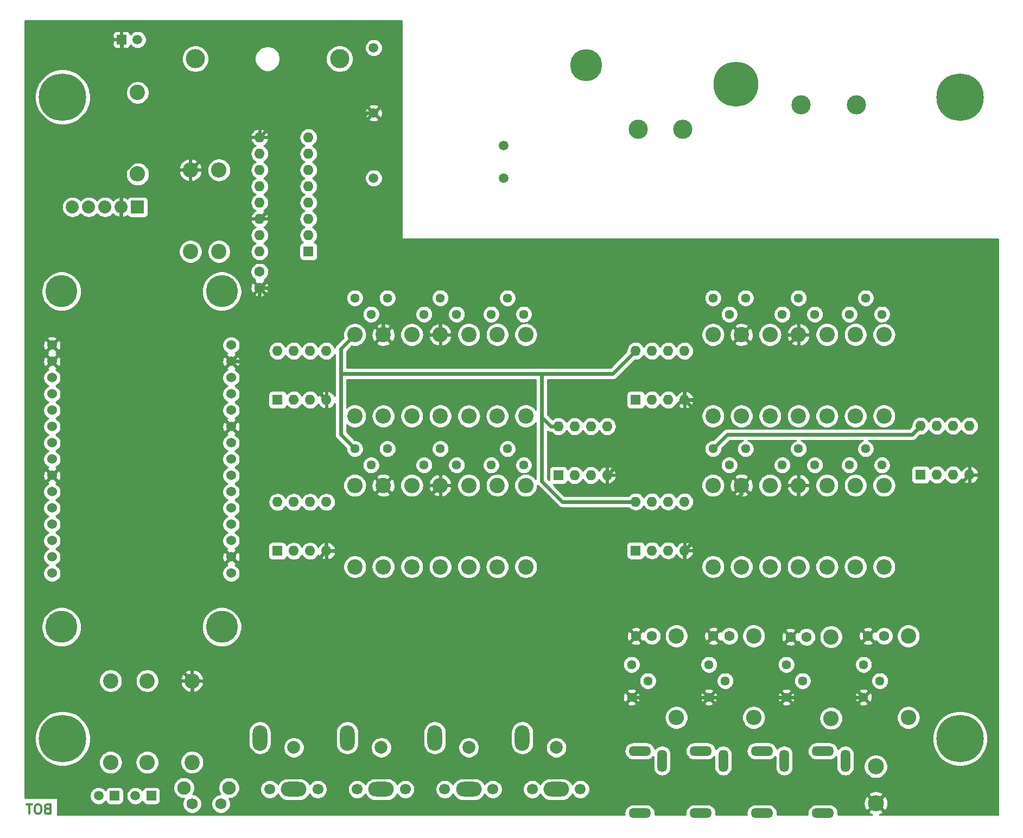
<source format=gbl>
G04 #@! TF.GenerationSoftware,KiCad,Pcbnew,(5.1.4)-1*
G04 #@! TF.CreationDate,2019-09-09T23:59:39+02:00*
G04 #@! TF.ProjectId,BBSensor,42425365-6e73-46f7-922e-6b696361645f,1.0*
G04 #@! TF.SameCoordinates,PXe4e1c0PY8677d40*
G04 #@! TF.FileFunction,Copper,L2,Bot*
G04 #@! TF.FilePolarity,Positive*
%FSLAX46Y46*%
G04 Gerber Fmt 4.6, Leading zero omitted, Abs format (unit mm)*
G04 Created by KiCad (PCBNEW (5.1.4)-1) date 2019-09-09 23:59:39*
%MOMM*%
%LPD*%
G04 APERTURE LIST*
%ADD10C,0.300000*%
%ADD11C,3.000000*%
%ADD12C,5.000000*%
%ADD13C,7.000000*%
%ADD14O,2.032000X2.032000*%
%ADD15R,2.032000X2.032000*%
%ADD16O,1.600000X1.600000*%
%ADD17R,1.600000X1.600000*%
%ADD18C,1.524000*%
%ADD19O,2.400000X2.400000*%
%ADD20C,2.400000*%
%ADD21C,2.500000*%
%ADD22C,1.500000*%
%ADD23R,1.500000X1.500000*%
%ADD24O,1.500000X3.500000*%
%ADD25O,3.500000X1.500000*%
%ADD26C,1.440000*%
%ADD27O,2.300000X4.000000*%
%ADD28C,2.000000*%
%ADD29C,1.700000*%
%ADD30O,4.000000X2.300000*%
%ADD31C,2.100000*%
%ADD32C,1.750000*%
%ADD33C,1.600000*%
%ADD34C,7.400000*%
%ADD35C,0.600000*%
%ADD36C,0.254000*%
G04 APERTURE END LIST*
D10*
X4554142Y2042143D02*
X4339857Y1970715D01*
X4268428Y1899286D01*
X4197000Y1756429D01*
X4197000Y1542143D01*
X4268428Y1399286D01*
X4339857Y1327858D01*
X4482714Y1256429D01*
X5054142Y1256429D01*
X5054142Y2756429D01*
X4554142Y2756429D01*
X4411285Y2685000D01*
X4339857Y2613572D01*
X4268428Y2470715D01*
X4268428Y2327858D01*
X4339857Y2185000D01*
X4411285Y2113572D01*
X4554142Y2042143D01*
X5054142Y2042143D01*
X3268428Y2756429D02*
X2982714Y2756429D01*
X2839857Y2685000D01*
X2697000Y2542143D01*
X2625571Y2256429D01*
X2625571Y1756429D01*
X2697000Y1470715D01*
X2839857Y1327858D01*
X2982714Y1256429D01*
X3268428Y1256429D01*
X3411285Y1327858D01*
X3554142Y1470715D01*
X3625571Y1756429D01*
X3625571Y2256429D01*
X3554142Y2542143D01*
X3411285Y2685000D01*
X3268428Y2756429D01*
X2197000Y2756429D02*
X1339857Y2756429D01*
X1768428Y1256429D02*
X1768428Y2756429D01*
D11*
X96750000Y107965000D03*
X103750000Y107965000D03*
X130800000Y111805000D03*
X122200000Y111805000D03*
D12*
X88600000Y117965000D03*
D13*
X112000000Y114965000D03*
D14*
X8495000Y95851500D03*
X11035000Y95851500D03*
X13575000Y95851500D03*
X16115000Y95851500D03*
D15*
X18655000Y95851500D03*
D16*
X84300000Y61672500D03*
X91920000Y54052500D03*
X86840000Y61672500D03*
X89380000Y54052500D03*
X89380000Y61672500D03*
X86840000Y54052500D03*
X91920000Y61672500D03*
D17*
X84300000Y54052500D03*
D12*
X6790000Y82715000D03*
X31790000Y82715000D03*
X6790000Y30395000D03*
X31790000Y30395000D03*
D18*
X5320000Y74325000D03*
X5320000Y38765000D03*
X5320000Y41305000D03*
X5320000Y43845000D03*
X5320000Y46385000D03*
X5320000Y48925000D03*
X5320000Y51465000D03*
X5320000Y56545000D03*
X5320000Y54005000D03*
X5320000Y61625000D03*
X5320000Y59085000D03*
X5320000Y64165000D03*
X5320000Y66705000D03*
X5320000Y71785000D03*
X5320000Y69245000D03*
X33260000Y74325000D03*
X33260000Y69245000D03*
X33260000Y71785000D03*
X33260000Y66705000D03*
X33260000Y64165000D03*
X33260000Y59085000D03*
X33260000Y61625000D03*
X33260000Y54005000D03*
X33260000Y56545000D03*
X33260000Y51465000D03*
X33260000Y48925000D03*
X33260000Y46385000D03*
X33260000Y43845000D03*
X33260000Y41305000D03*
X33260000Y38765000D03*
D19*
X26910000Y101630000D03*
D20*
X26910000Y88930000D03*
D19*
X31355000Y101630000D03*
D20*
X31355000Y88930000D03*
D21*
X133830000Y2935000D03*
X133830000Y8650000D03*
D22*
X18655000Y121950000D03*
D23*
X16155000Y121950000D03*
D24*
X100500000Y9547500D03*
D25*
X97000000Y11047500D03*
X97000000Y1347500D03*
D22*
X12585000Y4078000D03*
D23*
X15085000Y4078000D03*
D22*
X18300000Y4078000D03*
D23*
X20800000Y4078000D03*
D24*
X129075000Y9547500D03*
D25*
X125575000Y11047500D03*
X125575000Y1347500D03*
D24*
X119550000Y9547500D03*
D25*
X116050000Y11047500D03*
X116050000Y1347500D03*
D24*
X110025000Y9547500D03*
D25*
X106525000Y11047500D03*
X106525000Y1347500D03*
D26*
X131925000Y19445000D03*
X134465000Y21985000D03*
X131925000Y24525000D03*
X119860000Y19445000D03*
X122400000Y21985000D03*
X119860000Y24525000D03*
X107795000Y19445000D03*
X110335000Y21985000D03*
X107795000Y24525000D03*
X95730000Y19445000D03*
X98270000Y21985000D03*
X95730000Y24525000D03*
D16*
X140815000Y61736000D03*
X148435000Y54116000D03*
X143355000Y61736000D03*
X145895000Y54116000D03*
X145895000Y61736000D03*
X143355000Y54116000D03*
X148435000Y61736000D03*
D17*
X140815000Y54116000D03*
D16*
X96365000Y73420000D03*
X103985000Y65800000D03*
X98905000Y73420000D03*
X101445000Y65800000D03*
X101445000Y73420000D03*
X98905000Y65800000D03*
X103985000Y73420000D03*
D17*
X96365000Y65800000D03*
D16*
X96365000Y49925000D03*
X103985000Y42305000D03*
X98905000Y49925000D03*
X101445000Y42305000D03*
X101445000Y49925000D03*
X98905000Y42305000D03*
X103985000Y49925000D03*
D17*
X96365000Y42305000D03*
D16*
X40485000Y73420000D03*
X48105000Y65800000D03*
X43025000Y73420000D03*
X45565000Y65800000D03*
X45565000Y73420000D03*
X43025000Y65800000D03*
X48105000Y73420000D03*
D17*
X40485000Y65800000D03*
D16*
X40485000Y49861500D03*
X48105000Y42241500D03*
X43025000Y49861500D03*
X45565000Y42241500D03*
X45565000Y49861500D03*
X43025000Y42241500D03*
X48105000Y49861500D03*
D17*
X40485000Y42241500D03*
D16*
X37705000Y88930000D03*
X45325000Y106710000D03*
X37705000Y91470000D03*
X45325000Y104170000D03*
X37705000Y94010000D03*
X45325000Y101630000D03*
X37705000Y96550000D03*
X45325000Y99090000D03*
X37705000Y99090000D03*
X45325000Y96550000D03*
X37705000Y101630000D03*
X45325000Y94010000D03*
X37705000Y104170000D03*
X45325000Y91470000D03*
X37705000Y106710000D03*
D17*
X45325000Y88930000D03*
D27*
X78682500Y13094000D03*
D28*
X83982500Y11594000D03*
D29*
X87732500Y5094000D03*
X80232500Y5094000D03*
D30*
X83982500Y5094000D03*
D27*
X65030000Y13094000D03*
D28*
X70330000Y11594000D03*
D29*
X74080000Y5094000D03*
X66580000Y5094000D03*
D30*
X70330000Y5094000D03*
D27*
X51377500Y13094000D03*
D28*
X56677500Y11594000D03*
D29*
X60427500Y5094000D03*
X52927500Y5094000D03*
D30*
X56677500Y5094000D03*
D27*
X37725000Y13094000D03*
D28*
X43025000Y11594000D03*
D29*
X46775000Y5094000D03*
X39275000Y5094000D03*
D30*
X43025000Y5094000D03*
D31*
X32914000Y5314000D03*
D32*
X31664000Y2824000D03*
X27164000Y2824000D03*
D31*
X25904000Y5314000D03*
D26*
X124305000Y79135000D03*
X121765000Y81675000D03*
X119225000Y79135000D03*
X108430000Y81675000D03*
X110970000Y79135000D03*
X113510000Y81675000D03*
X134782500Y79135000D03*
X132242500Y81675000D03*
X129702500Y79135000D03*
X124305000Y55640000D03*
X121765000Y58180000D03*
X119225000Y55640000D03*
X108430000Y58180000D03*
X110970000Y55640000D03*
X113510000Y58180000D03*
X134782500Y55640000D03*
X132242500Y58180000D03*
X129702500Y55640000D03*
X68425000Y79135000D03*
X65885000Y81675000D03*
X63345000Y79135000D03*
X52550000Y81675000D03*
X55090000Y79135000D03*
X57630000Y81675000D03*
X78902500Y79135000D03*
X76362500Y81675000D03*
X73822500Y79135000D03*
X68425000Y55640000D03*
X65885000Y58180000D03*
X63345000Y55640000D03*
X52550000Y58180000D03*
X55090000Y55640000D03*
X57630000Y58180000D03*
X78902500Y55640000D03*
X76362500Y58180000D03*
X73822500Y55640000D03*
D19*
X121765000Y75960000D03*
D20*
X121765000Y63260000D03*
D19*
X130655000Y63260000D03*
D20*
X130655000Y75960000D03*
D19*
X135100000Y75960000D03*
D20*
X135100000Y63260000D03*
D19*
X126210000Y63260000D03*
D20*
X126210000Y75960000D03*
D19*
X112875000Y63260000D03*
D20*
X112875000Y75960000D03*
D19*
X108430000Y75960000D03*
D20*
X108430000Y63260000D03*
D19*
X117320000Y75960000D03*
D20*
X117320000Y63260000D03*
D19*
X121765000Y52465000D03*
D20*
X121765000Y39765000D03*
D19*
X130655000Y39765000D03*
D20*
X130655000Y52465000D03*
D19*
X135100000Y52465000D03*
D20*
X135100000Y39765000D03*
D19*
X126210000Y39765000D03*
D20*
X126210000Y52465000D03*
D19*
X112875000Y39765000D03*
D20*
X112875000Y52465000D03*
D19*
X108430000Y52465000D03*
D20*
X108430000Y39765000D03*
D19*
X117320000Y52465000D03*
D20*
X117320000Y39765000D03*
D19*
X65885000Y75960000D03*
D20*
X65885000Y63260000D03*
D19*
X74775000Y63260000D03*
D20*
X74775000Y75960000D03*
D19*
X79220000Y75960000D03*
D20*
X79220000Y63260000D03*
D19*
X70330000Y63260000D03*
D20*
X70330000Y75960000D03*
D19*
X56995000Y63260000D03*
D20*
X56995000Y75960000D03*
D19*
X52550000Y75960000D03*
D20*
X52550000Y63260000D03*
D19*
X61440000Y75960000D03*
D20*
X61440000Y63260000D03*
D19*
X65885000Y52465000D03*
D20*
X65885000Y39765000D03*
D19*
X74775000Y39765000D03*
D20*
X74775000Y52465000D03*
D19*
X79220000Y52465000D03*
D20*
X79220000Y39765000D03*
D19*
X70330000Y39765000D03*
D20*
X70330000Y52465000D03*
D19*
X56995000Y39765000D03*
D20*
X56995000Y52465000D03*
D19*
X52550000Y52465000D03*
D20*
X52550000Y39765000D03*
D19*
X61440000Y52465000D03*
D20*
X61440000Y39765000D03*
D19*
X138910000Y16270000D03*
D20*
X138910000Y28970000D03*
D19*
X126845000Y16143000D03*
D20*
X126845000Y28843000D03*
D19*
X114780000Y16270000D03*
D20*
X114780000Y28970000D03*
D19*
X102715000Y16270000D03*
D20*
X102715000Y28970000D03*
D19*
X27150000Y21985000D03*
D20*
X27150000Y9285000D03*
D19*
X20165000Y9285000D03*
D20*
X20165000Y21985000D03*
D19*
X14450000Y9285000D03*
D20*
X14450000Y21985000D03*
D19*
X18655000Y100995000D03*
D20*
X18655000Y113695000D03*
D22*
X55485000Y120680000D03*
X55485000Y110520000D03*
X55485000Y100360000D03*
X75805000Y105440000D03*
X75805000Y100360000D03*
D11*
X50172000Y118965500D03*
X27672000Y118965500D03*
D33*
X132600000Y28970000D03*
X135100000Y28970000D03*
X120535000Y28843000D03*
X123035000Y28843000D03*
X108470000Y28970000D03*
X110970000Y28970000D03*
X96405000Y28970000D03*
X98905000Y28970000D03*
X37705000Y83255000D03*
X37705000Y85755000D03*
D34*
X6965000Y13000000D03*
X146965000Y13000000D03*
X146965000Y113000000D03*
X6965000Y113000000D03*
D35*
X37705000Y106710000D02*
X41245000Y110250000D01*
X16155000Y120600000D02*
X16155000Y121950000D01*
X26505000Y110250000D02*
X16155000Y120600000D01*
X35530000Y110250000D02*
X39086000Y110250000D01*
X26910000Y101630000D02*
X35530000Y110250000D01*
X41245000Y110250000D02*
X39086000Y110250000D01*
X25393998Y110250000D02*
X27211500Y110250000D01*
X16115000Y100971002D02*
X25393998Y110250000D01*
X16115000Y95851500D02*
X16115000Y100971002D01*
X39086000Y110250000D02*
X27211500Y110250000D01*
X27211500Y110250000D02*
X26505000Y110250000D01*
X37705000Y83255000D02*
X42293000Y87843000D01*
X41245000Y110250000D02*
X42293000Y110250000D01*
X42293000Y98598000D02*
X42293000Y100725000D01*
X37705000Y94010000D02*
X42293000Y98598000D01*
X42293000Y87843000D02*
X42293000Y100725000D01*
X42293000Y100725000D02*
X42293000Y110250000D01*
X27150000Y21985000D02*
X16115000Y33020000D01*
X16115000Y85120000D02*
X5320000Y74325000D01*
X16115000Y82580000D02*
X16115000Y92930500D01*
X5320000Y71785000D02*
X16115000Y82580000D01*
X16115000Y95851500D02*
X16115000Y92930500D01*
X16115000Y92930500D02*
X16115000Y85120000D01*
X16115000Y64800000D02*
X16115000Y69245000D01*
X5320000Y54005000D02*
X16115000Y64800000D01*
X16115000Y78770000D02*
X16115000Y84612000D01*
X33260000Y61625000D02*
X16115000Y78770000D01*
X16115000Y69245000D02*
X16115000Y84612000D01*
X16115000Y84612000D02*
X16115000Y95851500D01*
X16115000Y88930000D02*
X16115000Y95851500D01*
X33260000Y71785000D02*
X16115000Y88930000D01*
X16115000Y58450000D02*
X16115000Y62069500D01*
X33260000Y41305000D02*
X16115000Y58450000D01*
X16115000Y33020000D02*
X16115000Y62069500D01*
X16115000Y62069500D02*
X16115000Y69245000D01*
X103667500Y65800000D02*
X103985000Y65800000D01*
X91920000Y54052500D02*
X103667500Y65800000D01*
X103985000Y67070000D02*
X103985000Y65800000D01*
X112875000Y75960000D02*
X103985000Y67070000D01*
X111605000Y65800000D02*
X121765000Y75960000D01*
X103985000Y65800000D02*
X111605000Y65800000D01*
X148435000Y54116000D02*
X141593000Y47274000D01*
X121765000Y49800000D02*
X119239000Y47274000D01*
X121765000Y52465000D02*
X121765000Y49800000D01*
X141593000Y47274000D02*
X119239000Y47274000D01*
X119239000Y47274000D02*
X109015500Y47274000D01*
X130906767Y19445000D02*
X119860000Y19445000D01*
X131925000Y19445000D02*
X130906767Y19445000D01*
X108813233Y19445000D02*
X119860000Y19445000D01*
X107795000Y19445000D02*
X108813233Y19445000D01*
X95730000Y19445000D02*
X107795000Y19445000D01*
X137082500Y6187500D02*
X133830000Y2935000D01*
X131925000Y19445000D02*
X137082500Y14287500D01*
X137082500Y14287500D02*
X137082500Y6187500D01*
X131800001Y28170001D02*
X132600000Y28970000D01*
X129780000Y26150000D02*
X131800001Y28170001D01*
X131925000Y19445000D02*
X129780000Y21590000D01*
X129780000Y21590000D02*
X129780000Y26150000D01*
X119735001Y28043001D02*
X120535000Y28843000D01*
X117651500Y25959500D02*
X119735001Y28043001D01*
X119860000Y19445000D02*
X117651500Y21653500D01*
X117651500Y21653500D02*
X117651500Y25959500D01*
X107670001Y28170001D02*
X108470000Y28970000D01*
X105840500Y26340500D02*
X107670001Y28170001D01*
X107795000Y19445000D02*
X105840500Y21399500D01*
X105840500Y21399500D02*
X105840500Y26340500D01*
X95605001Y28170001D02*
X96405000Y28970000D01*
X93712000Y26277000D02*
X95605001Y28170001D01*
X95730000Y19445000D02*
X93712000Y21463000D01*
X93712000Y21463000D02*
X93712000Y26277000D01*
X132580001Y4184999D02*
X133830000Y2935000D01*
X129813500Y6951500D02*
X132580001Y4184999D01*
X40486444Y6951500D02*
X129813500Y6951500D01*
X27150000Y21985000D02*
X27150000Y20287944D01*
X27150000Y20287944D02*
X40486444Y6951500D01*
X103985000Y33455000D02*
X108470000Y28970000D01*
X103985000Y42305000D02*
X103985000Y33455000D01*
X83133500Y42241500D02*
X96405000Y28970000D01*
X47305001Y41441501D02*
X48105000Y42241500D01*
X45073000Y39209500D02*
X47305001Y41441501D01*
X33260000Y41305000D02*
X35355500Y39209500D01*
X35355500Y39209500D02*
X45073000Y39209500D01*
X38836370Y83255000D02*
X37705000Y83255000D01*
X52775602Y83255000D02*
X38836370Y83255000D01*
X53222500Y83255000D02*
X52775602Y83255000D01*
X56995000Y75960000D02*
X56995000Y79482500D01*
X56995000Y79482500D02*
X53222500Y83255000D01*
X65885000Y77657056D02*
X65885000Y75960000D01*
X65885000Y78911000D02*
X65885000Y77657056D01*
X52775602Y83255000D02*
X61541000Y83255000D01*
X61541000Y83255000D02*
X65885000Y78911000D01*
X103985000Y42307000D02*
X103985000Y42305000D01*
X109015500Y47274000D02*
X108952000Y47274000D01*
X108952000Y47274000D02*
X103985000Y42307000D01*
X104784999Y65000001D02*
X103985000Y65800000D01*
X106031000Y63754000D02*
X104784999Y65000001D01*
X103985000Y42305000D02*
X106031000Y44351000D01*
X106031000Y44351000D02*
X106031000Y63754000D01*
X109015500Y47337500D02*
X109015500Y47274000D01*
X112875000Y52465000D02*
X112875000Y51197000D01*
X112875000Y51197000D02*
X109015500Y47337500D01*
X37705000Y73944000D02*
X37705000Y83255000D01*
X33260000Y71785000D02*
X35546000Y71785000D01*
X35546000Y71785000D02*
X37705000Y73944000D01*
X42120000Y71785000D02*
X48105000Y65800000D01*
X35546000Y71785000D02*
X42120000Y71785000D01*
X48105000Y43575000D02*
X56995000Y52465000D01*
X48105000Y42241500D02*
X48105000Y43575000D01*
X55661500Y42241500D02*
X54802500Y42241500D01*
X65885000Y52465000D02*
X55661500Y42241500D01*
X48105000Y42241500D02*
X54802500Y42241500D01*
X54802500Y42241500D02*
X83133500Y42241500D01*
X54154340Y110250000D02*
X42293000Y110250000D01*
X54424340Y110520000D02*
X54154340Y110250000D01*
X55485000Y110520000D02*
X54424340Y110520000D01*
X109149999Y58899999D02*
X108430000Y58180000D01*
X110668500Y60418500D02*
X109149999Y58899999D01*
X140815000Y61736000D02*
X139497500Y60418500D01*
X139497500Y60418500D02*
X110668500Y60418500D01*
X51350001Y74760001D02*
X52550000Y75960000D01*
X50341500Y73751500D02*
X51350001Y74760001D01*
X52550000Y58180000D02*
X50341500Y60388500D01*
X50341500Y60388500D02*
X50341500Y69880000D01*
X50341500Y69880000D02*
X50341500Y73751500D01*
X96365000Y73420000D02*
X96363000Y73420000D01*
X96363000Y73420000D02*
X92823000Y69880000D01*
X80567500Y69880000D02*
X50341500Y69880000D01*
X81710500Y69880000D02*
X80567500Y69880000D01*
X92823000Y69880000D02*
X81710500Y69880000D01*
X95233630Y49925000D02*
X96365000Y49925000D01*
X84901500Y49925000D02*
X95233630Y49925000D01*
X81710500Y53116000D02*
X84901500Y49925000D01*
X81710500Y63130630D02*
X81710500Y63403000D01*
X83168630Y61672500D02*
X81710500Y63130630D01*
X84300000Y61672500D02*
X83168630Y61672500D01*
X81710500Y69880000D02*
X81710500Y63403000D01*
X81710500Y63403000D02*
X81710500Y53116000D01*
D36*
G36*
X59873000Y91000000D02*
G01*
X59875440Y90975224D01*
X59882667Y90951399D01*
X59894403Y90929443D01*
X59910197Y90910197D01*
X59929443Y90894403D01*
X59951399Y90882667D01*
X59975224Y90875440D01*
X60000000Y90873000D01*
X152873000Y90873000D01*
X152873000Y1127000D01*
X134367018Y1127000D01*
X134603262Y1205906D01*
X134838086Y1331423D01*
X134964000Y1621395D01*
X133830000Y2755395D01*
X132696000Y1621395D01*
X132821914Y1331423D01*
X133154126Y1165567D01*
X133295293Y1127000D01*
X127944984Y1127000D01*
X127966701Y1347500D01*
X127939960Y1619007D01*
X127860764Y1880081D01*
X127732157Y2120688D01*
X127559081Y2331581D01*
X127348188Y2504657D01*
X127107581Y2633264D01*
X126846507Y2712460D01*
X126643037Y2732500D01*
X124506963Y2732500D01*
X124303493Y2712460D01*
X124042419Y2633264D01*
X123801812Y2504657D01*
X123590919Y2331581D01*
X123417843Y2120688D01*
X123289236Y1880081D01*
X123210040Y1619007D01*
X123183299Y1347500D01*
X123205016Y1127000D01*
X118419984Y1127000D01*
X118441701Y1347500D01*
X118414960Y1619007D01*
X118335764Y1880081D01*
X118207157Y2120688D01*
X118034081Y2331581D01*
X117823188Y2504657D01*
X117582581Y2633264D01*
X117321507Y2712460D01*
X117118037Y2732500D01*
X114981963Y2732500D01*
X114778493Y2712460D01*
X114517419Y2633264D01*
X114276812Y2504657D01*
X114065919Y2331581D01*
X113892843Y2120688D01*
X113764236Y1880081D01*
X113685040Y1619007D01*
X113658299Y1347500D01*
X113680016Y1127000D01*
X108894984Y1127000D01*
X108916701Y1347500D01*
X108889960Y1619007D01*
X108810764Y1880081D01*
X108682157Y2120688D01*
X108509081Y2331581D01*
X108298188Y2504657D01*
X108057581Y2633264D01*
X107796507Y2712460D01*
X107593037Y2732500D01*
X105456963Y2732500D01*
X105253493Y2712460D01*
X104992419Y2633264D01*
X104751812Y2504657D01*
X104540919Y2331581D01*
X104367843Y2120688D01*
X104239236Y1880081D01*
X104160040Y1619007D01*
X104133299Y1347500D01*
X104155016Y1127000D01*
X99369984Y1127000D01*
X99391701Y1347500D01*
X99364960Y1619007D01*
X99285764Y1880081D01*
X99157157Y2120688D01*
X98984081Y2331581D01*
X98773188Y2504657D01*
X98532581Y2633264D01*
X98271507Y2712460D01*
X98068037Y2732500D01*
X95931963Y2732500D01*
X95728493Y2712460D01*
X95467419Y2633264D01*
X95226812Y2504657D01*
X95015919Y2331581D01*
X94842843Y2120688D01*
X94714236Y1880081D01*
X94635040Y1619007D01*
X94608299Y1347500D01*
X94630016Y1127000D01*
X6151286Y1127000D01*
X6151286Y3725000D01*
X1127000Y3725000D01*
X1127000Y4214411D01*
X11200000Y4214411D01*
X11200000Y3941589D01*
X11253225Y3674011D01*
X11357629Y3421957D01*
X11509201Y3195114D01*
X11702114Y3002201D01*
X11928957Y2850629D01*
X12181011Y2746225D01*
X12448589Y2693000D01*
X12721411Y2693000D01*
X12988989Y2746225D01*
X13241043Y2850629D01*
X13467886Y3002201D01*
X13660799Y3195114D01*
X13703693Y3259310D01*
X13709188Y3203518D01*
X13745498Y3083820D01*
X13804463Y2973506D01*
X13883815Y2876815D01*
X13980506Y2797463D01*
X14090820Y2738498D01*
X14210518Y2702188D01*
X14335000Y2689928D01*
X15835000Y2689928D01*
X15959482Y2702188D01*
X16079180Y2738498D01*
X16189494Y2797463D01*
X16286185Y2876815D01*
X16365537Y2973506D01*
X16424502Y3083820D01*
X16460812Y3203518D01*
X16473072Y3328000D01*
X16473072Y4214411D01*
X16915000Y4214411D01*
X16915000Y3941589D01*
X16968225Y3674011D01*
X17072629Y3421957D01*
X17224201Y3195114D01*
X17417114Y3002201D01*
X17643957Y2850629D01*
X17896011Y2746225D01*
X18163589Y2693000D01*
X18436411Y2693000D01*
X18703989Y2746225D01*
X18956043Y2850629D01*
X19182886Y3002201D01*
X19375799Y3195114D01*
X19418693Y3259310D01*
X19424188Y3203518D01*
X19460498Y3083820D01*
X19519463Y2973506D01*
X19598815Y2876815D01*
X19695506Y2797463D01*
X19805820Y2738498D01*
X19925518Y2702188D01*
X20050000Y2689928D01*
X21550000Y2689928D01*
X21674482Y2702188D01*
X21794180Y2738498D01*
X21904494Y2797463D01*
X22001185Y2876815D01*
X22080537Y2973506D01*
X22139502Y3083820D01*
X22175812Y3203518D01*
X22188072Y3328000D01*
X22188072Y4828000D01*
X22175812Y4952482D01*
X22139502Y5072180D01*
X22080537Y5182494D01*
X22001185Y5279185D01*
X21904494Y5358537D01*
X21794180Y5417502D01*
X21674482Y5453812D01*
X21550000Y5466072D01*
X20050000Y5466072D01*
X19925518Y5453812D01*
X19805820Y5417502D01*
X19695506Y5358537D01*
X19598815Y5279185D01*
X19519463Y5182494D01*
X19460498Y5072180D01*
X19424188Y4952482D01*
X19418693Y4896690D01*
X19375799Y4960886D01*
X19182886Y5153799D01*
X18956043Y5305371D01*
X18703989Y5409775D01*
X18436411Y5463000D01*
X18163589Y5463000D01*
X17896011Y5409775D01*
X17643957Y5305371D01*
X17417114Y5153799D01*
X17224201Y4960886D01*
X17072629Y4734043D01*
X16968225Y4481989D01*
X16915000Y4214411D01*
X16473072Y4214411D01*
X16473072Y4828000D01*
X16460812Y4952482D01*
X16424502Y5072180D01*
X16365537Y5182494D01*
X16286185Y5279185D01*
X16189494Y5358537D01*
X16079180Y5417502D01*
X15959482Y5453812D01*
X15835000Y5466072D01*
X14335000Y5466072D01*
X14210518Y5453812D01*
X14090820Y5417502D01*
X13980506Y5358537D01*
X13883815Y5279185D01*
X13804463Y5182494D01*
X13745498Y5072180D01*
X13709188Y4952482D01*
X13703693Y4896690D01*
X13660799Y4960886D01*
X13467886Y5153799D01*
X13241043Y5305371D01*
X12988989Y5409775D01*
X12721411Y5463000D01*
X12448589Y5463000D01*
X12181011Y5409775D01*
X11928957Y5305371D01*
X11702114Y5153799D01*
X11509201Y4960886D01*
X11357629Y4734043D01*
X11253225Y4481989D01*
X11200000Y4214411D01*
X1127000Y4214411D01*
X1127000Y5479958D01*
X24219000Y5479958D01*
X24219000Y5148042D01*
X24283754Y4822504D01*
X24410772Y4515853D01*
X24595175Y4239875D01*
X24829875Y4005175D01*
X25105853Y3820772D01*
X25412504Y3693754D01*
X25738042Y3629000D01*
X25885823Y3629000D01*
X25825856Y3539253D01*
X25712029Y3264451D01*
X25654000Y2972722D01*
X25654000Y2675278D01*
X25712029Y2383549D01*
X25825856Y2108747D01*
X25991107Y1861431D01*
X26201431Y1651107D01*
X26448747Y1485856D01*
X26723549Y1372029D01*
X27015278Y1314000D01*
X27312722Y1314000D01*
X27604451Y1372029D01*
X27879253Y1485856D01*
X28126569Y1651107D01*
X28336893Y1861431D01*
X28502144Y2108747D01*
X28615971Y2383549D01*
X28674000Y2675278D01*
X28674000Y2972722D01*
X30154000Y2972722D01*
X30154000Y2675278D01*
X30212029Y2383549D01*
X30325856Y2108747D01*
X30491107Y1861431D01*
X30701431Y1651107D01*
X30948747Y1485856D01*
X31223549Y1372029D01*
X31515278Y1314000D01*
X31812722Y1314000D01*
X32104451Y1372029D01*
X32379253Y1485856D01*
X32626569Y1651107D01*
X32836893Y1861431D01*
X33002144Y2108747D01*
X33115971Y2383549D01*
X33174000Y2675278D01*
X33174000Y2882294D01*
X131936611Y2882294D01*
X131983275Y2513925D01*
X132100906Y2161738D01*
X132226423Y1926914D01*
X132516395Y1801000D01*
X133650395Y2935000D01*
X134009605Y2935000D01*
X135143605Y1801000D01*
X135433577Y1926914D01*
X135599433Y2259126D01*
X135697290Y2617312D01*
X135723389Y2987706D01*
X135676725Y3356075D01*
X135559094Y3708262D01*
X135433577Y3943086D01*
X135143605Y4069000D01*
X134009605Y2935000D01*
X133650395Y2935000D01*
X132516395Y4069000D01*
X132226423Y3943086D01*
X132060567Y3610874D01*
X131962710Y3252688D01*
X131936611Y2882294D01*
X33174000Y2882294D01*
X33174000Y2972722D01*
X33115971Y3264451D01*
X33002144Y3539253D01*
X32942177Y3629000D01*
X33079958Y3629000D01*
X33405496Y3693754D01*
X33712147Y3820772D01*
X33988125Y4005175D01*
X34222825Y4239875D01*
X34407228Y4515853D01*
X34534246Y4822504D01*
X34599000Y5148042D01*
X34599000Y5240260D01*
X37790000Y5240260D01*
X37790000Y4947740D01*
X37847068Y4660842D01*
X37959010Y4390589D01*
X38121525Y4147368D01*
X38328368Y3940525D01*
X38571589Y3778010D01*
X38841842Y3666068D01*
X39128740Y3609000D01*
X39421260Y3609000D01*
X39708158Y3666068D01*
X39978411Y3778010D01*
X40221632Y3940525D01*
X40428475Y4147368D01*
X40555434Y4337376D01*
X40683646Y4097509D01*
X40906708Y3825708D01*
X41178509Y3602646D01*
X41488605Y3436896D01*
X41825079Y3334828D01*
X42087317Y3309000D01*
X43962683Y3309000D01*
X44224921Y3334828D01*
X44561395Y3436896D01*
X44871491Y3602646D01*
X45143292Y3825708D01*
X45366354Y4097509D01*
X45494566Y4337376D01*
X45621525Y4147368D01*
X45828368Y3940525D01*
X46071589Y3778010D01*
X46341842Y3666068D01*
X46628740Y3609000D01*
X46921260Y3609000D01*
X47208158Y3666068D01*
X47478411Y3778010D01*
X47721632Y3940525D01*
X47928475Y4147368D01*
X48090990Y4390589D01*
X48202932Y4660842D01*
X48260000Y4947740D01*
X48260000Y5240260D01*
X51442500Y5240260D01*
X51442500Y4947740D01*
X51499568Y4660842D01*
X51611510Y4390589D01*
X51774025Y4147368D01*
X51980868Y3940525D01*
X52224089Y3778010D01*
X52494342Y3666068D01*
X52781240Y3609000D01*
X53073760Y3609000D01*
X53360658Y3666068D01*
X53630911Y3778010D01*
X53874132Y3940525D01*
X54080975Y4147368D01*
X54207934Y4337376D01*
X54336146Y4097509D01*
X54559208Y3825708D01*
X54831009Y3602646D01*
X55141105Y3436896D01*
X55477579Y3334828D01*
X55739817Y3309000D01*
X57615183Y3309000D01*
X57877421Y3334828D01*
X58213895Y3436896D01*
X58523991Y3602646D01*
X58795792Y3825708D01*
X59018854Y4097509D01*
X59147066Y4337376D01*
X59274025Y4147368D01*
X59480868Y3940525D01*
X59724089Y3778010D01*
X59994342Y3666068D01*
X60281240Y3609000D01*
X60573760Y3609000D01*
X60860658Y3666068D01*
X61130911Y3778010D01*
X61374132Y3940525D01*
X61580975Y4147368D01*
X61743490Y4390589D01*
X61855432Y4660842D01*
X61912500Y4947740D01*
X61912500Y5240260D01*
X65095000Y5240260D01*
X65095000Y4947740D01*
X65152068Y4660842D01*
X65264010Y4390589D01*
X65426525Y4147368D01*
X65633368Y3940525D01*
X65876589Y3778010D01*
X66146842Y3666068D01*
X66433740Y3609000D01*
X66726260Y3609000D01*
X67013158Y3666068D01*
X67283411Y3778010D01*
X67526632Y3940525D01*
X67733475Y4147368D01*
X67860434Y4337376D01*
X67988646Y4097509D01*
X68211708Y3825708D01*
X68483509Y3602646D01*
X68793605Y3436896D01*
X69130079Y3334828D01*
X69392317Y3309000D01*
X71267683Y3309000D01*
X71529921Y3334828D01*
X71866395Y3436896D01*
X72176491Y3602646D01*
X72448292Y3825708D01*
X72671354Y4097509D01*
X72799566Y4337376D01*
X72926525Y4147368D01*
X73133368Y3940525D01*
X73376589Y3778010D01*
X73646842Y3666068D01*
X73933740Y3609000D01*
X74226260Y3609000D01*
X74513158Y3666068D01*
X74783411Y3778010D01*
X75026632Y3940525D01*
X75233475Y4147368D01*
X75395990Y4390589D01*
X75507932Y4660842D01*
X75565000Y4947740D01*
X75565000Y5240260D01*
X78747500Y5240260D01*
X78747500Y4947740D01*
X78804568Y4660842D01*
X78916510Y4390589D01*
X79079025Y4147368D01*
X79285868Y3940525D01*
X79529089Y3778010D01*
X79799342Y3666068D01*
X80086240Y3609000D01*
X80378760Y3609000D01*
X80665658Y3666068D01*
X80935911Y3778010D01*
X81179132Y3940525D01*
X81385975Y4147368D01*
X81512934Y4337376D01*
X81641146Y4097509D01*
X81864208Y3825708D01*
X82136009Y3602646D01*
X82446105Y3436896D01*
X82782579Y3334828D01*
X83044817Y3309000D01*
X84920183Y3309000D01*
X85182421Y3334828D01*
X85518895Y3436896D01*
X85828991Y3602646D01*
X86100792Y3825708D01*
X86323854Y4097509D01*
X86452066Y4337376D01*
X86579025Y4147368D01*
X86785868Y3940525D01*
X87029089Y3778010D01*
X87299342Y3666068D01*
X87586240Y3609000D01*
X87878760Y3609000D01*
X88165658Y3666068D01*
X88435911Y3778010D01*
X88679132Y3940525D01*
X88885975Y4147368D01*
X88953619Y4248605D01*
X132696000Y4248605D01*
X133830000Y3114605D01*
X134964000Y4248605D01*
X134838086Y4538577D01*
X134505874Y4704433D01*
X134147688Y4802290D01*
X133777294Y4828389D01*
X133408925Y4781725D01*
X133056738Y4664094D01*
X132821914Y4538577D01*
X132696000Y4248605D01*
X88953619Y4248605D01*
X89048490Y4390589D01*
X89160432Y4660842D01*
X89217500Y4947740D01*
X89217500Y5240260D01*
X89160432Y5527158D01*
X89048490Y5797411D01*
X88885975Y6040632D01*
X88679132Y6247475D01*
X88435911Y6409990D01*
X88165658Y6521932D01*
X87878760Y6579000D01*
X87586240Y6579000D01*
X87299342Y6521932D01*
X87029089Y6409990D01*
X86785868Y6247475D01*
X86579025Y6040632D01*
X86452066Y5850624D01*
X86323854Y6090491D01*
X86100792Y6362292D01*
X85828991Y6585354D01*
X85518895Y6751104D01*
X85182421Y6853172D01*
X84920183Y6879000D01*
X83044817Y6879000D01*
X82782579Y6853172D01*
X82446105Y6751104D01*
X82136009Y6585354D01*
X81864208Y6362292D01*
X81641146Y6090491D01*
X81512934Y5850624D01*
X81385975Y6040632D01*
X81179132Y6247475D01*
X80935911Y6409990D01*
X80665658Y6521932D01*
X80378760Y6579000D01*
X80086240Y6579000D01*
X79799342Y6521932D01*
X79529089Y6409990D01*
X79285868Y6247475D01*
X79079025Y6040632D01*
X78916510Y5797411D01*
X78804568Y5527158D01*
X78747500Y5240260D01*
X75565000Y5240260D01*
X75507932Y5527158D01*
X75395990Y5797411D01*
X75233475Y6040632D01*
X75026632Y6247475D01*
X74783411Y6409990D01*
X74513158Y6521932D01*
X74226260Y6579000D01*
X73933740Y6579000D01*
X73646842Y6521932D01*
X73376589Y6409990D01*
X73133368Y6247475D01*
X72926525Y6040632D01*
X72799566Y5850624D01*
X72671354Y6090491D01*
X72448292Y6362292D01*
X72176491Y6585354D01*
X71866395Y6751104D01*
X71529921Y6853172D01*
X71267683Y6879000D01*
X69392317Y6879000D01*
X69130079Y6853172D01*
X68793605Y6751104D01*
X68483509Y6585354D01*
X68211708Y6362292D01*
X67988646Y6090491D01*
X67860434Y5850624D01*
X67733475Y6040632D01*
X67526632Y6247475D01*
X67283411Y6409990D01*
X67013158Y6521932D01*
X66726260Y6579000D01*
X66433740Y6579000D01*
X66146842Y6521932D01*
X65876589Y6409990D01*
X65633368Y6247475D01*
X65426525Y6040632D01*
X65264010Y5797411D01*
X65152068Y5527158D01*
X65095000Y5240260D01*
X61912500Y5240260D01*
X61855432Y5527158D01*
X61743490Y5797411D01*
X61580975Y6040632D01*
X61374132Y6247475D01*
X61130911Y6409990D01*
X60860658Y6521932D01*
X60573760Y6579000D01*
X60281240Y6579000D01*
X59994342Y6521932D01*
X59724089Y6409990D01*
X59480868Y6247475D01*
X59274025Y6040632D01*
X59147066Y5850624D01*
X59018854Y6090491D01*
X58795792Y6362292D01*
X58523991Y6585354D01*
X58213895Y6751104D01*
X57877421Y6853172D01*
X57615183Y6879000D01*
X55739817Y6879000D01*
X55477579Y6853172D01*
X55141105Y6751104D01*
X54831009Y6585354D01*
X54559208Y6362292D01*
X54336146Y6090491D01*
X54207934Y5850624D01*
X54080975Y6040632D01*
X53874132Y6247475D01*
X53630911Y6409990D01*
X53360658Y6521932D01*
X53073760Y6579000D01*
X52781240Y6579000D01*
X52494342Y6521932D01*
X52224089Y6409990D01*
X51980868Y6247475D01*
X51774025Y6040632D01*
X51611510Y5797411D01*
X51499568Y5527158D01*
X51442500Y5240260D01*
X48260000Y5240260D01*
X48202932Y5527158D01*
X48090990Y5797411D01*
X47928475Y6040632D01*
X47721632Y6247475D01*
X47478411Y6409990D01*
X47208158Y6521932D01*
X46921260Y6579000D01*
X46628740Y6579000D01*
X46341842Y6521932D01*
X46071589Y6409990D01*
X45828368Y6247475D01*
X45621525Y6040632D01*
X45494566Y5850624D01*
X45366354Y6090491D01*
X45143292Y6362292D01*
X44871491Y6585354D01*
X44561395Y6751104D01*
X44224921Y6853172D01*
X43962683Y6879000D01*
X42087317Y6879000D01*
X41825079Y6853172D01*
X41488605Y6751104D01*
X41178509Y6585354D01*
X40906708Y6362292D01*
X40683646Y6090491D01*
X40555434Y5850624D01*
X40428475Y6040632D01*
X40221632Y6247475D01*
X39978411Y6409990D01*
X39708158Y6521932D01*
X39421260Y6579000D01*
X39128740Y6579000D01*
X38841842Y6521932D01*
X38571589Y6409990D01*
X38328368Y6247475D01*
X38121525Y6040632D01*
X37959010Y5797411D01*
X37847068Y5527158D01*
X37790000Y5240260D01*
X34599000Y5240260D01*
X34599000Y5479958D01*
X34534246Y5805496D01*
X34407228Y6112147D01*
X34222825Y6388125D01*
X33988125Y6622825D01*
X33712147Y6807228D01*
X33405496Y6934246D01*
X33079958Y6999000D01*
X32748042Y6999000D01*
X32422504Y6934246D01*
X32115853Y6807228D01*
X31839875Y6622825D01*
X31605175Y6388125D01*
X31420772Y6112147D01*
X31293754Y5805496D01*
X31229000Y5479958D01*
X31229000Y5148042D01*
X31293754Y4822504D01*
X31420772Y4515853D01*
X31542283Y4334000D01*
X31515278Y4334000D01*
X31223549Y4275971D01*
X30948747Y4162144D01*
X30701431Y3996893D01*
X30491107Y3786569D01*
X30325856Y3539253D01*
X30212029Y3264451D01*
X30154000Y2972722D01*
X28674000Y2972722D01*
X28615971Y3264451D01*
X28502144Y3539253D01*
X28336893Y3786569D01*
X28126569Y3996893D01*
X27879253Y4162144D01*
X27604451Y4275971D01*
X27312722Y4334000D01*
X27275717Y4334000D01*
X27397228Y4515853D01*
X27524246Y4822504D01*
X27589000Y5148042D01*
X27589000Y5479958D01*
X27524246Y5805496D01*
X27397228Y6112147D01*
X27212825Y6388125D01*
X26978125Y6622825D01*
X26702147Y6807228D01*
X26395496Y6934246D01*
X26069958Y6999000D01*
X25738042Y6999000D01*
X25412504Y6934246D01*
X25105853Y6807228D01*
X24829875Y6622825D01*
X24595175Y6388125D01*
X24410772Y6112147D01*
X24283754Y5805496D01*
X24219000Y5479958D01*
X1127000Y5479958D01*
X1127000Y13426960D01*
X2630000Y13426960D01*
X2630000Y12573040D01*
X2796592Y11735527D01*
X3123373Y10946608D01*
X3597786Y10236599D01*
X4201599Y9632786D01*
X4911608Y9158373D01*
X5700527Y8831592D01*
X6538040Y8665000D01*
X7391960Y8665000D01*
X8229473Y8831592D01*
X9018392Y9158373D01*
X9207902Y9285000D01*
X12606122Y9285000D01*
X12641552Y8925277D01*
X12746479Y8579378D01*
X12916871Y8260596D01*
X13146181Y7981181D01*
X13425596Y7751871D01*
X13744378Y7581479D01*
X14090277Y7476552D01*
X14359861Y7450000D01*
X14540139Y7450000D01*
X14809723Y7476552D01*
X15155622Y7581479D01*
X15474404Y7751871D01*
X15753819Y7981181D01*
X15983129Y8260596D01*
X16153521Y8579378D01*
X16258448Y8925277D01*
X16293878Y9285000D01*
X18321122Y9285000D01*
X18356552Y8925277D01*
X18461479Y8579378D01*
X18631871Y8260596D01*
X18861181Y7981181D01*
X19140596Y7751871D01*
X19459378Y7581479D01*
X19805277Y7476552D01*
X20074861Y7450000D01*
X20255139Y7450000D01*
X20524723Y7476552D01*
X20870622Y7581479D01*
X21189404Y7751871D01*
X21468819Y7981181D01*
X21698129Y8260596D01*
X21868521Y8579378D01*
X21973448Y8925277D01*
X22008878Y9285000D01*
X21991078Y9465732D01*
X25315000Y9465732D01*
X25315000Y9104268D01*
X25385518Y8749750D01*
X25523844Y8415801D01*
X25724662Y8115256D01*
X25980256Y7859662D01*
X26280801Y7658844D01*
X26614750Y7520518D01*
X26969268Y7450000D01*
X27330732Y7450000D01*
X27685250Y7520518D01*
X28019199Y7658844D01*
X28319744Y7859662D01*
X28575338Y8115256D01*
X28776156Y8415801D01*
X28914482Y8749750D01*
X28985000Y9104268D01*
X28985000Y9465732D01*
X28914482Y9820250D01*
X28776156Y10154199D01*
X28575338Y10454744D01*
X28319744Y10710338D01*
X28019199Y10911156D01*
X27685250Y11049482D01*
X27330732Y11120000D01*
X26969268Y11120000D01*
X26614750Y11049482D01*
X26280801Y10911156D01*
X25980256Y10710338D01*
X25724662Y10454744D01*
X25523844Y10154199D01*
X25385518Y9820250D01*
X25315000Y9465732D01*
X21991078Y9465732D01*
X21973448Y9644723D01*
X21868521Y9990622D01*
X21698129Y10309404D01*
X21468819Y10588819D01*
X21189404Y10818129D01*
X20870622Y10988521D01*
X20524723Y11093448D01*
X20255139Y11120000D01*
X20074861Y11120000D01*
X19805277Y11093448D01*
X19459378Y10988521D01*
X19140596Y10818129D01*
X18861181Y10588819D01*
X18631871Y10309404D01*
X18461479Y9990622D01*
X18356552Y9644723D01*
X18321122Y9285000D01*
X16293878Y9285000D01*
X16258448Y9644723D01*
X16153521Y9990622D01*
X15983129Y10309404D01*
X15753819Y10588819D01*
X15474404Y10818129D01*
X15155622Y10988521D01*
X14809723Y11093448D01*
X14540139Y11120000D01*
X14359861Y11120000D01*
X14090277Y11093448D01*
X13744378Y10988521D01*
X13425596Y10818129D01*
X13146181Y10588819D01*
X12916871Y10309404D01*
X12746479Y9990622D01*
X12641552Y9644723D01*
X12606122Y9285000D01*
X9207902Y9285000D01*
X9728401Y9632786D01*
X10332214Y10236599D01*
X10806627Y10946608D01*
X11133408Y11735527D01*
X11300000Y12573040D01*
X11300000Y13426960D01*
X11179713Y14031683D01*
X35940000Y14031683D01*
X35940000Y12156318D01*
X35965828Y11894080D01*
X36067896Y11557606D01*
X36233646Y11247510D01*
X36456708Y10975708D01*
X36728509Y10752646D01*
X37038605Y10586896D01*
X37375079Y10484828D01*
X37725000Y10450364D01*
X38074920Y10484828D01*
X38411394Y10586896D01*
X38721490Y10752646D01*
X38993292Y10975708D01*
X39216354Y11247509D01*
X39382104Y11557605D01*
X39441992Y11755033D01*
X41390000Y11755033D01*
X41390000Y11432967D01*
X41452832Y11117088D01*
X41576082Y10819537D01*
X41755013Y10551748D01*
X41982748Y10324013D01*
X42250537Y10145082D01*
X42548088Y10021832D01*
X42863967Y9959000D01*
X43186033Y9959000D01*
X43501912Y10021832D01*
X43799463Y10145082D01*
X44067252Y10324013D01*
X44294987Y10551748D01*
X44473918Y10819537D01*
X44597168Y11117088D01*
X44660000Y11432967D01*
X44660000Y11755033D01*
X44597168Y12070912D01*
X44473918Y12368463D01*
X44294987Y12636252D01*
X44067252Y12863987D01*
X43799463Y13042918D01*
X43501912Y13166168D01*
X43186033Y13229000D01*
X42863967Y13229000D01*
X42548088Y13166168D01*
X42250537Y13042918D01*
X41982748Y12863987D01*
X41755013Y12636252D01*
X41576082Y12368463D01*
X41452832Y12070912D01*
X41390000Y11755033D01*
X39441992Y11755033D01*
X39484172Y11894079D01*
X39510000Y12156317D01*
X39510000Y14031683D01*
X49592500Y14031683D01*
X49592500Y12156318D01*
X49618328Y11894080D01*
X49720396Y11557606D01*
X49886146Y11247510D01*
X50109208Y10975708D01*
X50381009Y10752646D01*
X50691105Y10586896D01*
X51027579Y10484828D01*
X51377500Y10450364D01*
X51727420Y10484828D01*
X52063894Y10586896D01*
X52373990Y10752646D01*
X52645792Y10975708D01*
X52868854Y11247509D01*
X53034604Y11557605D01*
X53094492Y11755033D01*
X55042500Y11755033D01*
X55042500Y11432967D01*
X55105332Y11117088D01*
X55228582Y10819537D01*
X55407513Y10551748D01*
X55635248Y10324013D01*
X55903037Y10145082D01*
X56200588Y10021832D01*
X56516467Y9959000D01*
X56838533Y9959000D01*
X57154412Y10021832D01*
X57451963Y10145082D01*
X57719752Y10324013D01*
X57947487Y10551748D01*
X58126418Y10819537D01*
X58249668Y11117088D01*
X58312500Y11432967D01*
X58312500Y11755033D01*
X58249668Y12070912D01*
X58126418Y12368463D01*
X57947487Y12636252D01*
X57719752Y12863987D01*
X57451963Y13042918D01*
X57154412Y13166168D01*
X56838533Y13229000D01*
X56516467Y13229000D01*
X56200588Y13166168D01*
X55903037Y13042918D01*
X55635248Y12863987D01*
X55407513Y12636252D01*
X55228582Y12368463D01*
X55105332Y12070912D01*
X55042500Y11755033D01*
X53094492Y11755033D01*
X53136672Y11894079D01*
X53162500Y12156317D01*
X53162500Y14031683D01*
X63245000Y14031683D01*
X63245000Y12156318D01*
X63270828Y11894080D01*
X63372896Y11557606D01*
X63538646Y11247510D01*
X63761708Y10975708D01*
X64033509Y10752646D01*
X64343605Y10586896D01*
X64680079Y10484828D01*
X65030000Y10450364D01*
X65379920Y10484828D01*
X65716394Y10586896D01*
X66026490Y10752646D01*
X66298292Y10975708D01*
X66521354Y11247509D01*
X66687104Y11557605D01*
X66746992Y11755033D01*
X68695000Y11755033D01*
X68695000Y11432967D01*
X68757832Y11117088D01*
X68881082Y10819537D01*
X69060013Y10551748D01*
X69287748Y10324013D01*
X69555537Y10145082D01*
X69853088Y10021832D01*
X70168967Y9959000D01*
X70491033Y9959000D01*
X70806912Y10021832D01*
X71104463Y10145082D01*
X71372252Y10324013D01*
X71599987Y10551748D01*
X71778918Y10819537D01*
X71902168Y11117088D01*
X71965000Y11432967D01*
X71965000Y11755033D01*
X71902168Y12070912D01*
X71778918Y12368463D01*
X71599987Y12636252D01*
X71372252Y12863987D01*
X71104463Y13042918D01*
X70806912Y13166168D01*
X70491033Y13229000D01*
X70168967Y13229000D01*
X69853088Y13166168D01*
X69555537Y13042918D01*
X69287748Y12863987D01*
X69060013Y12636252D01*
X68881082Y12368463D01*
X68757832Y12070912D01*
X68695000Y11755033D01*
X66746992Y11755033D01*
X66789172Y11894079D01*
X66815000Y12156317D01*
X66815000Y14031683D01*
X76897500Y14031683D01*
X76897500Y12156318D01*
X76923328Y11894080D01*
X77025396Y11557606D01*
X77191146Y11247510D01*
X77414208Y10975708D01*
X77686009Y10752646D01*
X77996105Y10586896D01*
X78332579Y10484828D01*
X78682500Y10450364D01*
X79032420Y10484828D01*
X79368894Y10586896D01*
X79678990Y10752646D01*
X79950792Y10975708D01*
X80173854Y11247509D01*
X80339604Y11557605D01*
X80399492Y11755033D01*
X82347500Y11755033D01*
X82347500Y11432967D01*
X82410332Y11117088D01*
X82533582Y10819537D01*
X82712513Y10551748D01*
X82940248Y10324013D01*
X83208037Y10145082D01*
X83505588Y10021832D01*
X83821467Y9959000D01*
X84143533Y9959000D01*
X84459412Y10021832D01*
X84756963Y10145082D01*
X85024752Y10324013D01*
X85252487Y10551748D01*
X85431418Y10819537D01*
X85525843Y11047500D01*
X94608299Y11047500D01*
X94635040Y10775993D01*
X94714236Y10514919D01*
X94842843Y10274312D01*
X95015919Y10063419D01*
X95226812Y9890343D01*
X95467419Y9761736D01*
X95728493Y9682540D01*
X95931963Y9662500D01*
X98068037Y9662500D01*
X98271507Y9682540D01*
X98532581Y9761736D01*
X98773188Y9890343D01*
X98984081Y10063419D01*
X99115001Y10222945D01*
X99115000Y8479464D01*
X99135040Y8275994D01*
X99214236Y8014920D01*
X99342843Y7774313D01*
X99515919Y7563420D01*
X99726812Y7390343D01*
X99967419Y7261736D01*
X100228493Y7182540D01*
X100500000Y7155799D01*
X100771506Y7182540D01*
X101032580Y7261736D01*
X101273187Y7390343D01*
X101484080Y7563419D01*
X101657157Y7774312D01*
X101785764Y8014919D01*
X101864960Y8275993D01*
X101885000Y8479463D01*
X101885000Y10615537D01*
X101864960Y10819007D01*
X101795648Y11047500D01*
X104133299Y11047500D01*
X104160040Y10775993D01*
X104239236Y10514919D01*
X104367843Y10274312D01*
X104540919Y10063419D01*
X104751812Y9890343D01*
X104992419Y9761736D01*
X105253493Y9682540D01*
X105456963Y9662500D01*
X107593037Y9662500D01*
X107796507Y9682540D01*
X108057581Y9761736D01*
X108298188Y9890343D01*
X108509081Y10063419D01*
X108640001Y10222945D01*
X108640000Y8479464D01*
X108660040Y8275994D01*
X108739236Y8014920D01*
X108867843Y7774313D01*
X109040919Y7563420D01*
X109251812Y7390343D01*
X109492419Y7261736D01*
X109753493Y7182540D01*
X110025000Y7155799D01*
X110296506Y7182540D01*
X110557580Y7261736D01*
X110798187Y7390343D01*
X111009080Y7563419D01*
X111182157Y7774312D01*
X111310764Y8014919D01*
X111389960Y8275993D01*
X111410000Y8479463D01*
X111410000Y10615537D01*
X111389960Y10819007D01*
X111320648Y11047500D01*
X113658299Y11047500D01*
X113685040Y10775993D01*
X113764236Y10514919D01*
X113892843Y10274312D01*
X114065919Y10063419D01*
X114276812Y9890343D01*
X114517419Y9761736D01*
X114778493Y9682540D01*
X114981963Y9662500D01*
X117118037Y9662500D01*
X117321507Y9682540D01*
X117582581Y9761736D01*
X117823188Y9890343D01*
X118034081Y10063419D01*
X118165001Y10222945D01*
X118165000Y8479464D01*
X118185040Y8275994D01*
X118264236Y8014920D01*
X118392843Y7774313D01*
X118565919Y7563420D01*
X118776812Y7390343D01*
X119017419Y7261736D01*
X119278493Y7182540D01*
X119550000Y7155799D01*
X119821506Y7182540D01*
X120082580Y7261736D01*
X120323187Y7390343D01*
X120534080Y7563419D01*
X120707157Y7774312D01*
X120835764Y8014919D01*
X120914960Y8275993D01*
X120935000Y8479463D01*
X120935000Y10615537D01*
X120914960Y10819007D01*
X120845648Y11047500D01*
X123183299Y11047500D01*
X123210040Y10775993D01*
X123289236Y10514919D01*
X123417843Y10274312D01*
X123590919Y10063419D01*
X123801812Y9890343D01*
X124042419Y9761736D01*
X124303493Y9682540D01*
X124506963Y9662500D01*
X126643037Y9662500D01*
X126846507Y9682540D01*
X127107581Y9761736D01*
X127348188Y9890343D01*
X127559081Y10063419D01*
X127690001Y10222945D01*
X127690000Y8479464D01*
X127710040Y8275994D01*
X127789236Y8014920D01*
X127917843Y7774313D01*
X128090919Y7563420D01*
X128301812Y7390343D01*
X128542419Y7261736D01*
X128803493Y7182540D01*
X129075000Y7155799D01*
X129346506Y7182540D01*
X129607580Y7261736D01*
X129848187Y7390343D01*
X130059080Y7563419D01*
X130232157Y7774312D01*
X130360764Y8014919D01*
X130439960Y8275993D01*
X130460000Y8479463D01*
X130460000Y8835656D01*
X131945000Y8835656D01*
X131945000Y8464344D01*
X132017439Y8100166D01*
X132159534Y7757118D01*
X132365825Y7448382D01*
X132628382Y7185825D01*
X132937118Y6979534D01*
X133280166Y6837439D01*
X133644344Y6765000D01*
X134015656Y6765000D01*
X134379834Y6837439D01*
X134722882Y6979534D01*
X135031618Y7185825D01*
X135294175Y7448382D01*
X135500466Y7757118D01*
X135642561Y8100166D01*
X135715000Y8464344D01*
X135715000Y8835656D01*
X135642561Y9199834D01*
X135500466Y9542882D01*
X135294175Y9851618D01*
X135031618Y10114175D01*
X134722882Y10320466D01*
X134379834Y10462561D01*
X134015656Y10535000D01*
X133644344Y10535000D01*
X133280166Y10462561D01*
X132937118Y10320466D01*
X132628382Y10114175D01*
X132365825Y9851618D01*
X132159534Y9542882D01*
X132017439Y9199834D01*
X131945000Y8835656D01*
X130460000Y8835656D01*
X130460000Y10615537D01*
X130439960Y10819007D01*
X130360764Y11080081D01*
X130232157Y11320688D01*
X130059081Y11531581D01*
X129848188Y11704657D01*
X129607581Y11833264D01*
X129346507Y11912460D01*
X129075000Y11939201D01*
X128803494Y11912460D01*
X128542420Y11833264D01*
X128301813Y11704657D01*
X128090920Y11531581D01*
X127933619Y11339910D01*
X127860764Y11580081D01*
X127732157Y11820688D01*
X127559081Y12031581D01*
X127348188Y12204657D01*
X127107581Y12333264D01*
X126846507Y12412460D01*
X126643037Y12432500D01*
X124506963Y12432500D01*
X124303493Y12412460D01*
X124042419Y12333264D01*
X123801812Y12204657D01*
X123590919Y12031581D01*
X123417843Y11820688D01*
X123289236Y11580081D01*
X123210040Y11319007D01*
X123183299Y11047500D01*
X120845648Y11047500D01*
X120835764Y11080081D01*
X120707157Y11320688D01*
X120534081Y11531581D01*
X120323188Y11704657D01*
X120082581Y11833264D01*
X119821507Y11912460D01*
X119550000Y11939201D01*
X119278494Y11912460D01*
X119017420Y11833264D01*
X118776813Y11704657D01*
X118565920Y11531581D01*
X118408619Y11339910D01*
X118335764Y11580081D01*
X118207157Y11820688D01*
X118034081Y12031581D01*
X117823188Y12204657D01*
X117582581Y12333264D01*
X117321507Y12412460D01*
X117118037Y12432500D01*
X114981963Y12432500D01*
X114778493Y12412460D01*
X114517419Y12333264D01*
X114276812Y12204657D01*
X114065919Y12031581D01*
X113892843Y11820688D01*
X113764236Y11580081D01*
X113685040Y11319007D01*
X113658299Y11047500D01*
X111320648Y11047500D01*
X111310764Y11080081D01*
X111182157Y11320688D01*
X111009081Y11531581D01*
X110798188Y11704657D01*
X110557581Y11833264D01*
X110296507Y11912460D01*
X110025000Y11939201D01*
X109753494Y11912460D01*
X109492420Y11833264D01*
X109251813Y11704657D01*
X109040920Y11531581D01*
X108883619Y11339910D01*
X108810764Y11580081D01*
X108682157Y11820688D01*
X108509081Y12031581D01*
X108298188Y12204657D01*
X108057581Y12333264D01*
X107796507Y12412460D01*
X107593037Y12432500D01*
X105456963Y12432500D01*
X105253493Y12412460D01*
X104992419Y12333264D01*
X104751812Y12204657D01*
X104540919Y12031581D01*
X104367843Y11820688D01*
X104239236Y11580081D01*
X104160040Y11319007D01*
X104133299Y11047500D01*
X101795648Y11047500D01*
X101785764Y11080081D01*
X101657157Y11320688D01*
X101484081Y11531581D01*
X101273188Y11704657D01*
X101032581Y11833264D01*
X100771507Y11912460D01*
X100500000Y11939201D01*
X100228494Y11912460D01*
X99967420Y11833264D01*
X99726813Y11704657D01*
X99515920Y11531581D01*
X99358619Y11339910D01*
X99285764Y11580081D01*
X99157157Y11820688D01*
X98984081Y12031581D01*
X98773188Y12204657D01*
X98532581Y12333264D01*
X98271507Y12412460D01*
X98068037Y12432500D01*
X95931963Y12432500D01*
X95728493Y12412460D01*
X95467419Y12333264D01*
X95226812Y12204657D01*
X95015919Y12031581D01*
X94842843Y11820688D01*
X94714236Y11580081D01*
X94635040Y11319007D01*
X94608299Y11047500D01*
X85525843Y11047500D01*
X85554668Y11117088D01*
X85617500Y11432967D01*
X85617500Y11755033D01*
X85554668Y12070912D01*
X85431418Y12368463D01*
X85252487Y12636252D01*
X85024752Y12863987D01*
X84756963Y13042918D01*
X84459412Y13166168D01*
X84143533Y13229000D01*
X83821467Y13229000D01*
X83505588Y13166168D01*
X83208037Y13042918D01*
X82940248Y12863987D01*
X82712513Y12636252D01*
X82533582Y12368463D01*
X82410332Y12070912D01*
X82347500Y11755033D01*
X80399492Y11755033D01*
X80441672Y11894079D01*
X80467500Y12156317D01*
X80467500Y13426960D01*
X142630000Y13426960D01*
X142630000Y12573040D01*
X142796592Y11735527D01*
X143123373Y10946608D01*
X143597786Y10236599D01*
X144201599Y9632786D01*
X144911608Y9158373D01*
X145700527Y8831592D01*
X146538040Y8665000D01*
X147391960Y8665000D01*
X148229473Y8831592D01*
X149018392Y9158373D01*
X149728401Y9632786D01*
X150332214Y10236599D01*
X150806627Y10946608D01*
X151133408Y11735527D01*
X151300000Y12573040D01*
X151300000Y13426960D01*
X151133408Y14264473D01*
X150806627Y15053392D01*
X150332214Y15763401D01*
X149728401Y16367214D01*
X149018392Y16841627D01*
X148229473Y17168408D01*
X147391960Y17335000D01*
X146538040Y17335000D01*
X145700527Y17168408D01*
X144911608Y16841627D01*
X144201599Y16367214D01*
X143597786Y15763401D01*
X143123373Y15053392D01*
X142796592Y14264473D01*
X142630000Y13426960D01*
X80467500Y13426960D01*
X80467500Y14031683D01*
X80441672Y14293921D01*
X80339604Y14630395D01*
X80173854Y14940491D01*
X79950792Y15212292D01*
X79678991Y15435354D01*
X79368895Y15601104D01*
X79032421Y15703172D01*
X78682500Y15737636D01*
X78332580Y15703172D01*
X77996106Y15601104D01*
X77686010Y15435354D01*
X77414209Y15212292D01*
X77191147Y14940491D01*
X77025397Y14630395D01*
X76923329Y14293921D01*
X76897500Y14031683D01*
X66815000Y14031683D01*
X66789172Y14293921D01*
X66687104Y14630395D01*
X66521354Y14940491D01*
X66298292Y15212292D01*
X66026491Y15435354D01*
X65716395Y15601104D01*
X65379921Y15703172D01*
X65030000Y15737636D01*
X64680080Y15703172D01*
X64343606Y15601104D01*
X64033510Y15435354D01*
X63761709Y15212292D01*
X63538647Y14940491D01*
X63372897Y14630395D01*
X63270829Y14293921D01*
X63245000Y14031683D01*
X53162500Y14031683D01*
X53136672Y14293921D01*
X53034604Y14630395D01*
X52868854Y14940491D01*
X52645792Y15212292D01*
X52373991Y15435354D01*
X52063895Y15601104D01*
X51727421Y15703172D01*
X51377500Y15737636D01*
X51027580Y15703172D01*
X50691106Y15601104D01*
X50381010Y15435354D01*
X50109209Y15212292D01*
X49886147Y14940491D01*
X49720397Y14630395D01*
X49618329Y14293921D01*
X49592500Y14031683D01*
X39510000Y14031683D01*
X39484172Y14293921D01*
X39382104Y14630395D01*
X39216354Y14940491D01*
X38993292Y15212292D01*
X38721491Y15435354D01*
X38411395Y15601104D01*
X38074921Y15703172D01*
X37725000Y15737636D01*
X37375080Y15703172D01*
X37038606Y15601104D01*
X36728510Y15435354D01*
X36456709Y15212292D01*
X36233647Y14940491D01*
X36067897Y14630395D01*
X35965829Y14293921D01*
X35940000Y14031683D01*
X11179713Y14031683D01*
X11133408Y14264473D01*
X10806627Y15053392D01*
X10332214Y15763401D01*
X9825615Y16270000D01*
X100871122Y16270000D01*
X100906552Y15910277D01*
X101011479Y15564378D01*
X101181871Y15245596D01*
X101411181Y14966181D01*
X101690596Y14736871D01*
X102009378Y14566479D01*
X102355277Y14461552D01*
X102624861Y14435000D01*
X102805139Y14435000D01*
X103074723Y14461552D01*
X103420622Y14566479D01*
X103739404Y14736871D01*
X104018819Y14966181D01*
X104248129Y15245596D01*
X104418521Y15564378D01*
X104523448Y15910277D01*
X104558878Y16270000D01*
X112936122Y16270000D01*
X112971552Y15910277D01*
X113076479Y15564378D01*
X113246871Y15245596D01*
X113476181Y14966181D01*
X113755596Y14736871D01*
X114074378Y14566479D01*
X114420277Y14461552D01*
X114689861Y14435000D01*
X114870139Y14435000D01*
X115139723Y14461552D01*
X115485622Y14566479D01*
X115804404Y14736871D01*
X116083819Y14966181D01*
X116313129Y15245596D01*
X116483521Y15564378D01*
X116588448Y15910277D01*
X116611369Y16143000D01*
X125001122Y16143000D01*
X125036552Y15783277D01*
X125141479Y15437378D01*
X125311871Y15118596D01*
X125541181Y14839181D01*
X125820596Y14609871D01*
X126139378Y14439479D01*
X126485277Y14334552D01*
X126754861Y14308000D01*
X126935139Y14308000D01*
X127204723Y14334552D01*
X127550622Y14439479D01*
X127869404Y14609871D01*
X128148819Y14839181D01*
X128378129Y15118596D01*
X128548521Y15437378D01*
X128653448Y15783277D01*
X128688878Y16143000D01*
X128676370Y16270000D01*
X137066122Y16270000D01*
X137101552Y15910277D01*
X137206479Y15564378D01*
X137376871Y15245596D01*
X137606181Y14966181D01*
X137885596Y14736871D01*
X138204378Y14566479D01*
X138550277Y14461552D01*
X138819861Y14435000D01*
X139000139Y14435000D01*
X139269723Y14461552D01*
X139615622Y14566479D01*
X139934404Y14736871D01*
X140213819Y14966181D01*
X140443129Y15245596D01*
X140613521Y15564378D01*
X140718448Y15910277D01*
X140753878Y16270000D01*
X140718448Y16629723D01*
X140613521Y16975622D01*
X140443129Y17294404D01*
X140213819Y17573819D01*
X139934404Y17803129D01*
X139615622Y17973521D01*
X139269723Y18078448D01*
X139000139Y18105000D01*
X138819861Y18105000D01*
X138550277Y18078448D01*
X138204378Y17973521D01*
X137885596Y17803129D01*
X137606181Y17573819D01*
X137376871Y17294404D01*
X137206479Y16975622D01*
X137101552Y16629723D01*
X137066122Y16270000D01*
X128676370Y16270000D01*
X128653448Y16502723D01*
X128548521Y16848622D01*
X128378129Y17167404D01*
X128148819Y17446819D01*
X127869404Y17676129D01*
X127550622Y17846521D01*
X127204723Y17951448D01*
X126935139Y17978000D01*
X126754861Y17978000D01*
X126485277Y17951448D01*
X126139378Y17846521D01*
X125820596Y17676129D01*
X125541181Y17446819D01*
X125311871Y17167404D01*
X125141479Y16848622D01*
X125036552Y16502723D01*
X125001122Y16143000D01*
X116611369Y16143000D01*
X116623878Y16270000D01*
X116588448Y16629723D01*
X116483521Y16975622D01*
X116313129Y17294404D01*
X116083819Y17573819D01*
X115804404Y17803129D01*
X115485622Y17973521D01*
X115139723Y18078448D01*
X114870139Y18105000D01*
X114689861Y18105000D01*
X114420277Y18078448D01*
X114074378Y17973521D01*
X113755596Y17803129D01*
X113476181Y17573819D01*
X113246871Y17294404D01*
X113076479Y16975622D01*
X112971552Y16629723D01*
X112936122Y16270000D01*
X104558878Y16270000D01*
X104523448Y16629723D01*
X104418521Y16975622D01*
X104248129Y17294404D01*
X104018819Y17573819D01*
X103739404Y17803129D01*
X103420622Y17973521D01*
X103074723Y18078448D01*
X102805139Y18105000D01*
X102624861Y18105000D01*
X102355277Y18078448D01*
X102009378Y17973521D01*
X101690596Y17803129D01*
X101411181Y17573819D01*
X101181871Y17294404D01*
X101011479Y16975622D01*
X100906552Y16629723D01*
X100871122Y16270000D01*
X9825615Y16270000D01*
X9728401Y16367214D01*
X9018392Y16841627D01*
X8229473Y17168408D01*
X7391960Y17335000D01*
X6538040Y17335000D01*
X5700527Y17168408D01*
X4911608Y16841627D01*
X4201599Y16367214D01*
X3597786Y15763401D01*
X3123373Y15053392D01*
X2796592Y14264473D01*
X2630000Y13426960D01*
X1127000Y13426960D01*
X1127000Y18509440D01*
X94974045Y18509440D01*
X95035932Y18273632D01*
X95277790Y18160734D01*
X95537027Y18097189D01*
X95803680Y18085439D01*
X96067501Y18125937D01*
X96318353Y18217125D01*
X96424068Y18273632D01*
X96485955Y18509440D01*
X107039045Y18509440D01*
X107100932Y18273632D01*
X107342790Y18160734D01*
X107602027Y18097189D01*
X107868680Y18085439D01*
X108132501Y18125937D01*
X108383353Y18217125D01*
X108489068Y18273632D01*
X108550955Y18509440D01*
X119104045Y18509440D01*
X119165932Y18273632D01*
X119407790Y18160734D01*
X119667027Y18097189D01*
X119933680Y18085439D01*
X120197501Y18125937D01*
X120448353Y18217125D01*
X120554068Y18273632D01*
X120615955Y18509440D01*
X131169045Y18509440D01*
X131230932Y18273632D01*
X131472790Y18160734D01*
X131732027Y18097189D01*
X131998680Y18085439D01*
X132262501Y18125937D01*
X132513353Y18217125D01*
X132619068Y18273632D01*
X132680955Y18509440D01*
X131925000Y19265395D01*
X131169045Y18509440D01*
X120615955Y18509440D01*
X119860000Y19265395D01*
X119104045Y18509440D01*
X108550955Y18509440D01*
X107795000Y19265395D01*
X107039045Y18509440D01*
X96485955Y18509440D01*
X95730000Y19265395D01*
X94974045Y18509440D01*
X1127000Y18509440D01*
X1127000Y19371320D01*
X94370439Y19371320D01*
X94410937Y19107499D01*
X94502125Y18856647D01*
X94558632Y18750932D01*
X94794440Y18689045D01*
X95550395Y19445000D01*
X95909605Y19445000D01*
X96665560Y18689045D01*
X96901368Y18750932D01*
X97014266Y18992790D01*
X97077811Y19252027D01*
X97083067Y19371320D01*
X106435439Y19371320D01*
X106475937Y19107499D01*
X106567125Y18856647D01*
X106623632Y18750932D01*
X106859440Y18689045D01*
X107615395Y19445000D01*
X107974605Y19445000D01*
X108730560Y18689045D01*
X108966368Y18750932D01*
X109079266Y18992790D01*
X109142811Y19252027D01*
X109148067Y19371320D01*
X118500439Y19371320D01*
X118540937Y19107499D01*
X118632125Y18856647D01*
X118688632Y18750932D01*
X118924440Y18689045D01*
X119680395Y19445000D01*
X120039605Y19445000D01*
X120795560Y18689045D01*
X121031368Y18750932D01*
X121144266Y18992790D01*
X121207811Y19252027D01*
X121213067Y19371320D01*
X130565439Y19371320D01*
X130605937Y19107499D01*
X130697125Y18856647D01*
X130753632Y18750932D01*
X130989440Y18689045D01*
X131745395Y19445000D01*
X132104605Y19445000D01*
X132860560Y18689045D01*
X133096368Y18750932D01*
X133209266Y18992790D01*
X133272811Y19252027D01*
X133284561Y19518680D01*
X133244063Y19782501D01*
X133152875Y20033353D01*
X133096368Y20139068D01*
X132860560Y20200955D01*
X132104605Y19445000D01*
X131745395Y19445000D01*
X130989440Y20200955D01*
X130753632Y20139068D01*
X130640734Y19897210D01*
X130577189Y19637973D01*
X130565439Y19371320D01*
X121213067Y19371320D01*
X121219561Y19518680D01*
X121179063Y19782501D01*
X121087875Y20033353D01*
X121031368Y20139068D01*
X120795560Y20200955D01*
X120039605Y19445000D01*
X119680395Y19445000D01*
X118924440Y20200955D01*
X118688632Y20139068D01*
X118575734Y19897210D01*
X118512189Y19637973D01*
X118500439Y19371320D01*
X109148067Y19371320D01*
X109154561Y19518680D01*
X109114063Y19782501D01*
X109022875Y20033353D01*
X108966368Y20139068D01*
X108730560Y20200955D01*
X107974605Y19445000D01*
X107615395Y19445000D01*
X106859440Y20200955D01*
X106623632Y20139068D01*
X106510734Y19897210D01*
X106447189Y19637973D01*
X106435439Y19371320D01*
X97083067Y19371320D01*
X97089561Y19518680D01*
X97049063Y19782501D01*
X96957875Y20033353D01*
X96901368Y20139068D01*
X96665560Y20200955D01*
X95909605Y19445000D01*
X95550395Y19445000D01*
X94794440Y20200955D01*
X94558632Y20139068D01*
X94445734Y19897210D01*
X94382189Y19637973D01*
X94370439Y19371320D01*
X1127000Y19371320D01*
X1127000Y22165732D01*
X12615000Y22165732D01*
X12615000Y21804268D01*
X12685518Y21449750D01*
X12823844Y21115801D01*
X13024662Y20815256D01*
X13280256Y20559662D01*
X13580801Y20358844D01*
X13914750Y20220518D01*
X14269268Y20150000D01*
X14630732Y20150000D01*
X14985250Y20220518D01*
X15319199Y20358844D01*
X15619744Y20559662D01*
X15875338Y20815256D01*
X16076156Y21115801D01*
X16214482Y21449750D01*
X16285000Y21804268D01*
X16285000Y22165732D01*
X18330000Y22165732D01*
X18330000Y21804268D01*
X18400518Y21449750D01*
X18538844Y21115801D01*
X18739662Y20815256D01*
X18995256Y20559662D01*
X19295801Y20358844D01*
X19629750Y20220518D01*
X19984268Y20150000D01*
X20345732Y20150000D01*
X20700250Y20220518D01*
X21034199Y20358844D01*
X21334744Y20559662D01*
X21590338Y20815256D01*
X21791156Y21115801D01*
X21929482Y21449750D01*
X21954036Y21573194D01*
X25361801Y21573194D01*
X25476500Y21232246D01*
X25655511Y20920226D01*
X25891954Y20649125D01*
X26176743Y20429361D01*
X26498934Y20269379D01*
X26738195Y20196805D01*
X27023000Y20313568D01*
X27023000Y21858000D01*
X27277000Y21858000D01*
X27277000Y20313568D01*
X27561805Y20196805D01*
X27801066Y20269379D01*
X28024975Y20380560D01*
X94974045Y20380560D01*
X95730000Y19624605D01*
X96485955Y20380560D01*
X107039045Y20380560D01*
X107795000Y19624605D01*
X108550955Y20380560D01*
X119104045Y20380560D01*
X119860000Y19624605D01*
X120615955Y20380560D01*
X131169045Y20380560D01*
X131925000Y19624605D01*
X132680955Y20380560D01*
X132619068Y20616368D01*
X132377210Y20729266D01*
X132117973Y20792811D01*
X131851320Y20804561D01*
X131587499Y20764063D01*
X131336647Y20672875D01*
X131230932Y20616368D01*
X131169045Y20380560D01*
X120615955Y20380560D01*
X120554068Y20616368D01*
X120312210Y20729266D01*
X120052973Y20792811D01*
X119786320Y20804561D01*
X119522499Y20764063D01*
X119271647Y20672875D01*
X119165932Y20616368D01*
X119104045Y20380560D01*
X108550955Y20380560D01*
X108489068Y20616368D01*
X108247210Y20729266D01*
X107987973Y20792811D01*
X107721320Y20804561D01*
X107457499Y20764063D01*
X107206647Y20672875D01*
X107100932Y20616368D01*
X107039045Y20380560D01*
X96485955Y20380560D01*
X96424068Y20616368D01*
X96182210Y20729266D01*
X95922973Y20792811D01*
X95656320Y20804561D01*
X95392499Y20764063D01*
X95141647Y20672875D01*
X95035932Y20616368D01*
X94974045Y20380560D01*
X28024975Y20380560D01*
X28123257Y20429361D01*
X28408046Y20649125D01*
X28644489Y20920226D01*
X28823500Y21232246D01*
X28938199Y21573194D01*
X28821854Y21858000D01*
X27277000Y21858000D01*
X27023000Y21858000D01*
X25478146Y21858000D01*
X25361801Y21573194D01*
X21954036Y21573194D01*
X22000000Y21804268D01*
X22000000Y22165732D01*
X21954037Y22396806D01*
X25361801Y22396806D01*
X25478146Y22112000D01*
X27023000Y22112000D01*
X27023000Y23656432D01*
X27277000Y23656432D01*
X27277000Y22112000D01*
X28821854Y22112000D01*
X28824491Y22118456D01*
X96915000Y22118456D01*
X96915000Y21851544D01*
X96967072Y21589761D01*
X97069215Y21343167D01*
X97217503Y21121238D01*
X97406238Y20932503D01*
X97628167Y20784215D01*
X97874761Y20682072D01*
X98136544Y20630000D01*
X98403456Y20630000D01*
X98665239Y20682072D01*
X98911833Y20784215D01*
X99133762Y20932503D01*
X99322497Y21121238D01*
X99470785Y21343167D01*
X99572928Y21589761D01*
X99625000Y21851544D01*
X99625000Y22118456D01*
X108980000Y22118456D01*
X108980000Y21851544D01*
X109032072Y21589761D01*
X109134215Y21343167D01*
X109282503Y21121238D01*
X109471238Y20932503D01*
X109693167Y20784215D01*
X109939761Y20682072D01*
X110201544Y20630000D01*
X110468456Y20630000D01*
X110730239Y20682072D01*
X110976833Y20784215D01*
X111198762Y20932503D01*
X111387497Y21121238D01*
X111535785Y21343167D01*
X111637928Y21589761D01*
X111690000Y21851544D01*
X111690000Y22118456D01*
X121045000Y22118456D01*
X121045000Y21851544D01*
X121097072Y21589761D01*
X121199215Y21343167D01*
X121347503Y21121238D01*
X121536238Y20932503D01*
X121758167Y20784215D01*
X122004761Y20682072D01*
X122266544Y20630000D01*
X122533456Y20630000D01*
X122795239Y20682072D01*
X123041833Y20784215D01*
X123263762Y20932503D01*
X123452497Y21121238D01*
X123600785Y21343167D01*
X123702928Y21589761D01*
X123755000Y21851544D01*
X123755000Y22118456D01*
X133110000Y22118456D01*
X133110000Y21851544D01*
X133162072Y21589761D01*
X133264215Y21343167D01*
X133412503Y21121238D01*
X133601238Y20932503D01*
X133823167Y20784215D01*
X134069761Y20682072D01*
X134331544Y20630000D01*
X134598456Y20630000D01*
X134860239Y20682072D01*
X135106833Y20784215D01*
X135328762Y20932503D01*
X135517497Y21121238D01*
X135665785Y21343167D01*
X135767928Y21589761D01*
X135820000Y21851544D01*
X135820000Y22118456D01*
X135767928Y22380239D01*
X135665785Y22626833D01*
X135517497Y22848762D01*
X135328762Y23037497D01*
X135106833Y23185785D01*
X134860239Y23287928D01*
X134598456Y23340000D01*
X134331544Y23340000D01*
X134069761Y23287928D01*
X133823167Y23185785D01*
X133601238Y23037497D01*
X133412503Y22848762D01*
X133264215Y22626833D01*
X133162072Y22380239D01*
X133110000Y22118456D01*
X123755000Y22118456D01*
X123702928Y22380239D01*
X123600785Y22626833D01*
X123452497Y22848762D01*
X123263762Y23037497D01*
X123041833Y23185785D01*
X122795239Y23287928D01*
X122533456Y23340000D01*
X122266544Y23340000D01*
X122004761Y23287928D01*
X121758167Y23185785D01*
X121536238Y23037497D01*
X121347503Y22848762D01*
X121199215Y22626833D01*
X121097072Y22380239D01*
X121045000Y22118456D01*
X111690000Y22118456D01*
X111637928Y22380239D01*
X111535785Y22626833D01*
X111387497Y22848762D01*
X111198762Y23037497D01*
X110976833Y23185785D01*
X110730239Y23287928D01*
X110468456Y23340000D01*
X110201544Y23340000D01*
X109939761Y23287928D01*
X109693167Y23185785D01*
X109471238Y23037497D01*
X109282503Y22848762D01*
X109134215Y22626833D01*
X109032072Y22380239D01*
X108980000Y22118456D01*
X99625000Y22118456D01*
X99572928Y22380239D01*
X99470785Y22626833D01*
X99322497Y22848762D01*
X99133762Y23037497D01*
X98911833Y23185785D01*
X98665239Y23287928D01*
X98403456Y23340000D01*
X98136544Y23340000D01*
X97874761Y23287928D01*
X97628167Y23185785D01*
X97406238Y23037497D01*
X97217503Y22848762D01*
X97069215Y22626833D01*
X96967072Y22380239D01*
X96915000Y22118456D01*
X28824491Y22118456D01*
X28938199Y22396806D01*
X28823500Y22737754D01*
X28644489Y23049774D01*
X28408046Y23320875D01*
X28123257Y23540639D01*
X27801066Y23700621D01*
X27561805Y23773195D01*
X27277000Y23656432D01*
X27023000Y23656432D01*
X26738195Y23773195D01*
X26498934Y23700621D01*
X26176743Y23540639D01*
X25891954Y23320875D01*
X25655511Y23049774D01*
X25476500Y22737754D01*
X25361801Y22396806D01*
X21954037Y22396806D01*
X21929482Y22520250D01*
X21791156Y22854199D01*
X21590338Y23154744D01*
X21334744Y23410338D01*
X21034199Y23611156D01*
X20700250Y23749482D01*
X20345732Y23820000D01*
X19984268Y23820000D01*
X19629750Y23749482D01*
X19295801Y23611156D01*
X18995256Y23410338D01*
X18739662Y23154744D01*
X18538844Y22854199D01*
X18400518Y22520250D01*
X18330000Y22165732D01*
X16285000Y22165732D01*
X16214482Y22520250D01*
X16076156Y22854199D01*
X15875338Y23154744D01*
X15619744Y23410338D01*
X15319199Y23611156D01*
X14985250Y23749482D01*
X14630732Y23820000D01*
X14269268Y23820000D01*
X13914750Y23749482D01*
X13580801Y23611156D01*
X13280256Y23410338D01*
X13024662Y23154744D01*
X12823844Y22854199D01*
X12685518Y22520250D01*
X12615000Y22165732D01*
X1127000Y22165732D01*
X1127000Y24658456D01*
X94375000Y24658456D01*
X94375000Y24391544D01*
X94427072Y24129761D01*
X94529215Y23883167D01*
X94677503Y23661238D01*
X94866238Y23472503D01*
X95088167Y23324215D01*
X95334761Y23222072D01*
X95596544Y23170000D01*
X95863456Y23170000D01*
X96125239Y23222072D01*
X96371833Y23324215D01*
X96593762Y23472503D01*
X96782497Y23661238D01*
X96930785Y23883167D01*
X97032928Y24129761D01*
X97085000Y24391544D01*
X97085000Y24658456D01*
X106440000Y24658456D01*
X106440000Y24391544D01*
X106492072Y24129761D01*
X106594215Y23883167D01*
X106742503Y23661238D01*
X106931238Y23472503D01*
X107153167Y23324215D01*
X107399761Y23222072D01*
X107661544Y23170000D01*
X107928456Y23170000D01*
X108190239Y23222072D01*
X108436833Y23324215D01*
X108658762Y23472503D01*
X108847497Y23661238D01*
X108995785Y23883167D01*
X109097928Y24129761D01*
X109150000Y24391544D01*
X109150000Y24658456D01*
X118505000Y24658456D01*
X118505000Y24391544D01*
X118557072Y24129761D01*
X118659215Y23883167D01*
X118807503Y23661238D01*
X118996238Y23472503D01*
X119218167Y23324215D01*
X119464761Y23222072D01*
X119726544Y23170000D01*
X119993456Y23170000D01*
X120255239Y23222072D01*
X120501833Y23324215D01*
X120723762Y23472503D01*
X120912497Y23661238D01*
X121060785Y23883167D01*
X121162928Y24129761D01*
X121215000Y24391544D01*
X121215000Y24658456D01*
X130570000Y24658456D01*
X130570000Y24391544D01*
X130622072Y24129761D01*
X130724215Y23883167D01*
X130872503Y23661238D01*
X131061238Y23472503D01*
X131283167Y23324215D01*
X131529761Y23222072D01*
X131791544Y23170000D01*
X132058456Y23170000D01*
X132320239Y23222072D01*
X132566833Y23324215D01*
X132788762Y23472503D01*
X132977497Y23661238D01*
X133125785Y23883167D01*
X133227928Y24129761D01*
X133280000Y24391544D01*
X133280000Y24658456D01*
X133227928Y24920239D01*
X133125785Y25166833D01*
X132977497Y25388762D01*
X132788762Y25577497D01*
X132566833Y25725785D01*
X132320239Y25827928D01*
X132058456Y25880000D01*
X131791544Y25880000D01*
X131529761Y25827928D01*
X131283167Y25725785D01*
X131061238Y25577497D01*
X130872503Y25388762D01*
X130724215Y25166833D01*
X130622072Y24920239D01*
X130570000Y24658456D01*
X121215000Y24658456D01*
X121162928Y24920239D01*
X121060785Y25166833D01*
X120912497Y25388762D01*
X120723762Y25577497D01*
X120501833Y25725785D01*
X120255239Y25827928D01*
X119993456Y25880000D01*
X119726544Y25880000D01*
X119464761Y25827928D01*
X119218167Y25725785D01*
X118996238Y25577497D01*
X118807503Y25388762D01*
X118659215Y25166833D01*
X118557072Y24920239D01*
X118505000Y24658456D01*
X109150000Y24658456D01*
X109097928Y24920239D01*
X108995785Y25166833D01*
X108847497Y25388762D01*
X108658762Y25577497D01*
X108436833Y25725785D01*
X108190239Y25827928D01*
X107928456Y25880000D01*
X107661544Y25880000D01*
X107399761Y25827928D01*
X107153167Y25725785D01*
X106931238Y25577497D01*
X106742503Y25388762D01*
X106594215Y25166833D01*
X106492072Y24920239D01*
X106440000Y24658456D01*
X97085000Y24658456D01*
X97032928Y24920239D01*
X96930785Y25166833D01*
X96782497Y25388762D01*
X96593762Y25577497D01*
X96371833Y25725785D01*
X96125239Y25827928D01*
X95863456Y25880000D01*
X95596544Y25880000D01*
X95334761Y25827928D01*
X95088167Y25725785D01*
X94866238Y25577497D01*
X94677503Y25388762D01*
X94529215Y25166833D01*
X94427072Y24920239D01*
X94375000Y24658456D01*
X1127000Y24658456D01*
X1127000Y30703771D01*
X3655000Y30703771D01*
X3655000Y30086229D01*
X3775476Y29480554D01*
X4011799Y28910021D01*
X4354886Y28396554D01*
X4791554Y27959886D01*
X5305021Y27616799D01*
X5875554Y27380476D01*
X6481229Y27260000D01*
X7098771Y27260000D01*
X7704446Y27380476D01*
X8274979Y27616799D01*
X8788446Y27959886D01*
X9225114Y28396554D01*
X9568201Y28910021D01*
X9804524Y29480554D01*
X9925000Y30086229D01*
X9925000Y30703771D01*
X28655000Y30703771D01*
X28655000Y30086229D01*
X28775476Y29480554D01*
X29011799Y28910021D01*
X29354886Y28396554D01*
X29791554Y27959886D01*
X30305021Y27616799D01*
X30875554Y27380476D01*
X31481229Y27260000D01*
X32098771Y27260000D01*
X32704446Y27380476D01*
X33274979Y27616799D01*
X33788446Y27959886D01*
X33805858Y27977298D01*
X95591903Y27977298D01*
X95663486Y27733329D01*
X95918996Y27612429D01*
X96193184Y27543700D01*
X96475512Y27529783D01*
X96755130Y27571213D01*
X97021292Y27666397D01*
X97146514Y27733329D01*
X97218097Y27977298D01*
X96405000Y28790395D01*
X95591903Y27977298D01*
X33805858Y27977298D01*
X34225114Y28396554D01*
X34561163Y28899488D01*
X94964783Y28899488D01*
X95006213Y28619870D01*
X95101397Y28353708D01*
X95168329Y28228486D01*
X95412298Y28156903D01*
X96225395Y28970000D01*
X96584605Y28970000D01*
X97397702Y28156903D01*
X97641671Y28228486D01*
X97655324Y28257341D01*
X97790363Y28055241D01*
X97990241Y27855363D01*
X98225273Y27698320D01*
X98486426Y27590147D01*
X98763665Y27535000D01*
X99046335Y27535000D01*
X99323574Y27590147D01*
X99584727Y27698320D01*
X99819759Y27855363D01*
X100019637Y28055241D01*
X100176680Y28290273D01*
X100284853Y28551426D01*
X100340000Y28828665D01*
X100340000Y29111335D01*
X100332164Y29150732D01*
X100880000Y29150732D01*
X100880000Y28789268D01*
X100950518Y28434750D01*
X101088844Y28100801D01*
X101289662Y27800256D01*
X101545256Y27544662D01*
X101845801Y27343844D01*
X102179750Y27205518D01*
X102534268Y27135000D01*
X102895732Y27135000D01*
X103250250Y27205518D01*
X103584199Y27343844D01*
X103884744Y27544662D01*
X104140338Y27800256D01*
X104258633Y27977298D01*
X107656903Y27977298D01*
X107728486Y27733329D01*
X107983996Y27612429D01*
X108258184Y27543700D01*
X108540512Y27529783D01*
X108820130Y27571213D01*
X109086292Y27666397D01*
X109211514Y27733329D01*
X109283097Y27977298D01*
X108470000Y28790395D01*
X107656903Y27977298D01*
X104258633Y27977298D01*
X104341156Y28100801D01*
X104479482Y28434750D01*
X104550000Y28789268D01*
X104550000Y28899488D01*
X107029783Y28899488D01*
X107071213Y28619870D01*
X107166397Y28353708D01*
X107233329Y28228486D01*
X107477298Y28156903D01*
X108290395Y28970000D01*
X108649605Y28970000D01*
X109462702Y28156903D01*
X109706671Y28228486D01*
X109720324Y28257341D01*
X109855363Y28055241D01*
X110055241Y27855363D01*
X110290273Y27698320D01*
X110551426Y27590147D01*
X110828665Y27535000D01*
X111111335Y27535000D01*
X111388574Y27590147D01*
X111649727Y27698320D01*
X111884759Y27855363D01*
X112084637Y28055241D01*
X112241680Y28290273D01*
X112349853Y28551426D01*
X112405000Y28828665D01*
X112405000Y29111335D01*
X112397164Y29150732D01*
X112945000Y29150732D01*
X112945000Y28789268D01*
X113015518Y28434750D01*
X113153844Y28100801D01*
X113354662Y27800256D01*
X113610256Y27544662D01*
X113910801Y27343844D01*
X114244750Y27205518D01*
X114599268Y27135000D01*
X114960732Y27135000D01*
X115315250Y27205518D01*
X115649199Y27343844D01*
X115949744Y27544662D01*
X116205338Y27800256D01*
X116238775Y27850298D01*
X119721903Y27850298D01*
X119793486Y27606329D01*
X120048996Y27485429D01*
X120323184Y27416700D01*
X120605512Y27402783D01*
X120885130Y27444213D01*
X121151292Y27539397D01*
X121276514Y27606329D01*
X121348097Y27850298D01*
X120535000Y28663395D01*
X119721903Y27850298D01*
X116238775Y27850298D01*
X116406156Y28100801D01*
X116544482Y28434750D01*
X116611662Y28772488D01*
X119094783Y28772488D01*
X119136213Y28492870D01*
X119231397Y28226708D01*
X119298329Y28101486D01*
X119542298Y28029903D01*
X120355395Y28843000D01*
X120714605Y28843000D01*
X121527702Y28029903D01*
X121771671Y28101486D01*
X121785324Y28130341D01*
X121920363Y27928241D01*
X122120241Y27728363D01*
X122355273Y27571320D01*
X122616426Y27463147D01*
X122893665Y27408000D01*
X123176335Y27408000D01*
X123453574Y27463147D01*
X123714727Y27571320D01*
X123949759Y27728363D01*
X124149637Y27928241D01*
X124306680Y28163273D01*
X124414853Y28424426D01*
X124470000Y28701665D01*
X124470000Y28984335D01*
X124462164Y29023732D01*
X125010000Y29023732D01*
X125010000Y28662268D01*
X125080518Y28307750D01*
X125218844Y27973801D01*
X125419662Y27673256D01*
X125675256Y27417662D01*
X125975801Y27216844D01*
X126309750Y27078518D01*
X126664268Y27008000D01*
X127025732Y27008000D01*
X127380250Y27078518D01*
X127714199Y27216844D01*
X128014744Y27417662D01*
X128270338Y27673256D01*
X128471156Y27973801D01*
X128472604Y27977298D01*
X131786903Y27977298D01*
X131858486Y27733329D01*
X132113996Y27612429D01*
X132388184Y27543700D01*
X132670512Y27529783D01*
X132950130Y27571213D01*
X133216292Y27666397D01*
X133341514Y27733329D01*
X133413097Y27977298D01*
X132600000Y28790395D01*
X131786903Y27977298D01*
X128472604Y27977298D01*
X128609482Y28307750D01*
X128680000Y28662268D01*
X128680000Y28899488D01*
X131159783Y28899488D01*
X131201213Y28619870D01*
X131296397Y28353708D01*
X131363329Y28228486D01*
X131607298Y28156903D01*
X132420395Y28970000D01*
X132779605Y28970000D01*
X133592702Y28156903D01*
X133836671Y28228486D01*
X133850324Y28257341D01*
X133985363Y28055241D01*
X134185241Y27855363D01*
X134420273Y27698320D01*
X134681426Y27590147D01*
X134958665Y27535000D01*
X135241335Y27535000D01*
X135518574Y27590147D01*
X135779727Y27698320D01*
X136014759Y27855363D01*
X136214637Y28055241D01*
X136371680Y28290273D01*
X136479853Y28551426D01*
X136535000Y28828665D01*
X136535000Y29111335D01*
X136527164Y29150732D01*
X137075000Y29150732D01*
X137075000Y28789268D01*
X137145518Y28434750D01*
X137283844Y28100801D01*
X137484662Y27800256D01*
X137740256Y27544662D01*
X138040801Y27343844D01*
X138374750Y27205518D01*
X138729268Y27135000D01*
X139090732Y27135000D01*
X139445250Y27205518D01*
X139779199Y27343844D01*
X140079744Y27544662D01*
X140335338Y27800256D01*
X140536156Y28100801D01*
X140674482Y28434750D01*
X140745000Y28789268D01*
X140745000Y29150732D01*
X140674482Y29505250D01*
X140536156Y29839199D01*
X140335338Y30139744D01*
X140079744Y30395338D01*
X139779199Y30596156D01*
X139445250Y30734482D01*
X139090732Y30805000D01*
X138729268Y30805000D01*
X138374750Y30734482D01*
X138040801Y30596156D01*
X137740256Y30395338D01*
X137484662Y30139744D01*
X137283844Y29839199D01*
X137145518Y29505250D01*
X137075000Y29150732D01*
X136527164Y29150732D01*
X136479853Y29388574D01*
X136371680Y29649727D01*
X136214637Y29884759D01*
X136014759Y30084637D01*
X135779727Y30241680D01*
X135518574Y30349853D01*
X135241335Y30405000D01*
X134958665Y30405000D01*
X134681426Y30349853D01*
X134420273Y30241680D01*
X134185241Y30084637D01*
X133985363Y29884759D01*
X133851308Y29684131D01*
X133836671Y29711514D01*
X133592702Y29783097D01*
X132779605Y28970000D01*
X132420395Y28970000D01*
X131607298Y29783097D01*
X131363329Y29711514D01*
X131242429Y29456004D01*
X131173700Y29181816D01*
X131159783Y28899488D01*
X128680000Y28899488D01*
X128680000Y29023732D01*
X128609482Y29378250D01*
X128471156Y29712199D01*
X128303776Y29962702D01*
X131786903Y29962702D01*
X132600000Y29149605D01*
X133413097Y29962702D01*
X133341514Y30206671D01*
X133086004Y30327571D01*
X132811816Y30396300D01*
X132529488Y30410217D01*
X132249870Y30368787D01*
X131983708Y30273603D01*
X131858486Y30206671D01*
X131786903Y29962702D01*
X128303776Y29962702D01*
X128270338Y30012744D01*
X128014744Y30268338D01*
X127714199Y30469156D01*
X127380250Y30607482D01*
X127025732Y30678000D01*
X126664268Y30678000D01*
X126309750Y30607482D01*
X125975801Y30469156D01*
X125675256Y30268338D01*
X125419662Y30012744D01*
X125218844Y29712199D01*
X125080518Y29378250D01*
X125010000Y29023732D01*
X124462164Y29023732D01*
X124414853Y29261574D01*
X124306680Y29522727D01*
X124149637Y29757759D01*
X123949759Y29957637D01*
X123714727Y30114680D01*
X123453574Y30222853D01*
X123176335Y30278000D01*
X122893665Y30278000D01*
X122616426Y30222853D01*
X122355273Y30114680D01*
X122120241Y29957637D01*
X121920363Y29757759D01*
X121786308Y29557131D01*
X121771671Y29584514D01*
X121527702Y29656097D01*
X120714605Y28843000D01*
X120355395Y28843000D01*
X119542298Y29656097D01*
X119298329Y29584514D01*
X119177429Y29329004D01*
X119108700Y29054816D01*
X119094783Y28772488D01*
X116611662Y28772488D01*
X116615000Y28789268D01*
X116615000Y29150732D01*
X116544482Y29505250D01*
X116407605Y29835702D01*
X119721903Y29835702D01*
X120535000Y29022605D01*
X121348097Y29835702D01*
X121276514Y30079671D01*
X121021004Y30200571D01*
X120746816Y30269300D01*
X120464488Y30283217D01*
X120184870Y30241787D01*
X119918708Y30146603D01*
X119793486Y30079671D01*
X119721903Y29835702D01*
X116407605Y29835702D01*
X116406156Y29839199D01*
X116205338Y30139744D01*
X115949744Y30395338D01*
X115649199Y30596156D01*
X115315250Y30734482D01*
X114960732Y30805000D01*
X114599268Y30805000D01*
X114244750Y30734482D01*
X113910801Y30596156D01*
X113610256Y30395338D01*
X113354662Y30139744D01*
X113153844Y29839199D01*
X113015518Y29505250D01*
X112945000Y29150732D01*
X112397164Y29150732D01*
X112349853Y29388574D01*
X112241680Y29649727D01*
X112084637Y29884759D01*
X111884759Y30084637D01*
X111649727Y30241680D01*
X111388574Y30349853D01*
X111111335Y30405000D01*
X110828665Y30405000D01*
X110551426Y30349853D01*
X110290273Y30241680D01*
X110055241Y30084637D01*
X109855363Y29884759D01*
X109721308Y29684131D01*
X109706671Y29711514D01*
X109462702Y29783097D01*
X108649605Y28970000D01*
X108290395Y28970000D01*
X107477298Y29783097D01*
X107233329Y29711514D01*
X107112429Y29456004D01*
X107043700Y29181816D01*
X107029783Y28899488D01*
X104550000Y28899488D01*
X104550000Y29150732D01*
X104479482Y29505250D01*
X104341156Y29839199D01*
X104258634Y29962702D01*
X107656903Y29962702D01*
X108470000Y29149605D01*
X109283097Y29962702D01*
X109211514Y30206671D01*
X108956004Y30327571D01*
X108681816Y30396300D01*
X108399488Y30410217D01*
X108119870Y30368787D01*
X107853708Y30273603D01*
X107728486Y30206671D01*
X107656903Y29962702D01*
X104258634Y29962702D01*
X104140338Y30139744D01*
X103884744Y30395338D01*
X103584199Y30596156D01*
X103250250Y30734482D01*
X102895732Y30805000D01*
X102534268Y30805000D01*
X102179750Y30734482D01*
X101845801Y30596156D01*
X101545256Y30395338D01*
X101289662Y30139744D01*
X101088844Y29839199D01*
X100950518Y29505250D01*
X100880000Y29150732D01*
X100332164Y29150732D01*
X100284853Y29388574D01*
X100176680Y29649727D01*
X100019637Y29884759D01*
X99819759Y30084637D01*
X99584727Y30241680D01*
X99323574Y30349853D01*
X99046335Y30405000D01*
X98763665Y30405000D01*
X98486426Y30349853D01*
X98225273Y30241680D01*
X97990241Y30084637D01*
X97790363Y29884759D01*
X97656308Y29684131D01*
X97641671Y29711514D01*
X97397702Y29783097D01*
X96584605Y28970000D01*
X96225395Y28970000D01*
X95412298Y29783097D01*
X95168329Y29711514D01*
X95047429Y29456004D01*
X94978700Y29181816D01*
X94964783Y28899488D01*
X34561163Y28899488D01*
X34568201Y28910021D01*
X34804524Y29480554D01*
X34900429Y29962702D01*
X95591903Y29962702D01*
X96405000Y29149605D01*
X97218097Y29962702D01*
X97146514Y30206671D01*
X96891004Y30327571D01*
X96616816Y30396300D01*
X96334488Y30410217D01*
X96054870Y30368787D01*
X95788708Y30273603D01*
X95663486Y30206671D01*
X95591903Y29962702D01*
X34900429Y29962702D01*
X34925000Y30086229D01*
X34925000Y30703771D01*
X34804524Y31309446D01*
X34568201Y31879979D01*
X34225114Y32393446D01*
X33788446Y32830114D01*
X33274979Y33173201D01*
X32704446Y33409524D01*
X32098771Y33530000D01*
X31481229Y33530000D01*
X30875554Y33409524D01*
X30305021Y33173201D01*
X29791554Y32830114D01*
X29354886Y32393446D01*
X29011799Y31879979D01*
X28775476Y31309446D01*
X28655000Y30703771D01*
X9925000Y30703771D01*
X9804524Y31309446D01*
X9568201Y31879979D01*
X9225114Y32393446D01*
X8788446Y32830114D01*
X8274979Y33173201D01*
X7704446Y33409524D01*
X7098771Y33530000D01*
X6481229Y33530000D01*
X5875554Y33409524D01*
X5305021Y33173201D01*
X4791554Y32830114D01*
X4354886Y32393446D01*
X4011799Y31879979D01*
X3775476Y31309446D01*
X3655000Y30703771D01*
X1127000Y30703771D01*
X1127000Y51602592D01*
X3923000Y51602592D01*
X3923000Y51327408D01*
X3976686Y51057510D01*
X4081995Y50803273D01*
X4234880Y50574465D01*
X4429465Y50379880D01*
X4658273Y50226995D01*
X4735515Y50195000D01*
X4658273Y50163005D01*
X4429465Y50010120D01*
X4234880Y49815535D01*
X4081995Y49586727D01*
X3976686Y49332490D01*
X3923000Y49062592D01*
X3923000Y48787408D01*
X3976686Y48517510D01*
X4081995Y48263273D01*
X4234880Y48034465D01*
X4429465Y47839880D01*
X4658273Y47686995D01*
X4735515Y47655000D01*
X4658273Y47623005D01*
X4429465Y47470120D01*
X4234880Y47275535D01*
X4081995Y47046727D01*
X3976686Y46792490D01*
X3923000Y46522592D01*
X3923000Y46247408D01*
X3976686Y45977510D01*
X4081995Y45723273D01*
X4234880Y45494465D01*
X4429465Y45299880D01*
X4658273Y45146995D01*
X4735515Y45115000D01*
X4658273Y45083005D01*
X4429465Y44930120D01*
X4234880Y44735535D01*
X4081995Y44506727D01*
X3976686Y44252490D01*
X3923000Y43982592D01*
X3923000Y43707408D01*
X3976686Y43437510D01*
X4081995Y43183273D01*
X4234880Y42954465D01*
X4429465Y42759880D01*
X4658273Y42606995D01*
X4735515Y42575000D01*
X4658273Y42543005D01*
X4429465Y42390120D01*
X4234880Y42195535D01*
X4081995Y41966727D01*
X3976686Y41712490D01*
X3923000Y41442592D01*
X3923000Y41167408D01*
X3976686Y40897510D01*
X4081995Y40643273D01*
X4234880Y40414465D01*
X4429465Y40219880D01*
X4658273Y40066995D01*
X4735515Y40035000D01*
X4658273Y40003005D01*
X4429465Y39850120D01*
X4234880Y39655535D01*
X4081995Y39426727D01*
X3976686Y39172490D01*
X3923000Y38902592D01*
X3923000Y38627408D01*
X3976686Y38357510D01*
X4081995Y38103273D01*
X4234880Y37874465D01*
X4429465Y37679880D01*
X4658273Y37526995D01*
X4912510Y37421686D01*
X5182408Y37368000D01*
X5457592Y37368000D01*
X5727490Y37421686D01*
X5981727Y37526995D01*
X6210535Y37679880D01*
X6405120Y37874465D01*
X6558005Y38103273D01*
X6663314Y38357510D01*
X6717000Y38627408D01*
X6717000Y38902592D01*
X31863000Y38902592D01*
X31863000Y38627408D01*
X31916686Y38357510D01*
X32021995Y38103273D01*
X32174880Y37874465D01*
X32369465Y37679880D01*
X32598273Y37526995D01*
X32852510Y37421686D01*
X33122408Y37368000D01*
X33397592Y37368000D01*
X33667490Y37421686D01*
X33921727Y37526995D01*
X34150535Y37679880D01*
X34345120Y37874465D01*
X34498005Y38103273D01*
X34603314Y38357510D01*
X34657000Y38627408D01*
X34657000Y38902592D01*
X34603314Y39172490D01*
X34498005Y39426727D01*
X34345120Y39655535D01*
X34150535Y39850120D01*
X34007442Y39945732D01*
X50715000Y39945732D01*
X50715000Y39584268D01*
X50785518Y39229750D01*
X50923844Y38895801D01*
X51124662Y38595256D01*
X51380256Y38339662D01*
X51680801Y38138844D01*
X52014750Y38000518D01*
X52369268Y37930000D01*
X52730732Y37930000D01*
X53085250Y38000518D01*
X53419199Y38138844D01*
X53719744Y38339662D01*
X53975338Y38595256D01*
X54176156Y38895801D01*
X54314482Y39229750D01*
X54385000Y39584268D01*
X54385000Y39765000D01*
X55151122Y39765000D01*
X55186552Y39405277D01*
X55291479Y39059378D01*
X55461871Y38740596D01*
X55691181Y38461181D01*
X55970596Y38231871D01*
X56289378Y38061479D01*
X56635277Y37956552D01*
X56904861Y37930000D01*
X57085139Y37930000D01*
X57354723Y37956552D01*
X57700622Y38061479D01*
X58019404Y38231871D01*
X58298819Y38461181D01*
X58528129Y38740596D01*
X58698521Y39059378D01*
X58803448Y39405277D01*
X58838878Y39765000D01*
X58821078Y39945732D01*
X59605000Y39945732D01*
X59605000Y39584268D01*
X59675518Y39229750D01*
X59813844Y38895801D01*
X60014662Y38595256D01*
X60270256Y38339662D01*
X60570801Y38138844D01*
X60904750Y38000518D01*
X61259268Y37930000D01*
X61620732Y37930000D01*
X61975250Y38000518D01*
X62309199Y38138844D01*
X62609744Y38339662D01*
X62865338Y38595256D01*
X63066156Y38895801D01*
X63204482Y39229750D01*
X63275000Y39584268D01*
X63275000Y39945732D01*
X64050000Y39945732D01*
X64050000Y39584268D01*
X64120518Y39229750D01*
X64258844Y38895801D01*
X64459662Y38595256D01*
X64715256Y38339662D01*
X65015801Y38138844D01*
X65349750Y38000518D01*
X65704268Y37930000D01*
X66065732Y37930000D01*
X66420250Y38000518D01*
X66754199Y38138844D01*
X67054744Y38339662D01*
X67310338Y38595256D01*
X67511156Y38895801D01*
X67649482Y39229750D01*
X67720000Y39584268D01*
X67720000Y39765000D01*
X68486122Y39765000D01*
X68521552Y39405277D01*
X68626479Y39059378D01*
X68796871Y38740596D01*
X69026181Y38461181D01*
X69305596Y38231871D01*
X69624378Y38061479D01*
X69970277Y37956552D01*
X70239861Y37930000D01*
X70420139Y37930000D01*
X70689723Y37956552D01*
X71035622Y38061479D01*
X71354404Y38231871D01*
X71633819Y38461181D01*
X71863129Y38740596D01*
X72033521Y39059378D01*
X72138448Y39405277D01*
X72173878Y39765000D01*
X72931122Y39765000D01*
X72966552Y39405277D01*
X73071479Y39059378D01*
X73241871Y38740596D01*
X73471181Y38461181D01*
X73750596Y38231871D01*
X74069378Y38061479D01*
X74415277Y37956552D01*
X74684861Y37930000D01*
X74865139Y37930000D01*
X75134723Y37956552D01*
X75480622Y38061479D01*
X75799404Y38231871D01*
X76078819Y38461181D01*
X76308129Y38740596D01*
X76478521Y39059378D01*
X76583448Y39405277D01*
X76618878Y39765000D01*
X76601078Y39945732D01*
X77385000Y39945732D01*
X77385000Y39584268D01*
X77455518Y39229750D01*
X77593844Y38895801D01*
X77794662Y38595256D01*
X78050256Y38339662D01*
X78350801Y38138844D01*
X78684750Y38000518D01*
X79039268Y37930000D01*
X79400732Y37930000D01*
X79755250Y38000518D01*
X80089199Y38138844D01*
X80389744Y38339662D01*
X80645338Y38595256D01*
X80846156Y38895801D01*
X80984482Y39229750D01*
X81055000Y39584268D01*
X81055000Y39945732D01*
X106595000Y39945732D01*
X106595000Y39584268D01*
X106665518Y39229750D01*
X106803844Y38895801D01*
X107004662Y38595256D01*
X107260256Y38339662D01*
X107560801Y38138844D01*
X107894750Y38000518D01*
X108249268Y37930000D01*
X108610732Y37930000D01*
X108965250Y38000518D01*
X109299199Y38138844D01*
X109599744Y38339662D01*
X109855338Y38595256D01*
X110056156Y38895801D01*
X110194482Y39229750D01*
X110265000Y39584268D01*
X110265000Y39765000D01*
X111031122Y39765000D01*
X111066552Y39405277D01*
X111171479Y39059378D01*
X111341871Y38740596D01*
X111571181Y38461181D01*
X111850596Y38231871D01*
X112169378Y38061479D01*
X112515277Y37956552D01*
X112784861Y37930000D01*
X112965139Y37930000D01*
X113234723Y37956552D01*
X113580622Y38061479D01*
X113899404Y38231871D01*
X114178819Y38461181D01*
X114408129Y38740596D01*
X114578521Y39059378D01*
X114683448Y39405277D01*
X114718878Y39765000D01*
X114701078Y39945732D01*
X115485000Y39945732D01*
X115485000Y39584268D01*
X115555518Y39229750D01*
X115693844Y38895801D01*
X115894662Y38595256D01*
X116150256Y38339662D01*
X116450801Y38138844D01*
X116784750Y38000518D01*
X117139268Y37930000D01*
X117500732Y37930000D01*
X117855250Y38000518D01*
X118189199Y38138844D01*
X118489744Y38339662D01*
X118745338Y38595256D01*
X118946156Y38895801D01*
X119084482Y39229750D01*
X119155000Y39584268D01*
X119155000Y39945732D01*
X119930000Y39945732D01*
X119930000Y39584268D01*
X120000518Y39229750D01*
X120138844Y38895801D01*
X120339662Y38595256D01*
X120595256Y38339662D01*
X120895801Y38138844D01*
X121229750Y38000518D01*
X121584268Y37930000D01*
X121945732Y37930000D01*
X122300250Y38000518D01*
X122634199Y38138844D01*
X122934744Y38339662D01*
X123190338Y38595256D01*
X123391156Y38895801D01*
X123529482Y39229750D01*
X123600000Y39584268D01*
X123600000Y39765000D01*
X124366122Y39765000D01*
X124401552Y39405277D01*
X124506479Y39059378D01*
X124676871Y38740596D01*
X124906181Y38461181D01*
X125185596Y38231871D01*
X125504378Y38061479D01*
X125850277Y37956552D01*
X126119861Y37930000D01*
X126300139Y37930000D01*
X126569723Y37956552D01*
X126915622Y38061479D01*
X127234404Y38231871D01*
X127513819Y38461181D01*
X127743129Y38740596D01*
X127913521Y39059378D01*
X128018448Y39405277D01*
X128053878Y39765000D01*
X128811122Y39765000D01*
X128846552Y39405277D01*
X128951479Y39059378D01*
X129121871Y38740596D01*
X129351181Y38461181D01*
X129630596Y38231871D01*
X129949378Y38061479D01*
X130295277Y37956552D01*
X130564861Y37930000D01*
X130745139Y37930000D01*
X131014723Y37956552D01*
X131360622Y38061479D01*
X131679404Y38231871D01*
X131958819Y38461181D01*
X132188129Y38740596D01*
X132358521Y39059378D01*
X132463448Y39405277D01*
X132498878Y39765000D01*
X132481078Y39945732D01*
X133265000Y39945732D01*
X133265000Y39584268D01*
X133335518Y39229750D01*
X133473844Y38895801D01*
X133674662Y38595256D01*
X133930256Y38339662D01*
X134230801Y38138844D01*
X134564750Y38000518D01*
X134919268Y37930000D01*
X135280732Y37930000D01*
X135635250Y38000518D01*
X135969199Y38138844D01*
X136269744Y38339662D01*
X136525338Y38595256D01*
X136726156Y38895801D01*
X136864482Y39229750D01*
X136935000Y39584268D01*
X136935000Y39945732D01*
X136864482Y40300250D01*
X136726156Y40634199D01*
X136525338Y40934744D01*
X136269744Y41190338D01*
X135969199Y41391156D01*
X135635250Y41529482D01*
X135280732Y41600000D01*
X134919268Y41600000D01*
X134564750Y41529482D01*
X134230801Y41391156D01*
X133930256Y41190338D01*
X133674662Y40934744D01*
X133473844Y40634199D01*
X133335518Y40300250D01*
X133265000Y39945732D01*
X132481078Y39945732D01*
X132463448Y40124723D01*
X132358521Y40470622D01*
X132188129Y40789404D01*
X131958819Y41068819D01*
X131679404Y41298129D01*
X131360622Y41468521D01*
X131014723Y41573448D01*
X130745139Y41600000D01*
X130564861Y41600000D01*
X130295277Y41573448D01*
X129949378Y41468521D01*
X129630596Y41298129D01*
X129351181Y41068819D01*
X129121871Y40789404D01*
X128951479Y40470622D01*
X128846552Y40124723D01*
X128811122Y39765000D01*
X128053878Y39765000D01*
X128018448Y40124723D01*
X127913521Y40470622D01*
X127743129Y40789404D01*
X127513819Y41068819D01*
X127234404Y41298129D01*
X126915622Y41468521D01*
X126569723Y41573448D01*
X126300139Y41600000D01*
X126119861Y41600000D01*
X125850277Y41573448D01*
X125504378Y41468521D01*
X125185596Y41298129D01*
X124906181Y41068819D01*
X124676871Y40789404D01*
X124506479Y40470622D01*
X124401552Y40124723D01*
X124366122Y39765000D01*
X123600000Y39765000D01*
X123600000Y39945732D01*
X123529482Y40300250D01*
X123391156Y40634199D01*
X123190338Y40934744D01*
X122934744Y41190338D01*
X122634199Y41391156D01*
X122300250Y41529482D01*
X121945732Y41600000D01*
X121584268Y41600000D01*
X121229750Y41529482D01*
X120895801Y41391156D01*
X120595256Y41190338D01*
X120339662Y40934744D01*
X120138844Y40634199D01*
X120000518Y40300250D01*
X119930000Y39945732D01*
X119155000Y39945732D01*
X119084482Y40300250D01*
X118946156Y40634199D01*
X118745338Y40934744D01*
X118489744Y41190338D01*
X118189199Y41391156D01*
X117855250Y41529482D01*
X117500732Y41600000D01*
X117139268Y41600000D01*
X116784750Y41529482D01*
X116450801Y41391156D01*
X116150256Y41190338D01*
X115894662Y40934744D01*
X115693844Y40634199D01*
X115555518Y40300250D01*
X115485000Y39945732D01*
X114701078Y39945732D01*
X114683448Y40124723D01*
X114578521Y40470622D01*
X114408129Y40789404D01*
X114178819Y41068819D01*
X113899404Y41298129D01*
X113580622Y41468521D01*
X113234723Y41573448D01*
X112965139Y41600000D01*
X112784861Y41600000D01*
X112515277Y41573448D01*
X112169378Y41468521D01*
X111850596Y41298129D01*
X111571181Y41068819D01*
X111341871Y40789404D01*
X111171479Y40470622D01*
X111066552Y40124723D01*
X111031122Y39765000D01*
X110265000Y39765000D01*
X110265000Y39945732D01*
X110194482Y40300250D01*
X110056156Y40634199D01*
X109855338Y40934744D01*
X109599744Y41190338D01*
X109299199Y41391156D01*
X108965250Y41529482D01*
X108610732Y41600000D01*
X108249268Y41600000D01*
X107894750Y41529482D01*
X107560801Y41391156D01*
X107260256Y41190338D01*
X107004662Y40934744D01*
X106803844Y40634199D01*
X106665518Y40300250D01*
X106595000Y39945732D01*
X81055000Y39945732D01*
X80984482Y40300250D01*
X80846156Y40634199D01*
X80645338Y40934744D01*
X80389744Y41190338D01*
X80089199Y41391156D01*
X79755250Y41529482D01*
X79400732Y41600000D01*
X79039268Y41600000D01*
X78684750Y41529482D01*
X78350801Y41391156D01*
X78050256Y41190338D01*
X77794662Y40934744D01*
X77593844Y40634199D01*
X77455518Y40300250D01*
X77385000Y39945732D01*
X76601078Y39945732D01*
X76583448Y40124723D01*
X76478521Y40470622D01*
X76308129Y40789404D01*
X76078819Y41068819D01*
X75799404Y41298129D01*
X75480622Y41468521D01*
X75134723Y41573448D01*
X74865139Y41600000D01*
X74684861Y41600000D01*
X74415277Y41573448D01*
X74069378Y41468521D01*
X73750596Y41298129D01*
X73471181Y41068819D01*
X73241871Y40789404D01*
X73071479Y40470622D01*
X72966552Y40124723D01*
X72931122Y39765000D01*
X72173878Y39765000D01*
X72138448Y40124723D01*
X72033521Y40470622D01*
X71863129Y40789404D01*
X71633819Y41068819D01*
X71354404Y41298129D01*
X71035622Y41468521D01*
X70689723Y41573448D01*
X70420139Y41600000D01*
X70239861Y41600000D01*
X69970277Y41573448D01*
X69624378Y41468521D01*
X69305596Y41298129D01*
X69026181Y41068819D01*
X68796871Y40789404D01*
X68626479Y40470622D01*
X68521552Y40124723D01*
X68486122Y39765000D01*
X67720000Y39765000D01*
X67720000Y39945732D01*
X67649482Y40300250D01*
X67511156Y40634199D01*
X67310338Y40934744D01*
X67054744Y41190338D01*
X66754199Y41391156D01*
X66420250Y41529482D01*
X66065732Y41600000D01*
X65704268Y41600000D01*
X65349750Y41529482D01*
X65015801Y41391156D01*
X64715256Y41190338D01*
X64459662Y40934744D01*
X64258844Y40634199D01*
X64120518Y40300250D01*
X64050000Y39945732D01*
X63275000Y39945732D01*
X63204482Y40300250D01*
X63066156Y40634199D01*
X62865338Y40934744D01*
X62609744Y41190338D01*
X62309199Y41391156D01*
X61975250Y41529482D01*
X61620732Y41600000D01*
X61259268Y41600000D01*
X60904750Y41529482D01*
X60570801Y41391156D01*
X60270256Y41190338D01*
X60014662Y40934744D01*
X59813844Y40634199D01*
X59675518Y40300250D01*
X59605000Y39945732D01*
X58821078Y39945732D01*
X58803448Y40124723D01*
X58698521Y40470622D01*
X58528129Y40789404D01*
X58298819Y41068819D01*
X58019404Y41298129D01*
X57700622Y41468521D01*
X57354723Y41573448D01*
X57085139Y41600000D01*
X56904861Y41600000D01*
X56635277Y41573448D01*
X56289378Y41468521D01*
X55970596Y41298129D01*
X55691181Y41068819D01*
X55461871Y40789404D01*
X55291479Y40470622D01*
X55186552Y40124723D01*
X55151122Y39765000D01*
X54385000Y39765000D01*
X54385000Y39945732D01*
X54314482Y40300250D01*
X54176156Y40634199D01*
X53975338Y40934744D01*
X53719744Y41190338D01*
X53419199Y41391156D01*
X53085250Y41529482D01*
X52730732Y41600000D01*
X52369268Y41600000D01*
X52014750Y41529482D01*
X51680801Y41391156D01*
X51380256Y41190338D01*
X51124662Y40934744D01*
X50923844Y40634199D01*
X50785518Y40300250D01*
X50715000Y39945732D01*
X34007442Y39945732D01*
X33921727Y40003005D01*
X33850057Y40032692D01*
X33863023Y40037364D01*
X33978980Y40099344D01*
X34045960Y40339435D01*
X33260000Y41125395D01*
X32474040Y40339435D01*
X32541020Y40099344D01*
X32676760Y40035515D01*
X32598273Y40003005D01*
X32369465Y39850120D01*
X32174880Y39655535D01*
X32021995Y39426727D01*
X31916686Y39172490D01*
X31863000Y38902592D01*
X6717000Y38902592D01*
X6663314Y39172490D01*
X6558005Y39426727D01*
X6405120Y39655535D01*
X6210535Y39850120D01*
X5981727Y40003005D01*
X5904485Y40035000D01*
X5981727Y40066995D01*
X6210535Y40219880D01*
X6405120Y40414465D01*
X6558005Y40643273D01*
X6663314Y40897510D01*
X6717000Y41167408D01*
X6717000Y41232983D01*
X31858090Y41232983D01*
X31899078Y40960867D01*
X31992364Y40701977D01*
X32054344Y40586020D01*
X32294435Y40519040D01*
X33080395Y41305000D01*
X33439605Y41305000D01*
X34225565Y40519040D01*
X34465656Y40586020D01*
X34582756Y40835048D01*
X34649023Y41102135D01*
X34661910Y41377017D01*
X34620922Y41649133D01*
X34527636Y41908023D01*
X34465656Y42023980D01*
X34225565Y42090960D01*
X33439605Y41305000D01*
X33080395Y41305000D01*
X32294435Y42090960D01*
X32054344Y42023980D01*
X31937244Y41774952D01*
X31870977Y41507865D01*
X31858090Y41232983D01*
X6717000Y41232983D01*
X6717000Y41442592D01*
X6663314Y41712490D01*
X6558005Y41966727D01*
X6405120Y42195535D01*
X6210535Y42390120D01*
X5981727Y42543005D01*
X5904485Y42575000D01*
X5981727Y42606995D01*
X6210535Y42759880D01*
X6405120Y42954465D01*
X6558005Y43183273D01*
X6663314Y43437510D01*
X6717000Y43707408D01*
X6717000Y43982592D01*
X6663314Y44252490D01*
X6558005Y44506727D01*
X6405120Y44735535D01*
X6210535Y44930120D01*
X5981727Y45083005D01*
X5904485Y45115000D01*
X5981727Y45146995D01*
X6210535Y45299880D01*
X6405120Y45494465D01*
X6558005Y45723273D01*
X6663314Y45977510D01*
X6717000Y46247408D01*
X6717000Y46522592D01*
X6663314Y46792490D01*
X6558005Y47046727D01*
X6405120Y47275535D01*
X6210535Y47470120D01*
X5981727Y47623005D01*
X5904485Y47655000D01*
X5981727Y47686995D01*
X6210535Y47839880D01*
X6405120Y48034465D01*
X6558005Y48263273D01*
X6663314Y48517510D01*
X6717000Y48787408D01*
X6717000Y49062592D01*
X6663314Y49332490D01*
X6558005Y49586727D01*
X6405120Y49815535D01*
X6210535Y50010120D01*
X5981727Y50163005D01*
X5904485Y50195000D01*
X5981727Y50226995D01*
X6210535Y50379880D01*
X6405120Y50574465D01*
X6558005Y50803273D01*
X6663314Y51057510D01*
X6717000Y51327408D01*
X6717000Y51602592D01*
X6663314Y51872490D01*
X6558005Y52126727D01*
X6405120Y52355535D01*
X6210535Y52550120D01*
X5981727Y52703005D01*
X5910057Y52732692D01*
X5923023Y52737364D01*
X6038980Y52799344D01*
X6105960Y53039435D01*
X5320000Y53825395D01*
X4534040Y53039435D01*
X4601020Y52799344D01*
X4736760Y52735515D01*
X4658273Y52703005D01*
X4429465Y52550120D01*
X4234880Y52355535D01*
X4081995Y52126727D01*
X3976686Y51872490D01*
X3923000Y51602592D01*
X1127000Y51602592D01*
X1127000Y53932983D01*
X3918090Y53932983D01*
X3959078Y53660867D01*
X4052364Y53401977D01*
X4114344Y53286020D01*
X4354435Y53219040D01*
X5140395Y54005000D01*
X5499605Y54005000D01*
X6285565Y53219040D01*
X6525656Y53286020D01*
X6642756Y53535048D01*
X6709023Y53802135D01*
X6721910Y54077017D01*
X6680922Y54349133D01*
X6587636Y54608023D01*
X6525656Y54723980D01*
X6285565Y54790960D01*
X5499605Y54005000D01*
X5140395Y54005000D01*
X4354435Y54790960D01*
X4114344Y54723980D01*
X3997244Y54474952D01*
X3930977Y54207865D01*
X3918090Y53932983D01*
X1127000Y53932983D01*
X1127000Y69382592D01*
X3923000Y69382592D01*
X3923000Y69107408D01*
X3976686Y68837510D01*
X4081995Y68583273D01*
X4234880Y68354465D01*
X4429465Y68159880D01*
X4658273Y68006995D01*
X4735515Y67975000D01*
X4658273Y67943005D01*
X4429465Y67790120D01*
X4234880Y67595535D01*
X4081995Y67366727D01*
X3976686Y67112490D01*
X3923000Y66842592D01*
X3923000Y66567408D01*
X3976686Y66297510D01*
X4081995Y66043273D01*
X4234880Y65814465D01*
X4429465Y65619880D01*
X4658273Y65466995D01*
X4735515Y65435000D01*
X4658273Y65403005D01*
X4429465Y65250120D01*
X4234880Y65055535D01*
X4081995Y64826727D01*
X3976686Y64572490D01*
X3923000Y64302592D01*
X3923000Y64027408D01*
X3976686Y63757510D01*
X4081995Y63503273D01*
X4234880Y63274465D01*
X4429465Y63079880D01*
X4658273Y62926995D01*
X4735515Y62895000D01*
X4658273Y62863005D01*
X4429465Y62710120D01*
X4234880Y62515535D01*
X4081995Y62286727D01*
X3976686Y62032490D01*
X3923000Y61762592D01*
X3923000Y61487408D01*
X3976686Y61217510D01*
X4081995Y60963273D01*
X4234880Y60734465D01*
X4429465Y60539880D01*
X4658273Y60386995D01*
X4735515Y60355000D01*
X4658273Y60323005D01*
X4429465Y60170120D01*
X4234880Y59975535D01*
X4081995Y59746727D01*
X3976686Y59492490D01*
X3923000Y59222592D01*
X3923000Y58947408D01*
X3976686Y58677510D01*
X4081995Y58423273D01*
X4234880Y58194465D01*
X4429465Y57999880D01*
X4658273Y57846995D01*
X4735515Y57815000D01*
X4658273Y57783005D01*
X4429465Y57630120D01*
X4234880Y57435535D01*
X4081995Y57206727D01*
X3976686Y56952490D01*
X3923000Y56682592D01*
X3923000Y56407408D01*
X3976686Y56137510D01*
X4081995Y55883273D01*
X4234880Y55654465D01*
X4429465Y55459880D01*
X4658273Y55306995D01*
X4729943Y55277308D01*
X4716977Y55272636D01*
X4601020Y55210656D01*
X4534040Y54970565D01*
X5320000Y54184605D01*
X6105960Y54970565D01*
X6038980Y55210656D01*
X5903240Y55274485D01*
X5981727Y55306995D01*
X6210535Y55459880D01*
X6405120Y55654465D01*
X6558005Y55883273D01*
X6663314Y56137510D01*
X6717000Y56407408D01*
X6717000Y56682592D01*
X6663314Y56952490D01*
X6558005Y57206727D01*
X6405120Y57435535D01*
X6210535Y57630120D01*
X5981727Y57783005D01*
X5904485Y57815000D01*
X5981727Y57846995D01*
X6210535Y57999880D01*
X6405120Y58194465D01*
X6558005Y58423273D01*
X6663314Y58677510D01*
X6717000Y58947408D01*
X6717000Y59222592D01*
X31863000Y59222592D01*
X31863000Y58947408D01*
X31916686Y58677510D01*
X32021995Y58423273D01*
X32174880Y58194465D01*
X32369465Y57999880D01*
X32598273Y57846995D01*
X32675515Y57815000D01*
X32598273Y57783005D01*
X32369465Y57630120D01*
X32174880Y57435535D01*
X32021995Y57206727D01*
X31916686Y56952490D01*
X31863000Y56682592D01*
X31863000Y56407408D01*
X31916686Y56137510D01*
X32021995Y55883273D01*
X32174880Y55654465D01*
X32369465Y55459880D01*
X32598273Y55306995D01*
X32675515Y55275000D01*
X32598273Y55243005D01*
X32369465Y55090120D01*
X32174880Y54895535D01*
X32021995Y54666727D01*
X31916686Y54412490D01*
X31863000Y54142592D01*
X31863000Y53867408D01*
X31916686Y53597510D01*
X32021995Y53343273D01*
X32174880Y53114465D01*
X32369465Y52919880D01*
X32598273Y52766995D01*
X32675515Y52735000D01*
X32598273Y52703005D01*
X32369465Y52550120D01*
X32174880Y52355535D01*
X32021995Y52126727D01*
X31916686Y51872490D01*
X31863000Y51602592D01*
X31863000Y51327408D01*
X31916686Y51057510D01*
X32021995Y50803273D01*
X32174880Y50574465D01*
X32369465Y50379880D01*
X32598273Y50226995D01*
X32675515Y50195000D01*
X32598273Y50163005D01*
X32369465Y50010120D01*
X32174880Y49815535D01*
X32021995Y49586727D01*
X31916686Y49332490D01*
X31863000Y49062592D01*
X31863000Y48787408D01*
X31916686Y48517510D01*
X32021995Y48263273D01*
X32174880Y48034465D01*
X32369465Y47839880D01*
X32598273Y47686995D01*
X32675515Y47655000D01*
X32598273Y47623005D01*
X32369465Y47470120D01*
X32174880Y47275535D01*
X32021995Y47046727D01*
X31916686Y46792490D01*
X31863000Y46522592D01*
X31863000Y46247408D01*
X31916686Y45977510D01*
X32021995Y45723273D01*
X32174880Y45494465D01*
X32369465Y45299880D01*
X32598273Y45146995D01*
X32675515Y45115000D01*
X32598273Y45083005D01*
X32369465Y44930120D01*
X32174880Y44735535D01*
X32021995Y44506727D01*
X31916686Y44252490D01*
X31863000Y43982592D01*
X31863000Y43707408D01*
X31916686Y43437510D01*
X32021995Y43183273D01*
X32174880Y42954465D01*
X32369465Y42759880D01*
X32598273Y42606995D01*
X32669943Y42577308D01*
X32656977Y42572636D01*
X32541020Y42510656D01*
X32474040Y42270565D01*
X33260000Y41484605D01*
X34045960Y42270565D01*
X33978980Y42510656D01*
X33843240Y42574485D01*
X33921727Y42606995D01*
X34150535Y42759880D01*
X34345120Y42954465D01*
X34403275Y43041500D01*
X39046928Y43041500D01*
X39046928Y41441500D01*
X39059188Y41317018D01*
X39095498Y41197320D01*
X39154463Y41087006D01*
X39233815Y40990315D01*
X39330506Y40910963D01*
X39440820Y40851998D01*
X39560518Y40815688D01*
X39685000Y40803428D01*
X41285000Y40803428D01*
X41409482Y40815688D01*
X41529180Y40851998D01*
X41639494Y40910963D01*
X41736185Y40990315D01*
X41815537Y41087006D01*
X41874502Y41197320D01*
X41910812Y41317018D01*
X41912581Y41334982D01*
X42005392Y41221892D01*
X42223899Y41042568D01*
X42473192Y40909318D01*
X42743691Y40827264D01*
X42954508Y40806500D01*
X43095492Y40806500D01*
X43306309Y40827264D01*
X43576808Y40909318D01*
X43826101Y41042568D01*
X44044608Y41221892D01*
X44223932Y41440399D01*
X44295000Y41573358D01*
X44366068Y41440399D01*
X44545392Y41221892D01*
X44763899Y41042568D01*
X45013192Y40909318D01*
X45283691Y40827264D01*
X45494508Y40806500D01*
X45635492Y40806500D01*
X45846309Y40827264D01*
X46116808Y40909318D01*
X46366101Y41042568D01*
X46584608Y41221892D01*
X46763932Y41440399D01*
X46837579Y41578182D01*
X46952615Y41386369D01*
X47141586Y41177981D01*
X47367580Y41010463D01*
X47621913Y40890254D01*
X47755961Y40849596D01*
X47978000Y40971585D01*
X47978000Y42114500D01*
X48232000Y42114500D01*
X48232000Y40971585D01*
X48454039Y40849596D01*
X48588087Y40890254D01*
X48842420Y41010463D01*
X49068414Y41177981D01*
X49257385Y41386369D01*
X49402070Y41627619D01*
X49496909Y41892460D01*
X49375624Y42114500D01*
X48232000Y42114500D01*
X47978000Y42114500D01*
X47958000Y42114500D01*
X47958000Y42368500D01*
X47978000Y42368500D01*
X47978000Y43511415D01*
X48232000Y43511415D01*
X48232000Y42368500D01*
X49375624Y42368500D01*
X49496909Y42590540D01*
X49402070Y42855381D01*
X49257385Y43096631D01*
X49249796Y43105000D01*
X94926928Y43105000D01*
X94926928Y41505000D01*
X94939188Y41380518D01*
X94975498Y41260820D01*
X95034463Y41150506D01*
X95113815Y41053815D01*
X95210506Y40974463D01*
X95320820Y40915498D01*
X95440518Y40879188D01*
X95565000Y40866928D01*
X97165000Y40866928D01*
X97289482Y40879188D01*
X97409180Y40915498D01*
X97519494Y40974463D01*
X97616185Y41053815D01*
X97695537Y41150506D01*
X97754502Y41260820D01*
X97790812Y41380518D01*
X97792581Y41398482D01*
X97885392Y41285392D01*
X98103899Y41106068D01*
X98353192Y40972818D01*
X98623691Y40890764D01*
X98834508Y40870000D01*
X98975492Y40870000D01*
X99186309Y40890764D01*
X99456808Y40972818D01*
X99706101Y41106068D01*
X99924608Y41285392D01*
X100103932Y41503899D01*
X100175000Y41636858D01*
X100246068Y41503899D01*
X100425392Y41285392D01*
X100643899Y41106068D01*
X100893192Y40972818D01*
X101163691Y40890764D01*
X101374508Y40870000D01*
X101515492Y40870000D01*
X101726309Y40890764D01*
X101996808Y40972818D01*
X102246101Y41106068D01*
X102464608Y41285392D01*
X102643932Y41503899D01*
X102717579Y41641682D01*
X102832615Y41449869D01*
X103021586Y41241481D01*
X103247580Y41073963D01*
X103501913Y40953754D01*
X103635961Y40913096D01*
X103858000Y41035085D01*
X103858000Y42178000D01*
X104112000Y42178000D01*
X104112000Y41035085D01*
X104334039Y40913096D01*
X104468087Y40953754D01*
X104722420Y41073963D01*
X104948414Y41241481D01*
X105137385Y41449869D01*
X105282070Y41691119D01*
X105376909Y41955960D01*
X105255624Y42178000D01*
X104112000Y42178000D01*
X103858000Y42178000D01*
X103838000Y42178000D01*
X103838000Y42432000D01*
X103858000Y42432000D01*
X103858000Y43574915D01*
X104112000Y43574915D01*
X104112000Y42432000D01*
X105255624Y42432000D01*
X105376909Y42654040D01*
X105282070Y42918881D01*
X105137385Y43160131D01*
X104948414Y43368519D01*
X104722420Y43536037D01*
X104468087Y43656246D01*
X104334039Y43696904D01*
X104112000Y43574915D01*
X103858000Y43574915D01*
X103635961Y43696904D01*
X103501913Y43656246D01*
X103247580Y43536037D01*
X103021586Y43368519D01*
X102832615Y43160131D01*
X102717579Y42968318D01*
X102643932Y43106101D01*
X102464608Y43324608D01*
X102246101Y43503932D01*
X101996808Y43637182D01*
X101726309Y43719236D01*
X101515492Y43740000D01*
X101374508Y43740000D01*
X101163691Y43719236D01*
X100893192Y43637182D01*
X100643899Y43503932D01*
X100425392Y43324608D01*
X100246068Y43106101D01*
X100175000Y42973142D01*
X100103932Y43106101D01*
X99924608Y43324608D01*
X99706101Y43503932D01*
X99456808Y43637182D01*
X99186309Y43719236D01*
X98975492Y43740000D01*
X98834508Y43740000D01*
X98623691Y43719236D01*
X98353192Y43637182D01*
X98103899Y43503932D01*
X97885392Y43324608D01*
X97792581Y43211518D01*
X97790812Y43229482D01*
X97754502Y43349180D01*
X97695537Y43459494D01*
X97616185Y43556185D01*
X97519494Y43635537D01*
X97409180Y43694502D01*
X97289482Y43730812D01*
X97165000Y43743072D01*
X95565000Y43743072D01*
X95440518Y43730812D01*
X95320820Y43694502D01*
X95210506Y43635537D01*
X95113815Y43556185D01*
X95034463Y43459494D01*
X94975498Y43349180D01*
X94939188Y43229482D01*
X94926928Y43105000D01*
X49249796Y43105000D01*
X49068414Y43305019D01*
X48842420Y43472537D01*
X48588087Y43592746D01*
X48454039Y43633404D01*
X48232000Y43511415D01*
X47978000Y43511415D01*
X47755961Y43633404D01*
X47621913Y43592746D01*
X47367580Y43472537D01*
X47141586Y43305019D01*
X46952615Y43096631D01*
X46837579Y42904818D01*
X46763932Y43042601D01*
X46584608Y43261108D01*
X46366101Y43440432D01*
X46116808Y43573682D01*
X45846309Y43655736D01*
X45635492Y43676500D01*
X45494508Y43676500D01*
X45283691Y43655736D01*
X45013192Y43573682D01*
X44763899Y43440432D01*
X44545392Y43261108D01*
X44366068Y43042601D01*
X44295000Y42909642D01*
X44223932Y43042601D01*
X44044608Y43261108D01*
X43826101Y43440432D01*
X43576808Y43573682D01*
X43306309Y43655736D01*
X43095492Y43676500D01*
X42954508Y43676500D01*
X42743691Y43655736D01*
X42473192Y43573682D01*
X42223899Y43440432D01*
X42005392Y43261108D01*
X41912581Y43148018D01*
X41910812Y43165982D01*
X41874502Y43285680D01*
X41815537Y43395994D01*
X41736185Y43492685D01*
X41639494Y43572037D01*
X41529180Y43631002D01*
X41409482Y43667312D01*
X41285000Y43679572D01*
X39685000Y43679572D01*
X39560518Y43667312D01*
X39440820Y43631002D01*
X39330506Y43572037D01*
X39233815Y43492685D01*
X39154463Y43395994D01*
X39095498Y43285680D01*
X39059188Y43165982D01*
X39046928Y43041500D01*
X34403275Y43041500D01*
X34498005Y43183273D01*
X34603314Y43437510D01*
X34657000Y43707408D01*
X34657000Y43982592D01*
X34603314Y44252490D01*
X34498005Y44506727D01*
X34345120Y44735535D01*
X34150535Y44930120D01*
X33921727Y45083005D01*
X33844485Y45115000D01*
X33921727Y45146995D01*
X34150535Y45299880D01*
X34345120Y45494465D01*
X34498005Y45723273D01*
X34603314Y45977510D01*
X34657000Y46247408D01*
X34657000Y46522592D01*
X34603314Y46792490D01*
X34498005Y47046727D01*
X34345120Y47275535D01*
X34150535Y47470120D01*
X33921727Y47623005D01*
X33844485Y47655000D01*
X33921727Y47686995D01*
X34150535Y47839880D01*
X34345120Y48034465D01*
X34498005Y48263273D01*
X34603314Y48517510D01*
X34657000Y48787408D01*
X34657000Y49062592D01*
X34603314Y49332490D01*
X34498005Y49586727D01*
X34345120Y49815535D01*
X34299155Y49861500D01*
X39043057Y49861500D01*
X39070764Y49580191D01*
X39152818Y49309692D01*
X39286068Y49060399D01*
X39465392Y48841892D01*
X39683899Y48662568D01*
X39933192Y48529318D01*
X40203691Y48447264D01*
X40414508Y48426500D01*
X40555492Y48426500D01*
X40766309Y48447264D01*
X41036808Y48529318D01*
X41286101Y48662568D01*
X41504608Y48841892D01*
X41683932Y49060399D01*
X41755000Y49193358D01*
X41826068Y49060399D01*
X42005392Y48841892D01*
X42223899Y48662568D01*
X42473192Y48529318D01*
X42743691Y48447264D01*
X42954508Y48426500D01*
X43095492Y48426500D01*
X43306309Y48447264D01*
X43576808Y48529318D01*
X43826101Y48662568D01*
X44044608Y48841892D01*
X44223932Y49060399D01*
X44295000Y49193358D01*
X44366068Y49060399D01*
X44545392Y48841892D01*
X44763899Y48662568D01*
X45013192Y48529318D01*
X45283691Y48447264D01*
X45494508Y48426500D01*
X45635492Y48426500D01*
X45846309Y48447264D01*
X46116808Y48529318D01*
X46366101Y48662568D01*
X46584608Y48841892D01*
X46763932Y49060399D01*
X46835000Y49193358D01*
X46906068Y49060399D01*
X47085392Y48841892D01*
X47303899Y48662568D01*
X47553192Y48529318D01*
X47823691Y48447264D01*
X48034508Y48426500D01*
X48175492Y48426500D01*
X48386309Y48447264D01*
X48656808Y48529318D01*
X48906101Y48662568D01*
X49124608Y48841892D01*
X49303932Y49060399D01*
X49437182Y49309692D01*
X49519236Y49580191D01*
X49546943Y49861500D01*
X49519236Y50142809D01*
X49437182Y50413308D01*
X49303932Y50662601D01*
X49124608Y50881108D01*
X48906101Y51060432D01*
X48656808Y51193682D01*
X48386309Y51275736D01*
X48175492Y51296500D01*
X48034508Y51296500D01*
X47823691Y51275736D01*
X47553192Y51193682D01*
X47303899Y51060432D01*
X47085392Y50881108D01*
X46906068Y50662601D01*
X46835000Y50529642D01*
X46763932Y50662601D01*
X46584608Y50881108D01*
X46366101Y51060432D01*
X46116808Y51193682D01*
X45846309Y51275736D01*
X45635492Y51296500D01*
X45494508Y51296500D01*
X45283691Y51275736D01*
X45013192Y51193682D01*
X44763899Y51060432D01*
X44545392Y50881108D01*
X44366068Y50662601D01*
X44295000Y50529642D01*
X44223932Y50662601D01*
X44044608Y50881108D01*
X43826101Y51060432D01*
X43576808Y51193682D01*
X43306309Y51275736D01*
X43095492Y51296500D01*
X42954508Y51296500D01*
X42743691Y51275736D01*
X42473192Y51193682D01*
X42223899Y51060432D01*
X42005392Y50881108D01*
X41826068Y50662601D01*
X41755000Y50529642D01*
X41683932Y50662601D01*
X41504608Y50881108D01*
X41286101Y51060432D01*
X41036808Y51193682D01*
X40766309Y51275736D01*
X40555492Y51296500D01*
X40414508Y51296500D01*
X40203691Y51275736D01*
X39933192Y51193682D01*
X39683899Y51060432D01*
X39465392Y50881108D01*
X39286068Y50662601D01*
X39152818Y50413308D01*
X39070764Y50142809D01*
X39043057Y49861500D01*
X34299155Y49861500D01*
X34150535Y50010120D01*
X33921727Y50163005D01*
X33844485Y50195000D01*
X33921727Y50226995D01*
X34150535Y50379880D01*
X34345120Y50574465D01*
X34498005Y50803273D01*
X34603314Y51057510D01*
X34657000Y51327408D01*
X34657000Y51602592D01*
X34603314Y51872490D01*
X34498005Y52126727D01*
X34345120Y52355535D01*
X34235655Y52465000D01*
X50706122Y52465000D01*
X50741552Y52105277D01*
X50846479Y51759378D01*
X51016871Y51440596D01*
X51246181Y51161181D01*
X51525596Y50931871D01*
X51844378Y50761479D01*
X52190277Y50656552D01*
X52459861Y50630000D01*
X52640139Y50630000D01*
X52909723Y50656552D01*
X53255622Y50761479D01*
X53574404Y50931871D01*
X53853819Y51161181D01*
X53875024Y51187020D01*
X55896626Y51187020D01*
X56016514Y50902164D01*
X56340210Y50741301D01*
X56689069Y50646678D01*
X57049684Y50621933D01*
X57408198Y50668015D01*
X57750833Y50783154D01*
X57973486Y50902164D01*
X58093374Y51187020D01*
X56995000Y52285395D01*
X55896626Y51187020D01*
X53875024Y51187020D01*
X54083129Y51440596D01*
X54253521Y51759378D01*
X54358448Y52105277D01*
X54388492Y52410316D01*
X55151933Y52410316D01*
X55198015Y52051802D01*
X55313154Y51709167D01*
X55432164Y51486514D01*
X55717020Y51366626D01*
X56815395Y52465000D01*
X57174605Y52465000D01*
X58272980Y51366626D01*
X58557836Y51486514D01*
X58718699Y51810210D01*
X58813322Y52159069D01*
X58834314Y52465000D01*
X59596122Y52465000D01*
X59631552Y52105277D01*
X59736479Y51759378D01*
X59906871Y51440596D01*
X60136181Y51161181D01*
X60415596Y50931871D01*
X60734378Y50761479D01*
X61080277Y50656552D01*
X61349861Y50630000D01*
X61530139Y50630000D01*
X61799723Y50656552D01*
X62145622Y50761479D01*
X62464404Y50931871D01*
X62743819Y51161181D01*
X62973129Y51440596D01*
X63143521Y51759378D01*
X63232648Y52053194D01*
X64096801Y52053194D01*
X64211500Y51712246D01*
X64390511Y51400226D01*
X64626954Y51129125D01*
X64911743Y50909361D01*
X65233934Y50749379D01*
X65473195Y50676805D01*
X65758000Y50793568D01*
X65758000Y52338000D01*
X66012000Y52338000D01*
X66012000Y50793568D01*
X66296805Y50676805D01*
X66536066Y50749379D01*
X66858257Y50909361D01*
X67143046Y51129125D01*
X67379489Y51400226D01*
X67558500Y51712246D01*
X67673199Y52053194D01*
X67556854Y52338000D01*
X66012000Y52338000D01*
X65758000Y52338000D01*
X64213146Y52338000D01*
X64096801Y52053194D01*
X63232648Y52053194D01*
X63248448Y52105277D01*
X63283878Y52465000D01*
X63248448Y52824723D01*
X63232649Y52876806D01*
X64096801Y52876806D01*
X64213146Y52592000D01*
X65758000Y52592000D01*
X65758000Y54136432D01*
X66012000Y54136432D01*
X66012000Y52592000D01*
X67556854Y52592000D01*
X67578803Y52645732D01*
X68495000Y52645732D01*
X68495000Y52284268D01*
X68565518Y51929750D01*
X68703844Y51595801D01*
X68904662Y51295256D01*
X69160256Y51039662D01*
X69460801Y50838844D01*
X69794750Y50700518D01*
X70149268Y50630000D01*
X70510732Y50630000D01*
X70865250Y50700518D01*
X71199199Y50838844D01*
X71499744Y51039662D01*
X71755338Y51295256D01*
X71956156Y51595801D01*
X72094482Y51929750D01*
X72165000Y52284268D01*
X72165000Y52645732D01*
X72940000Y52645732D01*
X72940000Y52284268D01*
X73010518Y51929750D01*
X73148844Y51595801D01*
X73349662Y51295256D01*
X73605256Y51039662D01*
X73905801Y50838844D01*
X74239750Y50700518D01*
X74594268Y50630000D01*
X74955732Y50630000D01*
X75310250Y50700518D01*
X75644199Y50838844D01*
X75944744Y51039662D01*
X76200338Y51295256D01*
X76401156Y51595801D01*
X76539482Y51929750D01*
X76610000Y52284268D01*
X76610000Y52645732D01*
X76539482Y53000250D01*
X76401156Y53334199D01*
X76200338Y53634744D01*
X75944744Y53890338D01*
X75644199Y54091156D01*
X75310250Y54229482D01*
X74955732Y54300000D01*
X74594268Y54300000D01*
X74239750Y54229482D01*
X73905801Y54091156D01*
X73605256Y53890338D01*
X73349662Y53634744D01*
X73148844Y53334199D01*
X73010518Y53000250D01*
X72940000Y52645732D01*
X72165000Y52645732D01*
X72094482Y53000250D01*
X71956156Y53334199D01*
X71755338Y53634744D01*
X71499744Y53890338D01*
X71199199Y54091156D01*
X70865250Y54229482D01*
X70510732Y54300000D01*
X70149268Y54300000D01*
X69794750Y54229482D01*
X69460801Y54091156D01*
X69160256Y53890338D01*
X68904662Y53634744D01*
X68703844Y53334199D01*
X68565518Y53000250D01*
X68495000Y52645732D01*
X67578803Y52645732D01*
X67673199Y52876806D01*
X67558500Y53217754D01*
X67379489Y53529774D01*
X67143046Y53800875D01*
X66858257Y54020639D01*
X66536066Y54180621D01*
X66296805Y54253195D01*
X66012000Y54136432D01*
X65758000Y54136432D01*
X65473195Y54253195D01*
X65233934Y54180621D01*
X64911743Y54020639D01*
X64626954Y53800875D01*
X64390511Y53529774D01*
X64211500Y53217754D01*
X64096801Y52876806D01*
X63232649Y52876806D01*
X63143521Y53170622D01*
X62973129Y53489404D01*
X62743819Y53768819D01*
X62464404Y53998129D01*
X62145622Y54168521D01*
X61799723Y54273448D01*
X61530139Y54300000D01*
X61349861Y54300000D01*
X61080277Y54273448D01*
X60734378Y54168521D01*
X60415596Y53998129D01*
X60136181Y53768819D01*
X59906871Y53489404D01*
X59736479Y53170622D01*
X59631552Y52824723D01*
X59596122Y52465000D01*
X58834314Y52465000D01*
X58838067Y52519684D01*
X58791985Y52878198D01*
X58676846Y53220833D01*
X58557836Y53443486D01*
X58272980Y53563374D01*
X57174605Y52465000D01*
X56815395Y52465000D01*
X55717020Y53563374D01*
X55432164Y53443486D01*
X55271301Y53119790D01*
X55176678Y52770931D01*
X55151933Y52410316D01*
X54388492Y52410316D01*
X54393878Y52465000D01*
X54358448Y52824723D01*
X54253521Y53170622D01*
X54083129Y53489404D01*
X53875025Y53742980D01*
X55896626Y53742980D01*
X56995000Y52644605D01*
X58093374Y53742980D01*
X57973486Y54027836D01*
X57649790Y54188699D01*
X57300931Y54283322D01*
X56940316Y54308067D01*
X56581802Y54261985D01*
X56239167Y54146846D01*
X56016514Y54027836D01*
X55896626Y53742980D01*
X53875025Y53742980D01*
X53853819Y53768819D01*
X53574404Y53998129D01*
X53255622Y54168521D01*
X52909723Y54273448D01*
X52640139Y54300000D01*
X52459861Y54300000D01*
X52190277Y54273448D01*
X51844378Y54168521D01*
X51525596Y53998129D01*
X51246181Y53768819D01*
X51016871Y53489404D01*
X50846479Y53170622D01*
X50741552Y52824723D01*
X50706122Y52465000D01*
X34235655Y52465000D01*
X34150535Y52550120D01*
X33921727Y52703005D01*
X33844485Y52735000D01*
X33921727Y52766995D01*
X34150535Y52919880D01*
X34345120Y53114465D01*
X34498005Y53343273D01*
X34603314Y53597510D01*
X34657000Y53867408D01*
X34657000Y54142592D01*
X34603314Y54412490D01*
X34498005Y54666727D01*
X34345120Y54895535D01*
X34150535Y55090120D01*
X33921727Y55243005D01*
X33844485Y55275000D01*
X33921727Y55306995D01*
X34150535Y55459880D01*
X34345120Y55654465D01*
X34424627Y55773456D01*
X53735000Y55773456D01*
X53735000Y55506544D01*
X53787072Y55244761D01*
X53889215Y54998167D01*
X54037503Y54776238D01*
X54226238Y54587503D01*
X54448167Y54439215D01*
X54694761Y54337072D01*
X54956544Y54285000D01*
X55223456Y54285000D01*
X55485239Y54337072D01*
X55731833Y54439215D01*
X55953762Y54587503D01*
X56142497Y54776238D01*
X56290785Y54998167D01*
X56392928Y55244761D01*
X56445000Y55506544D01*
X56445000Y55773456D01*
X61990000Y55773456D01*
X61990000Y55506544D01*
X62042072Y55244761D01*
X62144215Y54998167D01*
X62292503Y54776238D01*
X62481238Y54587503D01*
X62703167Y54439215D01*
X62949761Y54337072D01*
X63211544Y54285000D01*
X63478456Y54285000D01*
X63740239Y54337072D01*
X63986833Y54439215D01*
X64208762Y54587503D01*
X64397497Y54776238D01*
X64545785Y54998167D01*
X64647928Y55244761D01*
X64700000Y55506544D01*
X64700000Y55773456D01*
X67070000Y55773456D01*
X67070000Y55506544D01*
X67122072Y55244761D01*
X67224215Y54998167D01*
X67372503Y54776238D01*
X67561238Y54587503D01*
X67783167Y54439215D01*
X68029761Y54337072D01*
X68291544Y54285000D01*
X68558456Y54285000D01*
X68820239Y54337072D01*
X69066833Y54439215D01*
X69288762Y54587503D01*
X69477497Y54776238D01*
X69625785Y54998167D01*
X69727928Y55244761D01*
X69780000Y55506544D01*
X69780000Y55773456D01*
X72467500Y55773456D01*
X72467500Y55506544D01*
X72519572Y55244761D01*
X72621715Y54998167D01*
X72770003Y54776238D01*
X72958738Y54587503D01*
X73180667Y54439215D01*
X73427261Y54337072D01*
X73689044Y54285000D01*
X73955956Y54285000D01*
X74217739Y54337072D01*
X74464333Y54439215D01*
X74686262Y54587503D01*
X74874997Y54776238D01*
X75023285Y54998167D01*
X75125428Y55244761D01*
X75177500Y55506544D01*
X75177500Y55773456D01*
X75125428Y56035239D01*
X75023285Y56281833D01*
X74874997Y56503762D01*
X74686262Y56692497D01*
X74464333Y56840785D01*
X74217739Y56942928D01*
X73955956Y56995000D01*
X73689044Y56995000D01*
X73427261Y56942928D01*
X73180667Y56840785D01*
X72958738Y56692497D01*
X72770003Y56503762D01*
X72621715Y56281833D01*
X72519572Y56035239D01*
X72467500Y55773456D01*
X69780000Y55773456D01*
X69727928Y56035239D01*
X69625785Y56281833D01*
X69477497Y56503762D01*
X69288762Y56692497D01*
X69066833Y56840785D01*
X68820239Y56942928D01*
X68558456Y56995000D01*
X68291544Y56995000D01*
X68029761Y56942928D01*
X67783167Y56840785D01*
X67561238Y56692497D01*
X67372503Y56503762D01*
X67224215Y56281833D01*
X67122072Y56035239D01*
X67070000Y55773456D01*
X64700000Y55773456D01*
X64647928Y56035239D01*
X64545785Y56281833D01*
X64397497Y56503762D01*
X64208762Y56692497D01*
X63986833Y56840785D01*
X63740239Y56942928D01*
X63478456Y56995000D01*
X63211544Y56995000D01*
X62949761Y56942928D01*
X62703167Y56840785D01*
X62481238Y56692497D01*
X62292503Y56503762D01*
X62144215Y56281833D01*
X62042072Y56035239D01*
X61990000Y55773456D01*
X56445000Y55773456D01*
X56392928Y56035239D01*
X56290785Y56281833D01*
X56142497Y56503762D01*
X55953762Y56692497D01*
X55731833Y56840785D01*
X55485239Y56942928D01*
X55223456Y56995000D01*
X54956544Y56995000D01*
X54694761Y56942928D01*
X54448167Y56840785D01*
X54226238Y56692497D01*
X54037503Y56503762D01*
X53889215Y56281833D01*
X53787072Y56035239D01*
X53735000Y55773456D01*
X34424627Y55773456D01*
X34498005Y55883273D01*
X34603314Y56137510D01*
X34657000Y56407408D01*
X34657000Y56682592D01*
X34603314Y56952490D01*
X34498005Y57206727D01*
X34345120Y57435535D01*
X34150535Y57630120D01*
X33921727Y57783005D01*
X33844485Y57815000D01*
X33921727Y57846995D01*
X34150535Y57999880D01*
X34345120Y58194465D01*
X34498005Y58423273D01*
X34603314Y58677510D01*
X34657000Y58947408D01*
X34657000Y59222592D01*
X34603314Y59492490D01*
X34498005Y59746727D01*
X34345120Y59975535D01*
X34150535Y60170120D01*
X33921727Y60323005D01*
X33850057Y60352692D01*
X33863023Y60357364D01*
X33978980Y60419344D01*
X34045960Y60659435D01*
X33260000Y61445395D01*
X32474040Y60659435D01*
X32541020Y60419344D01*
X32676760Y60355515D01*
X32598273Y60323005D01*
X32369465Y60170120D01*
X32174880Y59975535D01*
X32021995Y59746727D01*
X31916686Y59492490D01*
X31863000Y59222592D01*
X6717000Y59222592D01*
X6663314Y59492490D01*
X6558005Y59746727D01*
X6405120Y59975535D01*
X6210535Y60170120D01*
X5981727Y60323005D01*
X5904485Y60355000D01*
X5981727Y60386995D01*
X6210535Y60539880D01*
X6405120Y60734465D01*
X6558005Y60963273D01*
X6663314Y61217510D01*
X6717000Y61487408D01*
X6717000Y61552983D01*
X31858090Y61552983D01*
X31899078Y61280867D01*
X31992364Y61021977D01*
X32054344Y60906020D01*
X32294435Y60839040D01*
X33080395Y61625000D01*
X33439605Y61625000D01*
X34225565Y60839040D01*
X34465656Y60906020D01*
X34582756Y61155048D01*
X34649023Y61422135D01*
X34661910Y61697017D01*
X34620922Y61969133D01*
X34527636Y62228023D01*
X34465656Y62343980D01*
X34225565Y62410960D01*
X33439605Y61625000D01*
X33080395Y61625000D01*
X32294435Y62410960D01*
X32054344Y62343980D01*
X31937244Y62094952D01*
X31870977Y61827865D01*
X31858090Y61552983D01*
X6717000Y61552983D01*
X6717000Y61762592D01*
X6663314Y62032490D01*
X6558005Y62286727D01*
X6405120Y62515535D01*
X6210535Y62710120D01*
X5981727Y62863005D01*
X5904485Y62895000D01*
X5981727Y62926995D01*
X6210535Y63079880D01*
X6405120Y63274465D01*
X6558005Y63503273D01*
X6663314Y63757510D01*
X6717000Y64027408D01*
X6717000Y64302592D01*
X6663314Y64572490D01*
X6558005Y64826727D01*
X6405120Y65055535D01*
X6210535Y65250120D01*
X5981727Y65403005D01*
X5904485Y65435000D01*
X5981727Y65466995D01*
X6210535Y65619880D01*
X6405120Y65814465D01*
X6558005Y66043273D01*
X6663314Y66297510D01*
X6717000Y66567408D01*
X6717000Y66842592D01*
X6663314Y67112490D01*
X6558005Y67366727D01*
X6405120Y67595535D01*
X6210535Y67790120D01*
X5981727Y67943005D01*
X5904485Y67975000D01*
X5981727Y68006995D01*
X6210535Y68159880D01*
X6405120Y68354465D01*
X6558005Y68583273D01*
X6663314Y68837510D01*
X6717000Y69107408D01*
X6717000Y69382592D01*
X31863000Y69382592D01*
X31863000Y69107408D01*
X31916686Y68837510D01*
X32021995Y68583273D01*
X32174880Y68354465D01*
X32369465Y68159880D01*
X32598273Y68006995D01*
X32675515Y67975000D01*
X32598273Y67943005D01*
X32369465Y67790120D01*
X32174880Y67595535D01*
X32021995Y67366727D01*
X31916686Y67112490D01*
X31863000Y66842592D01*
X31863000Y66567408D01*
X31916686Y66297510D01*
X32021995Y66043273D01*
X32174880Y65814465D01*
X32369465Y65619880D01*
X32598273Y65466995D01*
X32675515Y65435000D01*
X32598273Y65403005D01*
X32369465Y65250120D01*
X32174880Y65055535D01*
X32021995Y64826727D01*
X31916686Y64572490D01*
X31863000Y64302592D01*
X31863000Y64027408D01*
X31916686Y63757510D01*
X32021995Y63503273D01*
X32174880Y63274465D01*
X32369465Y63079880D01*
X32598273Y62926995D01*
X32669943Y62897308D01*
X32656977Y62892636D01*
X32541020Y62830656D01*
X32474040Y62590565D01*
X33260000Y61804605D01*
X34045960Y62590565D01*
X33978980Y62830656D01*
X33843240Y62894485D01*
X33921727Y62926995D01*
X34150535Y63079880D01*
X34345120Y63274465D01*
X34498005Y63503273D01*
X34603314Y63757510D01*
X34657000Y64027408D01*
X34657000Y64302592D01*
X34603314Y64572490D01*
X34498005Y64826727D01*
X34345120Y65055535D01*
X34150535Y65250120D01*
X33921727Y65403005D01*
X33844485Y65435000D01*
X33921727Y65466995D01*
X34150535Y65619880D01*
X34345120Y65814465D01*
X34498005Y66043273D01*
X34603314Y66297510D01*
X34657000Y66567408D01*
X34657000Y66600000D01*
X39046928Y66600000D01*
X39046928Y65000000D01*
X39059188Y64875518D01*
X39095498Y64755820D01*
X39154463Y64645506D01*
X39233815Y64548815D01*
X39330506Y64469463D01*
X39440820Y64410498D01*
X39560518Y64374188D01*
X39685000Y64361928D01*
X41285000Y64361928D01*
X41409482Y64374188D01*
X41529180Y64410498D01*
X41639494Y64469463D01*
X41736185Y64548815D01*
X41815537Y64645506D01*
X41874502Y64755820D01*
X41910812Y64875518D01*
X41912581Y64893482D01*
X42005392Y64780392D01*
X42223899Y64601068D01*
X42473192Y64467818D01*
X42743691Y64385764D01*
X42954508Y64365000D01*
X43095492Y64365000D01*
X43306309Y64385764D01*
X43576808Y64467818D01*
X43826101Y64601068D01*
X44044608Y64780392D01*
X44223932Y64998899D01*
X44295000Y65131858D01*
X44366068Y64998899D01*
X44545392Y64780392D01*
X44763899Y64601068D01*
X45013192Y64467818D01*
X45283691Y64385764D01*
X45494508Y64365000D01*
X45635492Y64365000D01*
X45846309Y64385764D01*
X46116808Y64467818D01*
X46366101Y64601068D01*
X46584608Y64780392D01*
X46763932Y64998899D01*
X46837579Y65136682D01*
X46952615Y64944869D01*
X47141586Y64736481D01*
X47367580Y64568963D01*
X47621913Y64448754D01*
X47755961Y64408096D01*
X47978000Y64530085D01*
X47978000Y65673000D01*
X47958000Y65673000D01*
X47958000Y65927000D01*
X47978000Y65927000D01*
X47978000Y67069915D01*
X47755961Y67191904D01*
X47621913Y67151246D01*
X47367580Y67031037D01*
X47141586Y66863519D01*
X46952615Y66655131D01*
X46837579Y66463318D01*
X46763932Y66601101D01*
X46584608Y66819608D01*
X46366101Y66998932D01*
X46116808Y67132182D01*
X45846309Y67214236D01*
X45635492Y67235000D01*
X45494508Y67235000D01*
X45283691Y67214236D01*
X45013192Y67132182D01*
X44763899Y66998932D01*
X44545392Y66819608D01*
X44366068Y66601101D01*
X44295000Y66468142D01*
X44223932Y66601101D01*
X44044608Y66819608D01*
X43826101Y66998932D01*
X43576808Y67132182D01*
X43306309Y67214236D01*
X43095492Y67235000D01*
X42954508Y67235000D01*
X42743691Y67214236D01*
X42473192Y67132182D01*
X42223899Y66998932D01*
X42005392Y66819608D01*
X41912581Y66706518D01*
X41910812Y66724482D01*
X41874502Y66844180D01*
X41815537Y66954494D01*
X41736185Y67051185D01*
X41639494Y67130537D01*
X41529180Y67189502D01*
X41409482Y67225812D01*
X41285000Y67238072D01*
X39685000Y67238072D01*
X39560518Y67225812D01*
X39440820Y67189502D01*
X39330506Y67130537D01*
X39233815Y67051185D01*
X39154463Y66954494D01*
X39095498Y66844180D01*
X39059188Y66724482D01*
X39046928Y66600000D01*
X34657000Y66600000D01*
X34657000Y66842592D01*
X34603314Y67112490D01*
X34498005Y67366727D01*
X34345120Y67595535D01*
X34150535Y67790120D01*
X33921727Y67943005D01*
X33844485Y67975000D01*
X33921727Y68006995D01*
X34150535Y68159880D01*
X34345120Y68354465D01*
X34498005Y68583273D01*
X34603314Y68837510D01*
X34657000Y69107408D01*
X34657000Y69382592D01*
X34603314Y69652490D01*
X34498005Y69906727D01*
X34345120Y70135535D01*
X34150535Y70330120D01*
X33921727Y70483005D01*
X33850057Y70512692D01*
X33863023Y70517364D01*
X33978980Y70579344D01*
X34045960Y70819435D01*
X33260000Y71605395D01*
X32474040Y70819435D01*
X32541020Y70579344D01*
X32676760Y70515515D01*
X32598273Y70483005D01*
X32369465Y70330120D01*
X32174880Y70135535D01*
X32021995Y69906727D01*
X31916686Y69652490D01*
X31863000Y69382592D01*
X6717000Y69382592D01*
X6663314Y69652490D01*
X6558005Y69906727D01*
X6405120Y70135535D01*
X6210535Y70330120D01*
X5981727Y70483005D01*
X5910057Y70512692D01*
X5923023Y70517364D01*
X6038980Y70579344D01*
X6105960Y70819435D01*
X5320000Y71605395D01*
X4534040Y70819435D01*
X4601020Y70579344D01*
X4736760Y70515515D01*
X4658273Y70483005D01*
X4429465Y70330120D01*
X4234880Y70135535D01*
X4081995Y69906727D01*
X3976686Y69652490D01*
X3923000Y69382592D01*
X1127000Y69382592D01*
X1127000Y71712983D01*
X3918090Y71712983D01*
X3959078Y71440867D01*
X4052364Y71181977D01*
X4114344Y71066020D01*
X4354435Y70999040D01*
X5140395Y71785000D01*
X5499605Y71785000D01*
X6285565Y70999040D01*
X6525656Y71066020D01*
X6642756Y71315048D01*
X6709023Y71582135D01*
X6715157Y71712983D01*
X31858090Y71712983D01*
X31899078Y71440867D01*
X31992364Y71181977D01*
X32054344Y71066020D01*
X32294435Y70999040D01*
X33080395Y71785000D01*
X33439605Y71785000D01*
X34225565Y70999040D01*
X34465656Y71066020D01*
X34582756Y71315048D01*
X34649023Y71582135D01*
X34661910Y71857017D01*
X34620922Y72129133D01*
X34527636Y72388023D01*
X34465656Y72503980D01*
X34225565Y72570960D01*
X33439605Y71785000D01*
X33080395Y71785000D01*
X32294435Y72570960D01*
X32054344Y72503980D01*
X31937244Y72254952D01*
X31870977Y71987865D01*
X31858090Y71712983D01*
X6715157Y71712983D01*
X6721910Y71857017D01*
X6680922Y72129133D01*
X6587636Y72388023D01*
X6525656Y72503980D01*
X6285565Y72570960D01*
X5499605Y71785000D01*
X5140395Y71785000D01*
X4354435Y72570960D01*
X4114344Y72503980D01*
X3997244Y72254952D01*
X3930977Y71987865D01*
X3918090Y71712983D01*
X1127000Y71712983D01*
X1127000Y73359435D01*
X4534040Y73359435D01*
X4601020Y73119344D01*
X4731644Y73057921D01*
X4716977Y73052636D01*
X4601020Y72990656D01*
X4534040Y72750565D01*
X5320000Y71964605D01*
X6105960Y72750565D01*
X6038980Y72990656D01*
X5908356Y73052079D01*
X5923023Y73057364D01*
X6038980Y73119344D01*
X6105960Y73359435D01*
X5320000Y74145395D01*
X4534040Y73359435D01*
X1127000Y73359435D01*
X1127000Y74252983D01*
X3918090Y74252983D01*
X3959078Y73980867D01*
X4052364Y73721977D01*
X4114344Y73606020D01*
X4354435Y73539040D01*
X5140395Y74325000D01*
X5499605Y74325000D01*
X6285565Y73539040D01*
X6525656Y73606020D01*
X6642756Y73855048D01*
X6709023Y74122135D01*
X6721910Y74397017D01*
X6712033Y74462592D01*
X31863000Y74462592D01*
X31863000Y74187408D01*
X31916686Y73917510D01*
X32021995Y73663273D01*
X32174880Y73434465D01*
X32369465Y73239880D01*
X32598273Y73086995D01*
X32669943Y73057308D01*
X32656977Y73052636D01*
X32541020Y72990656D01*
X32474040Y72750565D01*
X33260000Y71964605D01*
X34045960Y72750565D01*
X33978980Y72990656D01*
X33843240Y73054485D01*
X33921727Y73086995D01*
X34150535Y73239880D01*
X34330655Y73420000D01*
X39043057Y73420000D01*
X39070764Y73138691D01*
X39152818Y72868192D01*
X39286068Y72618899D01*
X39465392Y72400392D01*
X39683899Y72221068D01*
X39933192Y72087818D01*
X40203691Y72005764D01*
X40414508Y71985000D01*
X40555492Y71985000D01*
X40766309Y72005764D01*
X41036808Y72087818D01*
X41286101Y72221068D01*
X41504608Y72400392D01*
X41683932Y72618899D01*
X41755000Y72751858D01*
X41826068Y72618899D01*
X42005392Y72400392D01*
X42223899Y72221068D01*
X42473192Y72087818D01*
X42743691Y72005764D01*
X42954508Y71985000D01*
X43095492Y71985000D01*
X43306309Y72005764D01*
X43576808Y72087818D01*
X43826101Y72221068D01*
X44044608Y72400392D01*
X44223932Y72618899D01*
X44295000Y72751858D01*
X44366068Y72618899D01*
X44545392Y72400392D01*
X44763899Y72221068D01*
X45013192Y72087818D01*
X45283691Y72005764D01*
X45494508Y71985000D01*
X45635492Y71985000D01*
X45846309Y72005764D01*
X46116808Y72087818D01*
X46366101Y72221068D01*
X46584608Y72400392D01*
X46763932Y72618899D01*
X46835000Y72751858D01*
X46906068Y72618899D01*
X47085392Y72400392D01*
X47303899Y72221068D01*
X47553192Y72087818D01*
X47823691Y72005764D01*
X48034508Y71985000D01*
X48175492Y71985000D01*
X48386309Y72005764D01*
X48656808Y72087818D01*
X48906101Y72221068D01*
X49124608Y72400392D01*
X49303932Y72618899D01*
X49406501Y72810791D01*
X49406500Y69925932D01*
X49401976Y69880000D01*
X49406501Y69834058D01*
X49406501Y66401508D01*
X49402070Y66413881D01*
X49257385Y66655131D01*
X49068414Y66863519D01*
X48842420Y67031037D01*
X48588087Y67151246D01*
X48454039Y67191904D01*
X48232000Y67069915D01*
X48232000Y65927000D01*
X48252000Y65927000D01*
X48252000Y65673000D01*
X48232000Y65673000D01*
X48232000Y64530085D01*
X48454039Y64408096D01*
X48588087Y64448754D01*
X48842420Y64568963D01*
X49068414Y64736481D01*
X49257385Y64944869D01*
X49402070Y65186119D01*
X49406501Y65198491D01*
X49406500Y60434432D01*
X49401976Y60388500D01*
X49406500Y60342569D01*
X49420029Y60205209D01*
X49473493Y60028961D01*
X49560314Y59866529D01*
X49677156Y59724156D01*
X49712841Y59694870D01*
X51195000Y58212711D01*
X51195000Y58046544D01*
X51247072Y57784761D01*
X51349215Y57538167D01*
X51497503Y57316238D01*
X51686238Y57127503D01*
X51908167Y56979215D01*
X52154761Y56877072D01*
X52416544Y56825000D01*
X52683456Y56825000D01*
X52945239Y56877072D01*
X53191833Y56979215D01*
X53413762Y57127503D01*
X53602497Y57316238D01*
X53750785Y57538167D01*
X53852928Y57784761D01*
X53905000Y58046544D01*
X53905000Y58313456D01*
X56275000Y58313456D01*
X56275000Y58046544D01*
X56327072Y57784761D01*
X56429215Y57538167D01*
X56577503Y57316238D01*
X56766238Y57127503D01*
X56988167Y56979215D01*
X57234761Y56877072D01*
X57496544Y56825000D01*
X57763456Y56825000D01*
X58025239Y56877072D01*
X58271833Y56979215D01*
X58493762Y57127503D01*
X58682497Y57316238D01*
X58830785Y57538167D01*
X58932928Y57784761D01*
X58985000Y58046544D01*
X58985000Y58313456D01*
X64530000Y58313456D01*
X64530000Y58046544D01*
X64582072Y57784761D01*
X64684215Y57538167D01*
X64832503Y57316238D01*
X65021238Y57127503D01*
X65243167Y56979215D01*
X65489761Y56877072D01*
X65751544Y56825000D01*
X66018456Y56825000D01*
X66280239Y56877072D01*
X66526833Y56979215D01*
X66748762Y57127503D01*
X66937497Y57316238D01*
X67085785Y57538167D01*
X67187928Y57784761D01*
X67240000Y58046544D01*
X67240000Y58313456D01*
X75007500Y58313456D01*
X75007500Y58046544D01*
X75059572Y57784761D01*
X75161715Y57538167D01*
X75310003Y57316238D01*
X75498738Y57127503D01*
X75720667Y56979215D01*
X75967261Y56877072D01*
X76229044Y56825000D01*
X76495956Y56825000D01*
X76757739Y56877072D01*
X77004333Y56979215D01*
X77226262Y57127503D01*
X77414997Y57316238D01*
X77563285Y57538167D01*
X77665428Y57784761D01*
X77717500Y58046544D01*
X77717500Y58313456D01*
X77665428Y58575239D01*
X77563285Y58821833D01*
X77414997Y59043762D01*
X77226262Y59232497D01*
X77004333Y59380785D01*
X76757739Y59482928D01*
X76495956Y59535000D01*
X76229044Y59535000D01*
X75967261Y59482928D01*
X75720667Y59380785D01*
X75498738Y59232497D01*
X75310003Y59043762D01*
X75161715Y58821833D01*
X75059572Y58575239D01*
X75007500Y58313456D01*
X67240000Y58313456D01*
X67187928Y58575239D01*
X67085785Y58821833D01*
X66937497Y59043762D01*
X66748762Y59232497D01*
X66526833Y59380785D01*
X66280239Y59482928D01*
X66018456Y59535000D01*
X65751544Y59535000D01*
X65489761Y59482928D01*
X65243167Y59380785D01*
X65021238Y59232497D01*
X64832503Y59043762D01*
X64684215Y58821833D01*
X64582072Y58575239D01*
X64530000Y58313456D01*
X58985000Y58313456D01*
X58932928Y58575239D01*
X58830785Y58821833D01*
X58682497Y59043762D01*
X58493762Y59232497D01*
X58271833Y59380785D01*
X58025239Y59482928D01*
X57763456Y59535000D01*
X57496544Y59535000D01*
X57234761Y59482928D01*
X56988167Y59380785D01*
X56766238Y59232497D01*
X56577503Y59043762D01*
X56429215Y58821833D01*
X56327072Y58575239D01*
X56275000Y58313456D01*
X53905000Y58313456D01*
X53852928Y58575239D01*
X53750785Y58821833D01*
X53602497Y59043762D01*
X53413762Y59232497D01*
X53191833Y59380785D01*
X52945239Y59482928D01*
X52683456Y59535000D01*
X52517289Y59535000D01*
X51276500Y60775789D01*
X51276500Y61938418D01*
X51380256Y61834662D01*
X51680801Y61633844D01*
X52014750Y61495518D01*
X52369268Y61425000D01*
X52730732Y61425000D01*
X53085250Y61495518D01*
X53419199Y61633844D01*
X53719744Y61834662D01*
X53975338Y62090256D01*
X54176156Y62390801D01*
X54314482Y62724750D01*
X54385000Y63079268D01*
X54385000Y63260000D01*
X55151122Y63260000D01*
X55186552Y62900277D01*
X55291479Y62554378D01*
X55461871Y62235596D01*
X55691181Y61956181D01*
X55970596Y61726871D01*
X56289378Y61556479D01*
X56635277Y61451552D01*
X56904861Y61425000D01*
X57085139Y61425000D01*
X57354723Y61451552D01*
X57700622Y61556479D01*
X58019404Y61726871D01*
X58298819Y61956181D01*
X58528129Y62235596D01*
X58698521Y62554378D01*
X58803448Y62900277D01*
X58838878Y63260000D01*
X58821078Y63440732D01*
X59605000Y63440732D01*
X59605000Y63079268D01*
X59675518Y62724750D01*
X59813844Y62390801D01*
X60014662Y62090256D01*
X60270256Y61834662D01*
X60570801Y61633844D01*
X60904750Y61495518D01*
X61259268Y61425000D01*
X61620732Y61425000D01*
X61975250Y61495518D01*
X62309199Y61633844D01*
X62609744Y61834662D01*
X62865338Y62090256D01*
X63066156Y62390801D01*
X63204482Y62724750D01*
X63275000Y63079268D01*
X63275000Y63440732D01*
X64050000Y63440732D01*
X64050000Y63079268D01*
X64120518Y62724750D01*
X64258844Y62390801D01*
X64459662Y62090256D01*
X64715256Y61834662D01*
X65015801Y61633844D01*
X65349750Y61495518D01*
X65704268Y61425000D01*
X66065732Y61425000D01*
X66420250Y61495518D01*
X66754199Y61633844D01*
X67054744Y61834662D01*
X67310338Y62090256D01*
X67511156Y62390801D01*
X67649482Y62724750D01*
X67720000Y63079268D01*
X67720000Y63260000D01*
X68486122Y63260000D01*
X68521552Y62900277D01*
X68626479Y62554378D01*
X68796871Y62235596D01*
X69026181Y61956181D01*
X69305596Y61726871D01*
X69624378Y61556479D01*
X69970277Y61451552D01*
X70239861Y61425000D01*
X70420139Y61425000D01*
X70689723Y61451552D01*
X71035622Y61556479D01*
X71354404Y61726871D01*
X71633819Y61956181D01*
X71863129Y62235596D01*
X72033521Y62554378D01*
X72138448Y62900277D01*
X72173878Y63260000D01*
X72931122Y63260000D01*
X72966552Y62900277D01*
X73071479Y62554378D01*
X73241871Y62235596D01*
X73471181Y61956181D01*
X73750596Y61726871D01*
X74069378Y61556479D01*
X74415277Y61451552D01*
X74684861Y61425000D01*
X74865139Y61425000D01*
X75134723Y61451552D01*
X75480622Y61556479D01*
X75799404Y61726871D01*
X76078819Y61956181D01*
X76308129Y62235596D01*
X76478521Y62554378D01*
X76583448Y62900277D01*
X76618878Y63260000D01*
X76583448Y63619723D01*
X76478521Y63965622D01*
X76308129Y64284404D01*
X76078819Y64563819D01*
X75799404Y64793129D01*
X75480622Y64963521D01*
X75134723Y65068448D01*
X74865139Y65095000D01*
X74684861Y65095000D01*
X74415277Y65068448D01*
X74069378Y64963521D01*
X73750596Y64793129D01*
X73471181Y64563819D01*
X73241871Y64284404D01*
X73071479Y63965622D01*
X72966552Y63619723D01*
X72931122Y63260000D01*
X72173878Y63260000D01*
X72138448Y63619723D01*
X72033521Y63965622D01*
X71863129Y64284404D01*
X71633819Y64563819D01*
X71354404Y64793129D01*
X71035622Y64963521D01*
X70689723Y65068448D01*
X70420139Y65095000D01*
X70239861Y65095000D01*
X69970277Y65068448D01*
X69624378Y64963521D01*
X69305596Y64793129D01*
X69026181Y64563819D01*
X68796871Y64284404D01*
X68626479Y63965622D01*
X68521552Y63619723D01*
X68486122Y63260000D01*
X67720000Y63260000D01*
X67720000Y63440732D01*
X67649482Y63795250D01*
X67511156Y64129199D01*
X67310338Y64429744D01*
X67054744Y64685338D01*
X66754199Y64886156D01*
X66420250Y65024482D01*
X66065732Y65095000D01*
X65704268Y65095000D01*
X65349750Y65024482D01*
X65015801Y64886156D01*
X64715256Y64685338D01*
X64459662Y64429744D01*
X64258844Y64129199D01*
X64120518Y63795250D01*
X64050000Y63440732D01*
X63275000Y63440732D01*
X63204482Y63795250D01*
X63066156Y64129199D01*
X62865338Y64429744D01*
X62609744Y64685338D01*
X62309199Y64886156D01*
X61975250Y65024482D01*
X61620732Y65095000D01*
X61259268Y65095000D01*
X60904750Y65024482D01*
X60570801Y64886156D01*
X60270256Y64685338D01*
X60014662Y64429744D01*
X59813844Y64129199D01*
X59675518Y63795250D01*
X59605000Y63440732D01*
X58821078Y63440732D01*
X58803448Y63619723D01*
X58698521Y63965622D01*
X58528129Y64284404D01*
X58298819Y64563819D01*
X58019404Y64793129D01*
X57700622Y64963521D01*
X57354723Y65068448D01*
X57085139Y65095000D01*
X56904861Y65095000D01*
X56635277Y65068448D01*
X56289378Y64963521D01*
X55970596Y64793129D01*
X55691181Y64563819D01*
X55461871Y64284404D01*
X55291479Y63965622D01*
X55186552Y63619723D01*
X55151122Y63260000D01*
X54385000Y63260000D01*
X54385000Y63440732D01*
X54314482Y63795250D01*
X54176156Y64129199D01*
X53975338Y64429744D01*
X53719744Y64685338D01*
X53419199Y64886156D01*
X53085250Y65024482D01*
X52730732Y65095000D01*
X52369268Y65095000D01*
X52014750Y65024482D01*
X51680801Y64886156D01*
X51380256Y64685338D01*
X51276500Y64581582D01*
X51276500Y68945000D01*
X80775500Y68945000D01*
X80775501Y64234942D01*
X80645338Y64429744D01*
X80389744Y64685338D01*
X80089199Y64886156D01*
X79755250Y65024482D01*
X79400732Y65095000D01*
X79039268Y65095000D01*
X78684750Y65024482D01*
X78350801Y64886156D01*
X78050256Y64685338D01*
X77794662Y64429744D01*
X77593844Y64129199D01*
X77455518Y63795250D01*
X77385000Y63440732D01*
X77385000Y63079268D01*
X77455518Y62724750D01*
X77593844Y62390801D01*
X77794662Y62090256D01*
X78050256Y61834662D01*
X78350801Y61633844D01*
X78684750Y61495518D01*
X79039268Y61425000D01*
X79400732Y61425000D01*
X79755250Y61495518D01*
X80089199Y61633844D01*
X80389744Y61834662D01*
X80645338Y62090256D01*
X80775500Y62285057D01*
X80775501Y53447549D01*
X80753129Y53489404D01*
X80523819Y53768819D01*
X80244404Y53998129D01*
X79925622Y54168521D01*
X79579723Y54273448D01*
X79310139Y54300000D01*
X79129861Y54300000D01*
X79093226Y54296392D01*
X79297739Y54337072D01*
X79544333Y54439215D01*
X79766262Y54587503D01*
X79954997Y54776238D01*
X80103285Y54998167D01*
X80205428Y55244761D01*
X80257500Y55506544D01*
X80257500Y55773456D01*
X80205428Y56035239D01*
X80103285Y56281833D01*
X79954997Y56503762D01*
X79766262Y56692497D01*
X79544333Y56840785D01*
X79297739Y56942928D01*
X79035956Y56995000D01*
X78769044Y56995000D01*
X78507261Y56942928D01*
X78260667Y56840785D01*
X78038738Y56692497D01*
X77850003Y56503762D01*
X77701715Y56281833D01*
X77599572Y56035239D01*
X77547500Y55773456D01*
X77547500Y55506544D01*
X77599572Y55244761D01*
X77701715Y54998167D01*
X77850003Y54776238D01*
X78038738Y54587503D01*
X78260667Y54439215D01*
X78507261Y54337072D01*
X78769044Y54285000D01*
X78977565Y54285000D01*
X78860277Y54273448D01*
X78514378Y54168521D01*
X78195596Y53998129D01*
X77916181Y53768819D01*
X77686871Y53489404D01*
X77516479Y53170622D01*
X77411552Y52824723D01*
X77376122Y52465000D01*
X77411552Y52105277D01*
X77516479Y51759378D01*
X77686871Y51440596D01*
X77916181Y51161181D01*
X78195596Y50931871D01*
X78514378Y50761479D01*
X78860277Y50656552D01*
X79129861Y50630000D01*
X79310139Y50630000D01*
X79579723Y50656552D01*
X79925622Y50761479D01*
X80244404Y50931871D01*
X80523819Y51161181D01*
X80753129Y51440596D01*
X80923521Y51759378D01*
X81028448Y52105277D01*
X81061337Y52439198D01*
X81081836Y52422375D01*
X84207874Y49296336D01*
X84237156Y49260656D01*
X84379528Y49143814D01*
X84541960Y49056993D01*
X84664743Y49019747D01*
X84718207Y49003529D01*
X84736610Y49001717D01*
X84855568Y48990000D01*
X84855574Y48990000D01*
X84901499Y48985477D01*
X84947424Y48990000D01*
X95275956Y48990000D01*
X95345392Y48905392D01*
X95563899Y48726068D01*
X95813192Y48592818D01*
X96083691Y48510764D01*
X96294508Y48490000D01*
X96435492Y48490000D01*
X96646309Y48510764D01*
X96916808Y48592818D01*
X97166101Y48726068D01*
X97384608Y48905392D01*
X97563932Y49123899D01*
X97635000Y49256858D01*
X97706068Y49123899D01*
X97885392Y48905392D01*
X98103899Y48726068D01*
X98353192Y48592818D01*
X98623691Y48510764D01*
X98834508Y48490000D01*
X98975492Y48490000D01*
X99186309Y48510764D01*
X99456808Y48592818D01*
X99706101Y48726068D01*
X99924608Y48905392D01*
X100103932Y49123899D01*
X100175000Y49256858D01*
X100246068Y49123899D01*
X100425392Y48905392D01*
X100643899Y48726068D01*
X100893192Y48592818D01*
X101163691Y48510764D01*
X101374508Y48490000D01*
X101515492Y48490000D01*
X101726309Y48510764D01*
X101996808Y48592818D01*
X102246101Y48726068D01*
X102464608Y48905392D01*
X102643932Y49123899D01*
X102715000Y49256858D01*
X102786068Y49123899D01*
X102965392Y48905392D01*
X103183899Y48726068D01*
X103433192Y48592818D01*
X103703691Y48510764D01*
X103914508Y48490000D01*
X104055492Y48490000D01*
X104266309Y48510764D01*
X104536808Y48592818D01*
X104786101Y48726068D01*
X105004608Y48905392D01*
X105183932Y49123899D01*
X105317182Y49373192D01*
X105399236Y49643691D01*
X105426943Y49925000D01*
X105399236Y50206309D01*
X105317182Y50476808D01*
X105183932Y50726101D01*
X105004608Y50944608D01*
X104786101Y51123932D01*
X104536808Y51257182D01*
X104266309Y51339236D01*
X104055492Y51360000D01*
X103914508Y51360000D01*
X103703691Y51339236D01*
X103433192Y51257182D01*
X103183899Y51123932D01*
X102965392Y50944608D01*
X102786068Y50726101D01*
X102715000Y50593142D01*
X102643932Y50726101D01*
X102464608Y50944608D01*
X102246101Y51123932D01*
X101996808Y51257182D01*
X101726309Y51339236D01*
X101515492Y51360000D01*
X101374508Y51360000D01*
X101163691Y51339236D01*
X100893192Y51257182D01*
X100643899Y51123932D01*
X100425392Y50944608D01*
X100246068Y50726101D01*
X100175000Y50593142D01*
X100103932Y50726101D01*
X99924608Y50944608D01*
X99706101Y51123932D01*
X99456808Y51257182D01*
X99186309Y51339236D01*
X98975492Y51360000D01*
X98834508Y51360000D01*
X98623691Y51339236D01*
X98353192Y51257182D01*
X98103899Y51123932D01*
X97885392Y50944608D01*
X97706068Y50726101D01*
X97635000Y50593142D01*
X97563932Y50726101D01*
X97384608Y50944608D01*
X97166101Y51123932D01*
X96916808Y51257182D01*
X96646309Y51339236D01*
X96435492Y51360000D01*
X96294508Y51360000D01*
X96083691Y51339236D01*
X95813192Y51257182D01*
X95563899Y51123932D01*
X95345392Y50944608D01*
X95275956Y50860000D01*
X85288790Y50860000D01*
X83683790Y52465000D01*
X106586122Y52465000D01*
X106621552Y52105277D01*
X106726479Y51759378D01*
X106896871Y51440596D01*
X107126181Y51161181D01*
X107405596Y50931871D01*
X107724378Y50761479D01*
X108070277Y50656552D01*
X108339861Y50630000D01*
X108520139Y50630000D01*
X108789723Y50656552D01*
X109135622Y50761479D01*
X109454404Y50931871D01*
X109733819Y51161181D01*
X109755024Y51187020D01*
X111776626Y51187020D01*
X111896514Y50902164D01*
X112220210Y50741301D01*
X112569069Y50646678D01*
X112929684Y50621933D01*
X113288198Y50668015D01*
X113630833Y50783154D01*
X113853486Y50902164D01*
X113973374Y51187020D01*
X112875000Y52285395D01*
X111776626Y51187020D01*
X109755024Y51187020D01*
X109963129Y51440596D01*
X110133521Y51759378D01*
X110238448Y52105277D01*
X110268492Y52410316D01*
X111031933Y52410316D01*
X111078015Y52051802D01*
X111193154Y51709167D01*
X111312164Y51486514D01*
X111597020Y51366626D01*
X112695395Y52465000D01*
X113054605Y52465000D01*
X114152980Y51366626D01*
X114437836Y51486514D01*
X114598699Y51810210D01*
X114693322Y52159069D01*
X114714314Y52465000D01*
X115476122Y52465000D01*
X115511552Y52105277D01*
X115616479Y51759378D01*
X115786871Y51440596D01*
X116016181Y51161181D01*
X116295596Y50931871D01*
X116614378Y50761479D01*
X116960277Y50656552D01*
X117229861Y50630000D01*
X117410139Y50630000D01*
X117679723Y50656552D01*
X118025622Y50761479D01*
X118344404Y50931871D01*
X118623819Y51161181D01*
X118853129Y51440596D01*
X119023521Y51759378D01*
X119112648Y52053194D01*
X119976801Y52053194D01*
X120091500Y51712246D01*
X120270511Y51400226D01*
X120506954Y51129125D01*
X120791743Y50909361D01*
X121113934Y50749379D01*
X121353195Y50676805D01*
X121638000Y50793568D01*
X121638000Y52338000D01*
X121892000Y52338000D01*
X121892000Y50793568D01*
X122176805Y50676805D01*
X122416066Y50749379D01*
X122738257Y50909361D01*
X123023046Y51129125D01*
X123259489Y51400226D01*
X123438500Y51712246D01*
X123553199Y52053194D01*
X123436854Y52338000D01*
X121892000Y52338000D01*
X121638000Y52338000D01*
X120093146Y52338000D01*
X119976801Y52053194D01*
X119112648Y52053194D01*
X119128448Y52105277D01*
X119163878Y52465000D01*
X119128448Y52824723D01*
X119112649Y52876806D01*
X119976801Y52876806D01*
X120093146Y52592000D01*
X121638000Y52592000D01*
X121638000Y54136432D01*
X121892000Y54136432D01*
X121892000Y52592000D01*
X123436854Y52592000D01*
X123458803Y52645732D01*
X124375000Y52645732D01*
X124375000Y52284268D01*
X124445518Y51929750D01*
X124583844Y51595801D01*
X124784662Y51295256D01*
X125040256Y51039662D01*
X125340801Y50838844D01*
X125674750Y50700518D01*
X126029268Y50630000D01*
X126390732Y50630000D01*
X126745250Y50700518D01*
X127079199Y50838844D01*
X127379744Y51039662D01*
X127635338Y51295256D01*
X127836156Y51595801D01*
X127974482Y51929750D01*
X128045000Y52284268D01*
X128045000Y52645732D01*
X128820000Y52645732D01*
X128820000Y52284268D01*
X128890518Y51929750D01*
X129028844Y51595801D01*
X129229662Y51295256D01*
X129485256Y51039662D01*
X129785801Y50838844D01*
X130119750Y50700518D01*
X130474268Y50630000D01*
X130835732Y50630000D01*
X131190250Y50700518D01*
X131524199Y50838844D01*
X131824744Y51039662D01*
X132080338Y51295256D01*
X132281156Y51595801D01*
X132419482Y51929750D01*
X132490000Y52284268D01*
X132490000Y52465000D01*
X133256122Y52465000D01*
X133291552Y52105277D01*
X133396479Y51759378D01*
X133566871Y51440596D01*
X133796181Y51161181D01*
X134075596Y50931871D01*
X134394378Y50761479D01*
X134740277Y50656552D01*
X135009861Y50630000D01*
X135190139Y50630000D01*
X135459723Y50656552D01*
X135805622Y50761479D01*
X136124404Y50931871D01*
X136403819Y51161181D01*
X136633129Y51440596D01*
X136803521Y51759378D01*
X136908448Y52105277D01*
X136943878Y52465000D01*
X136908448Y52824723D01*
X136803521Y53170622D01*
X136633129Y53489404D01*
X136403819Y53768819D01*
X136124404Y53998129D01*
X135805622Y54168521D01*
X135459723Y54273448D01*
X135190139Y54300000D01*
X135009861Y54300000D01*
X134973226Y54296392D01*
X135177739Y54337072D01*
X135424333Y54439215D01*
X135646262Y54587503D01*
X135834997Y54776238D01*
X135928382Y54916000D01*
X139376928Y54916000D01*
X139376928Y53316000D01*
X139389188Y53191518D01*
X139425498Y53071820D01*
X139484463Y52961506D01*
X139563815Y52864815D01*
X139660506Y52785463D01*
X139770820Y52726498D01*
X139890518Y52690188D01*
X140015000Y52677928D01*
X141615000Y52677928D01*
X141739482Y52690188D01*
X141859180Y52726498D01*
X141969494Y52785463D01*
X142066185Y52864815D01*
X142145537Y52961506D01*
X142204502Y53071820D01*
X142240812Y53191518D01*
X142242581Y53209482D01*
X142335392Y53096392D01*
X142553899Y52917068D01*
X142803192Y52783818D01*
X143073691Y52701764D01*
X143284508Y52681000D01*
X143425492Y52681000D01*
X143636309Y52701764D01*
X143906808Y52783818D01*
X144156101Y52917068D01*
X144374608Y53096392D01*
X144553932Y53314899D01*
X144625000Y53447858D01*
X144696068Y53314899D01*
X144875392Y53096392D01*
X145093899Y52917068D01*
X145343192Y52783818D01*
X145613691Y52701764D01*
X145824508Y52681000D01*
X145965492Y52681000D01*
X146176309Y52701764D01*
X146446808Y52783818D01*
X146696101Y52917068D01*
X146914608Y53096392D01*
X147093932Y53314899D01*
X147167579Y53452682D01*
X147282615Y53260869D01*
X147471586Y53052481D01*
X147697580Y52884963D01*
X147951913Y52764754D01*
X148085961Y52724096D01*
X148308000Y52846085D01*
X148308000Y53989000D01*
X148562000Y53989000D01*
X148562000Y52846085D01*
X148784039Y52724096D01*
X148918087Y52764754D01*
X149172420Y52884963D01*
X149398414Y53052481D01*
X149587385Y53260869D01*
X149732070Y53502119D01*
X149826909Y53766960D01*
X149705624Y53989000D01*
X148562000Y53989000D01*
X148308000Y53989000D01*
X148288000Y53989000D01*
X148288000Y54243000D01*
X148308000Y54243000D01*
X148308000Y55385915D01*
X148562000Y55385915D01*
X148562000Y54243000D01*
X149705624Y54243000D01*
X149826909Y54465040D01*
X149732070Y54729881D01*
X149587385Y54971131D01*
X149398414Y55179519D01*
X149172420Y55347037D01*
X148918087Y55467246D01*
X148784039Y55507904D01*
X148562000Y55385915D01*
X148308000Y55385915D01*
X148085961Y55507904D01*
X147951913Y55467246D01*
X147697580Y55347037D01*
X147471586Y55179519D01*
X147282615Y54971131D01*
X147167579Y54779318D01*
X147093932Y54917101D01*
X146914608Y55135608D01*
X146696101Y55314932D01*
X146446808Y55448182D01*
X146176309Y55530236D01*
X145965492Y55551000D01*
X145824508Y55551000D01*
X145613691Y55530236D01*
X145343192Y55448182D01*
X145093899Y55314932D01*
X144875392Y55135608D01*
X144696068Y54917101D01*
X144625000Y54784142D01*
X144553932Y54917101D01*
X144374608Y55135608D01*
X144156101Y55314932D01*
X143906808Y55448182D01*
X143636309Y55530236D01*
X143425492Y55551000D01*
X143284508Y55551000D01*
X143073691Y55530236D01*
X142803192Y55448182D01*
X142553899Y55314932D01*
X142335392Y55135608D01*
X142242581Y55022518D01*
X142240812Y55040482D01*
X142204502Y55160180D01*
X142145537Y55270494D01*
X142066185Y55367185D01*
X141969494Y55446537D01*
X141859180Y55505502D01*
X141739482Y55541812D01*
X141615000Y55554072D01*
X140015000Y55554072D01*
X139890518Y55541812D01*
X139770820Y55505502D01*
X139660506Y55446537D01*
X139563815Y55367185D01*
X139484463Y55270494D01*
X139425498Y55160180D01*
X139389188Y55040482D01*
X139376928Y54916000D01*
X135928382Y54916000D01*
X135983285Y54998167D01*
X136085428Y55244761D01*
X136137500Y55506544D01*
X136137500Y55773456D01*
X136085428Y56035239D01*
X135983285Y56281833D01*
X135834997Y56503762D01*
X135646262Y56692497D01*
X135424333Y56840785D01*
X135177739Y56942928D01*
X134915956Y56995000D01*
X134649044Y56995000D01*
X134387261Y56942928D01*
X134140667Y56840785D01*
X133918738Y56692497D01*
X133730003Y56503762D01*
X133581715Y56281833D01*
X133479572Y56035239D01*
X133427500Y55773456D01*
X133427500Y55506544D01*
X133479572Y55244761D01*
X133581715Y54998167D01*
X133730003Y54776238D01*
X133918738Y54587503D01*
X134140667Y54439215D01*
X134387261Y54337072D01*
X134649044Y54285000D01*
X134857565Y54285000D01*
X134740277Y54273448D01*
X134394378Y54168521D01*
X134075596Y53998129D01*
X133796181Y53768819D01*
X133566871Y53489404D01*
X133396479Y53170622D01*
X133291552Y52824723D01*
X133256122Y52465000D01*
X132490000Y52465000D01*
X132490000Y52645732D01*
X132419482Y53000250D01*
X132281156Y53334199D01*
X132080338Y53634744D01*
X131824744Y53890338D01*
X131524199Y54091156D01*
X131190250Y54229482D01*
X130835732Y54300000D01*
X130474268Y54300000D01*
X130119750Y54229482D01*
X129785801Y54091156D01*
X129485256Y53890338D01*
X129229662Y53634744D01*
X129028844Y53334199D01*
X128890518Y53000250D01*
X128820000Y52645732D01*
X128045000Y52645732D01*
X127974482Y53000250D01*
X127836156Y53334199D01*
X127635338Y53634744D01*
X127379744Y53890338D01*
X127079199Y54091156D01*
X126745250Y54229482D01*
X126390732Y54300000D01*
X126029268Y54300000D01*
X125674750Y54229482D01*
X125340801Y54091156D01*
X125040256Y53890338D01*
X124784662Y53634744D01*
X124583844Y53334199D01*
X124445518Y53000250D01*
X124375000Y52645732D01*
X123458803Y52645732D01*
X123553199Y52876806D01*
X123438500Y53217754D01*
X123259489Y53529774D01*
X123023046Y53800875D01*
X122738257Y54020639D01*
X122416066Y54180621D01*
X122176805Y54253195D01*
X121892000Y54136432D01*
X121638000Y54136432D01*
X121353195Y54253195D01*
X121113934Y54180621D01*
X120791743Y54020639D01*
X120506954Y53800875D01*
X120270511Y53529774D01*
X120091500Y53217754D01*
X119976801Y52876806D01*
X119112649Y52876806D01*
X119023521Y53170622D01*
X118853129Y53489404D01*
X118623819Y53768819D01*
X118344404Y53998129D01*
X118025622Y54168521D01*
X117679723Y54273448D01*
X117410139Y54300000D01*
X117229861Y54300000D01*
X116960277Y54273448D01*
X116614378Y54168521D01*
X116295596Y53998129D01*
X116016181Y53768819D01*
X115786871Y53489404D01*
X115616479Y53170622D01*
X115511552Y52824723D01*
X115476122Y52465000D01*
X114714314Y52465000D01*
X114718067Y52519684D01*
X114671985Y52878198D01*
X114556846Y53220833D01*
X114437836Y53443486D01*
X114152980Y53563374D01*
X113054605Y52465000D01*
X112695395Y52465000D01*
X111597020Y53563374D01*
X111312164Y53443486D01*
X111151301Y53119790D01*
X111056678Y52770931D01*
X111031933Y52410316D01*
X110268492Y52410316D01*
X110273878Y52465000D01*
X110238448Y52824723D01*
X110133521Y53170622D01*
X109963129Y53489404D01*
X109755025Y53742980D01*
X111776626Y53742980D01*
X112875000Y52644605D01*
X113973374Y53742980D01*
X113853486Y54027836D01*
X113529790Y54188699D01*
X113180931Y54283322D01*
X112820316Y54308067D01*
X112461802Y54261985D01*
X112119167Y54146846D01*
X111896514Y54027836D01*
X111776626Y53742980D01*
X109755025Y53742980D01*
X109733819Y53768819D01*
X109454404Y53998129D01*
X109135622Y54168521D01*
X108789723Y54273448D01*
X108520139Y54300000D01*
X108339861Y54300000D01*
X108070277Y54273448D01*
X107724378Y54168521D01*
X107405596Y53998129D01*
X107126181Y53768819D01*
X106896871Y53489404D01*
X106726479Y53170622D01*
X106621552Y52824723D01*
X106586122Y52465000D01*
X83683790Y52465000D01*
X83534361Y52614428D01*
X85100000Y52614428D01*
X85224482Y52626688D01*
X85344180Y52662998D01*
X85454494Y52721963D01*
X85551185Y52801315D01*
X85630537Y52898006D01*
X85689502Y53008320D01*
X85725812Y53128018D01*
X85727581Y53145982D01*
X85820392Y53032892D01*
X86038899Y52853568D01*
X86288192Y52720318D01*
X86558691Y52638264D01*
X86769508Y52617500D01*
X86910492Y52617500D01*
X87121309Y52638264D01*
X87391808Y52720318D01*
X87641101Y52853568D01*
X87859608Y53032892D01*
X88038932Y53251399D01*
X88110000Y53384358D01*
X88181068Y53251399D01*
X88360392Y53032892D01*
X88578899Y52853568D01*
X88828192Y52720318D01*
X89098691Y52638264D01*
X89309508Y52617500D01*
X89450492Y52617500D01*
X89661309Y52638264D01*
X89931808Y52720318D01*
X90181101Y52853568D01*
X90399608Y53032892D01*
X90578932Y53251399D01*
X90652579Y53389182D01*
X90767615Y53197369D01*
X90956586Y52988981D01*
X91182580Y52821463D01*
X91436913Y52701254D01*
X91570961Y52660596D01*
X91793000Y52782585D01*
X91793000Y53925500D01*
X92047000Y53925500D01*
X92047000Y52782585D01*
X92269039Y52660596D01*
X92403087Y52701254D01*
X92657420Y52821463D01*
X92883414Y52988981D01*
X93072385Y53197369D01*
X93217070Y53438619D01*
X93311909Y53703460D01*
X93190624Y53925500D01*
X92047000Y53925500D01*
X91793000Y53925500D01*
X91773000Y53925500D01*
X91773000Y54179500D01*
X91793000Y54179500D01*
X91793000Y55322415D01*
X92047000Y55322415D01*
X92047000Y54179500D01*
X93190624Y54179500D01*
X93311909Y54401540D01*
X93217070Y54666381D01*
X93072385Y54907631D01*
X92883414Y55116019D01*
X92657420Y55283537D01*
X92403087Y55403746D01*
X92269039Y55444404D01*
X92047000Y55322415D01*
X91793000Y55322415D01*
X91570961Y55444404D01*
X91436913Y55403746D01*
X91182580Y55283537D01*
X90956586Y55116019D01*
X90767615Y54907631D01*
X90652579Y54715818D01*
X90578932Y54853601D01*
X90399608Y55072108D01*
X90181101Y55251432D01*
X89931808Y55384682D01*
X89661309Y55466736D01*
X89450492Y55487500D01*
X89309508Y55487500D01*
X89098691Y55466736D01*
X88828192Y55384682D01*
X88578899Y55251432D01*
X88360392Y55072108D01*
X88181068Y54853601D01*
X88110000Y54720642D01*
X88038932Y54853601D01*
X87859608Y55072108D01*
X87641101Y55251432D01*
X87391808Y55384682D01*
X87121309Y55466736D01*
X86910492Y55487500D01*
X86769508Y55487500D01*
X86558691Y55466736D01*
X86288192Y55384682D01*
X86038899Y55251432D01*
X85820392Y55072108D01*
X85727581Y54959018D01*
X85725812Y54976982D01*
X85689502Y55096680D01*
X85630537Y55206994D01*
X85551185Y55303685D01*
X85454494Y55383037D01*
X85344180Y55442002D01*
X85224482Y55478312D01*
X85100000Y55490572D01*
X83500000Y55490572D01*
X83375518Y55478312D01*
X83255820Y55442002D01*
X83145506Y55383037D01*
X83048815Y55303685D01*
X82969463Y55206994D01*
X82910498Y55096680D01*
X82874188Y54976982D01*
X82861928Y54852500D01*
X82861928Y53286861D01*
X82645500Y53503289D01*
X82645500Y55773456D01*
X109615000Y55773456D01*
X109615000Y55506544D01*
X109667072Y55244761D01*
X109769215Y54998167D01*
X109917503Y54776238D01*
X110106238Y54587503D01*
X110328167Y54439215D01*
X110574761Y54337072D01*
X110836544Y54285000D01*
X111103456Y54285000D01*
X111365239Y54337072D01*
X111611833Y54439215D01*
X111833762Y54587503D01*
X112022497Y54776238D01*
X112170785Y54998167D01*
X112272928Y55244761D01*
X112325000Y55506544D01*
X112325000Y55773456D01*
X117870000Y55773456D01*
X117870000Y55506544D01*
X117922072Y55244761D01*
X118024215Y54998167D01*
X118172503Y54776238D01*
X118361238Y54587503D01*
X118583167Y54439215D01*
X118829761Y54337072D01*
X119091544Y54285000D01*
X119358456Y54285000D01*
X119620239Y54337072D01*
X119866833Y54439215D01*
X120088762Y54587503D01*
X120277497Y54776238D01*
X120425785Y54998167D01*
X120527928Y55244761D01*
X120580000Y55506544D01*
X120580000Y55773456D01*
X122950000Y55773456D01*
X122950000Y55506544D01*
X123002072Y55244761D01*
X123104215Y54998167D01*
X123252503Y54776238D01*
X123441238Y54587503D01*
X123663167Y54439215D01*
X123909761Y54337072D01*
X124171544Y54285000D01*
X124438456Y54285000D01*
X124700239Y54337072D01*
X124946833Y54439215D01*
X125168762Y54587503D01*
X125357497Y54776238D01*
X125505785Y54998167D01*
X125607928Y55244761D01*
X125660000Y55506544D01*
X125660000Y55773456D01*
X128347500Y55773456D01*
X128347500Y55506544D01*
X128399572Y55244761D01*
X128501715Y54998167D01*
X128650003Y54776238D01*
X128838738Y54587503D01*
X129060667Y54439215D01*
X129307261Y54337072D01*
X129569044Y54285000D01*
X129835956Y54285000D01*
X130097739Y54337072D01*
X130344333Y54439215D01*
X130566262Y54587503D01*
X130754997Y54776238D01*
X130903285Y54998167D01*
X131005428Y55244761D01*
X131057500Y55506544D01*
X131057500Y55773456D01*
X131005428Y56035239D01*
X130903285Y56281833D01*
X130754997Y56503762D01*
X130566262Y56692497D01*
X130344333Y56840785D01*
X130097739Y56942928D01*
X129835956Y56995000D01*
X129569044Y56995000D01*
X129307261Y56942928D01*
X129060667Y56840785D01*
X128838738Y56692497D01*
X128650003Y56503762D01*
X128501715Y56281833D01*
X128399572Y56035239D01*
X128347500Y55773456D01*
X125660000Y55773456D01*
X125607928Y56035239D01*
X125505785Y56281833D01*
X125357497Y56503762D01*
X125168762Y56692497D01*
X124946833Y56840785D01*
X124700239Y56942928D01*
X124438456Y56995000D01*
X124171544Y56995000D01*
X123909761Y56942928D01*
X123663167Y56840785D01*
X123441238Y56692497D01*
X123252503Y56503762D01*
X123104215Y56281833D01*
X123002072Y56035239D01*
X122950000Y55773456D01*
X120580000Y55773456D01*
X120527928Y56035239D01*
X120425785Y56281833D01*
X120277497Y56503762D01*
X120088762Y56692497D01*
X119866833Y56840785D01*
X119620239Y56942928D01*
X119358456Y56995000D01*
X119091544Y56995000D01*
X118829761Y56942928D01*
X118583167Y56840785D01*
X118361238Y56692497D01*
X118172503Y56503762D01*
X118024215Y56281833D01*
X117922072Y56035239D01*
X117870000Y55773456D01*
X112325000Y55773456D01*
X112272928Y56035239D01*
X112170785Y56281833D01*
X112022497Y56503762D01*
X111833762Y56692497D01*
X111611833Y56840785D01*
X111365239Y56942928D01*
X111103456Y56995000D01*
X110836544Y56995000D01*
X110574761Y56942928D01*
X110328167Y56840785D01*
X110106238Y56692497D01*
X109917503Y56503762D01*
X109769215Y56281833D01*
X109667072Y56035239D01*
X109615000Y55773456D01*
X82645500Y55773456D01*
X82645500Y58313456D01*
X107075000Y58313456D01*
X107075000Y58046544D01*
X107127072Y57784761D01*
X107229215Y57538167D01*
X107377503Y57316238D01*
X107566238Y57127503D01*
X107788167Y56979215D01*
X108034761Y56877072D01*
X108296544Y56825000D01*
X108563456Y56825000D01*
X108825239Y56877072D01*
X109071833Y56979215D01*
X109293762Y57127503D01*
X109482497Y57316238D01*
X109630785Y57538167D01*
X109732928Y57784761D01*
X109785000Y58046544D01*
X109785000Y58212710D01*
X109843622Y58271332D01*
X109843627Y58271338D01*
X111055789Y59483500D01*
X113117637Y59483500D01*
X113114761Y59482928D01*
X112868167Y59380785D01*
X112646238Y59232497D01*
X112457503Y59043762D01*
X112309215Y58821833D01*
X112207072Y58575239D01*
X112155000Y58313456D01*
X112155000Y58046544D01*
X112207072Y57784761D01*
X112309215Y57538167D01*
X112457503Y57316238D01*
X112646238Y57127503D01*
X112868167Y56979215D01*
X113114761Y56877072D01*
X113376544Y56825000D01*
X113643456Y56825000D01*
X113905239Y56877072D01*
X114151833Y56979215D01*
X114373762Y57127503D01*
X114562497Y57316238D01*
X114710785Y57538167D01*
X114812928Y57784761D01*
X114865000Y58046544D01*
X114865000Y58313456D01*
X114812928Y58575239D01*
X114710785Y58821833D01*
X114562497Y59043762D01*
X114373762Y59232497D01*
X114151833Y59380785D01*
X113905239Y59482928D01*
X113902363Y59483500D01*
X121372637Y59483500D01*
X121369761Y59482928D01*
X121123167Y59380785D01*
X120901238Y59232497D01*
X120712503Y59043762D01*
X120564215Y58821833D01*
X120462072Y58575239D01*
X120410000Y58313456D01*
X120410000Y58046544D01*
X120462072Y57784761D01*
X120564215Y57538167D01*
X120712503Y57316238D01*
X120901238Y57127503D01*
X121123167Y56979215D01*
X121369761Y56877072D01*
X121631544Y56825000D01*
X121898456Y56825000D01*
X122160239Y56877072D01*
X122406833Y56979215D01*
X122628762Y57127503D01*
X122817497Y57316238D01*
X122965785Y57538167D01*
X123067928Y57784761D01*
X123120000Y58046544D01*
X123120000Y58313456D01*
X123067928Y58575239D01*
X122965785Y58821833D01*
X122817497Y59043762D01*
X122628762Y59232497D01*
X122406833Y59380785D01*
X122160239Y59482928D01*
X122157363Y59483500D01*
X131850137Y59483500D01*
X131847261Y59482928D01*
X131600667Y59380785D01*
X131378738Y59232497D01*
X131190003Y59043762D01*
X131041715Y58821833D01*
X130939572Y58575239D01*
X130887500Y58313456D01*
X130887500Y58046544D01*
X130939572Y57784761D01*
X131041715Y57538167D01*
X131190003Y57316238D01*
X131378738Y57127503D01*
X131600667Y56979215D01*
X131847261Y56877072D01*
X132109044Y56825000D01*
X132375956Y56825000D01*
X132637739Y56877072D01*
X132884333Y56979215D01*
X133106262Y57127503D01*
X133294997Y57316238D01*
X133443285Y57538167D01*
X133545428Y57784761D01*
X133597500Y58046544D01*
X133597500Y58313456D01*
X133545428Y58575239D01*
X133443285Y58821833D01*
X133294997Y59043762D01*
X133106262Y59232497D01*
X132884333Y59380785D01*
X132637739Y59482928D01*
X132634863Y59483500D01*
X139451568Y59483500D01*
X139497500Y59478976D01*
X139543432Y59483500D01*
X139680792Y59497029D01*
X139857040Y59550493D01*
X140019472Y59637314D01*
X140161844Y59754156D01*
X140191130Y59789841D01*
X140706075Y60304785D01*
X140744508Y60301000D01*
X140885492Y60301000D01*
X141096309Y60321764D01*
X141366808Y60403818D01*
X141616101Y60537068D01*
X141834608Y60716392D01*
X142013932Y60934899D01*
X142085000Y61067858D01*
X142156068Y60934899D01*
X142335392Y60716392D01*
X142553899Y60537068D01*
X142803192Y60403818D01*
X143073691Y60321764D01*
X143284508Y60301000D01*
X143425492Y60301000D01*
X143636309Y60321764D01*
X143906808Y60403818D01*
X144156101Y60537068D01*
X144374608Y60716392D01*
X144553932Y60934899D01*
X144625000Y61067858D01*
X144696068Y60934899D01*
X144875392Y60716392D01*
X145093899Y60537068D01*
X145343192Y60403818D01*
X145613691Y60321764D01*
X145824508Y60301000D01*
X145965492Y60301000D01*
X146176309Y60321764D01*
X146446808Y60403818D01*
X146696101Y60537068D01*
X146914608Y60716392D01*
X147093932Y60934899D01*
X147165000Y61067858D01*
X147236068Y60934899D01*
X147415392Y60716392D01*
X147633899Y60537068D01*
X147883192Y60403818D01*
X148153691Y60321764D01*
X148364508Y60301000D01*
X148505492Y60301000D01*
X148716309Y60321764D01*
X148986808Y60403818D01*
X149236101Y60537068D01*
X149454608Y60716392D01*
X149633932Y60934899D01*
X149767182Y61184192D01*
X149849236Y61454691D01*
X149876943Y61736000D01*
X149849236Y62017309D01*
X149767182Y62287808D01*
X149633932Y62537101D01*
X149454608Y62755608D01*
X149236101Y62934932D01*
X148986808Y63068182D01*
X148716309Y63150236D01*
X148505492Y63171000D01*
X148364508Y63171000D01*
X148153691Y63150236D01*
X147883192Y63068182D01*
X147633899Y62934932D01*
X147415392Y62755608D01*
X147236068Y62537101D01*
X147165000Y62404142D01*
X147093932Y62537101D01*
X146914608Y62755608D01*
X146696101Y62934932D01*
X146446808Y63068182D01*
X146176309Y63150236D01*
X145965492Y63171000D01*
X145824508Y63171000D01*
X145613691Y63150236D01*
X145343192Y63068182D01*
X145093899Y62934932D01*
X144875392Y62755608D01*
X144696068Y62537101D01*
X144625000Y62404142D01*
X144553932Y62537101D01*
X144374608Y62755608D01*
X144156101Y62934932D01*
X143906808Y63068182D01*
X143636309Y63150236D01*
X143425492Y63171000D01*
X143284508Y63171000D01*
X143073691Y63150236D01*
X142803192Y63068182D01*
X142553899Y62934932D01*
X142335392Y62755608D01*
X142156068Y62537101D01*
X142085000Y62404142D01*
X142013932Y62537101D01*
X141834608Y62755608D01*
X141616101Y62934932D01*
X141366808Y63068182D01*
X141096309Y63150236D01*
X140885492Y63171000D01*
X140744508Y63171000D01*
X140533691Y63150236D01*
X140263192Y63068182D01*
X140013899Y62934932D01*
X139795392Y62755608D01*
X139616068Y62537101D01*
X139482818Y62287808D01*
X139400764Y62017309D01*
X139373057Y61736000D01*
X139383785Y61627075D01*
X139110211Y61353500D01*
X110714435Y61353500D01*
X110668500Y61358024D01*
X110485208Y61339972D01*
X110308959Y61286507D01*
X110252832Y61256506D01*
X110146528Y61199686D01*
X110004156Y61082844D01*
X109974870Y61047159D01*
X108521338Y59593627D01*
X108521332Y59593622D01*
X108462710Y59535000D01*
X108296544Y59535000D01*
X108034761Y59482928D01*
X107788167Y59380785D01*
X107566238Y59232497D01*
X107377503Y59043762D01*
X107229215Y58821833D01*
X107127072Y58575239D01*
X107075000Y58313456D01*
X82645500Y58313456D01*
X82645500Y60892264D01*
X82646658Y60891314D01*
X82809090Y60804493D01*
X82931873Y60767247D01*
X82985337Y60751029D01*
X83168629Y60732976D01*
X83211226Y60737171D01*
X83280392Y60652892D01*
X83498899Y60473568D01*
X83748192Y60340318D01*
X84018691Y60258264D01*
X84229508Y60237500D01*
X84370492Y60237500D01*
X84581309Y60258264D01*
X84851808Y60340318D01*
X85101101Y60473568D01*
X85319608Y60652892D01*
X85498932Y60871399D01*
X85570000Y61004358D01*
X85641068Y60871399D01*
X85820392Y60652892D01*
X86038899Y60473568D01*
X86288192Y60340318D01*
X86558691Y60258264D01*
X86769508Y60237500D01*
X86910492Y60237500D01*
X87121309Y60258264D01*
X87391808Y60340318D01*
X87641101Y60473568D01*
X87859608Y60652892D01*
X88038932Y60871399D01*
X88110000Y61004358D01*
X88181068Y60871399D01*
X88360392Y60652892D01*
X88578899Y60473568D01*
X88828192Y60340318D01*
X89098691Y60258264D01*
X89309508Y60237500D01*
X89450492Y60237500D01*
X89661309Y60258264D01*
X89931808Y60340318D01*
X90181101Y60473568D01*
X90399608Y60652892D01*
X90578932Y60871399D01*
X90650000Y61004358D01*
X90721068Y60871399D01*
X90900392Y60652892D01*
X91118899Y60473568D01*
X91368192Y60340318D01*
X91638691Y60258264D01*
X91849508Y60237500D01*
X91990492Y60237500D01*
X92201309Y60258264D01*
X92471808Y60340318D01*
X92721101Y60473568D01*
X92939608Y60652892D01*
X93118932Y60871399D01*
X93252182Y61120692D01*
X93334236Y61391191D01*
X93361943Y61672500D01*
X93334236Y61953809D01*
X93252182Y62224308D01*
X93118932Y62473601D01*
X92939608Y62692108D01*
X92721101Y62871432D01*
X92471808Y63004682D01*
X92201309Y63086736D01*
X91990492Y63107500D01*
X91849508Y63107500D01*
X91638691Y63086736D01*
X91368192Y63004682D01*
X91118899Y62871432D01*
X90900392Y62692108D01*
X90721068Y62473601D01*
X90650000Y62340642D01*
X90578932Y62473601D01*
X90399608Y62692108D01*
X90181101Y62871432D01*
X89931808Y63004682D01*
X89661309Y63086736D01*
X89450492Y63107500D01*
X89309508Y63107500D01*
X89098691Y63086736D01*
X88828192Y63004682D01*
X88578899Y62871432D01*
X88360392Y62692108D01*
X88181068Y62473601D01*
X88110000Y62340642D01*
X88038932Y62473601D01*
X87859608Y62692108D01*
X87641101Y62871432D01*
X87391808Y63004682D01*
X87121309Y63086736D01*
X86910492Y63107500D01*
X86769508Y63107500D01*
X86558691Y63086736D01*
X86288192Y63004682D01*
X86038899Y62871432D01*
X85820392Y62692108D01*
X85641068Y62473601D01*
X85570000Y62340642D01*
X85498932Y62473601D01*
X85319608Y62692108D01*
X85101101Y62871432D01*
X84851808Y63004682D01*
X84581309Y63086736D01*
X84370492Y63107500D01*
X84229508Y63107500D01*
X84018691Y63086736D01*
X83748192Y63004682D01*
X83498899Y62871432D01*
X83385254Y62778166D01*
X82722688Y63440732D01*
X106595000Y63440732D01*
X106595000Y63079268D01*
X106665518Y62724750D01*
X106803844Y62390801D01*
X107004662Y62090256D01*
X107260256Y61834662D01*
X107560801Y61633844D01*
X107894750Y61495518D01*
X108249268Y61425000D01*
X108610732Y61425000D01*
X108965250Y61495518D01*
X109299199Y61633844D01*
X109599744Y61834662D01*
X109855338Y62090256D01*
X110056156Y62390801D01*
X110194482Y62724750D01*
X110265000Y63079268D01*
X110265000Y63260000D01*
X111031122Y63260000D01*
X111066552Y62900277D01*
X111171479Y62554378D01*
X111341871Y62235596D01*
X111571181Y61956181D01*
X111850596Y61726871D01*
X112169378Y61556479D01*
X112515277Y61451552D01*
X112784861Y61425000D01*
X112965139Y61425000D01*
X113234723Y61451552D01*
X113580622Y61556479D01*
X113899404Y61726871D01*
X114178819Y61956181D01*
X114408129Y62235596D01*
X114578521Y62554378D01*
X114683448Y62900277D01*
X114718878Y63260000D01*
X114701078Y63440732D01*
X115485000Y63440732D01*
X115485000Y63079268D01*
X115555518Y62724750D01*
X115693844Y62390801D01*
X115894662Y62090256D01*
X116150256Y61834662D01*
X116450801Y61633844D01*
X116784750Y61495518D01*
X117139268Y61425000D01*
X117500732Y61425000D01*
X117855250Y61495518D01*
X118189199Y61633844D01*
X118489744Y61834662D01*
X118745338Y62090256D01*
X118946156Y62390801D01*
X119084482Y62724750D01*
X119155000Y63079268D01*
X119155000Y63440732D01*
X119930000Y63440732D01*
X119930000Y63079268D01*
X120000518Y62724750D01*
X120138844Y62390801D01*
X120339662Y62090256D01*
X120595256Y61834662D01*
X120895801Y61633844D01*
X121229750Y61495518D01*
X121584268Y61425000D01*
X121945732Y61425000D01*
X122300250Y61495518D01*
X122634199Y61633844D01*
X122934744Y61834662D01*
X123190338Y62090256D01*
X123391156Y62390801D01*
X123529482Y62724750D01*
X123600000Y63079268D01*
X123600000Y63260000D01*
X124366122Y63260000D01*
X124401552Y62900277D01*
X124506479Y62554378D01*
X124676871Y62235596D01*
X124906181Y61956181D01*
X125185596Y61726871D01*
X125504378Y61556479D01*
X125850277Y61451552D01*
X126119861Y61425000D01*
X126300139Y61425000D01*
X126569723Y61451552D01*
X126915622Y61556479D01*
X127234404Y61726871D01*
X127513819Y61956181D01*
X127743129Y62235596D01*
X127913521Y62554378D01*
X128018448Y62900277D01*
X128053878Y63260000D01*
X128811122Y63260000D01*
X128846552Y62900277D01*
X128951479Y62554378D01*
X129121871Y62235596D01*
X129351181Y61956181D01*
X129630596Y61726871D01*
X129949378Y61556479D01*
X130295277Y61451552D01*
X130564861Y61425000D01*
X130745139Y61425000D01*
X131014723Y61451552D01*
X131360622Y61556479D01*
X131679404Y61726871D01*
X131958819Y61956181D01*
X132188129Y62235596D01*
X132358521Y62554378D01*
X132463448Y62900277D01*
X132498878Y63260000D01*
X132481078Y63440732D01*
X133265000Y63440732D01*
X133265000Y63079268D01*
X133335518Y62724750D01*
X133473844Y62390801D01*
X133674662Y62090256D01*
X133930256Y61834662D01*
X134230801Y61633844D01*
X134564750Y61495518D01*
X134919268Y61425000D01*
X135280732Y61425000D01*
X135635250Y61495518D01*
X135969199Y61633844D01*
X136269744Y61834662D01*
X136525338Y62090256D01*
X136726156Y62390801D01*
X136864482Y62724750D01*
X136935000Y63079268D01*
X136935000Y63440732D01*
X136864482Y63795250D01*
X136726156Y64129199D01*
X136525338Y64429744D01*
X136269744Y64685338D01*
X135969199Y64886156D01*
X135635250Y65024482D01*
X135280732Y65095000D01*
X134919268Y65095000D01*
X134564750Y65024482D01*
X134230801Y64886156D01*
X133930256Y64685338D01*
X133674662Y64429744D01*
X133473844Y64129199D01*
X133335518Y63795250D01*
X133265000Y63440732D01*
X132481078Y63440732D01*
X132463448Y63619723D01*
X132358521Y63965622D01*
X132188129Y64284404D01*
X131958819Y64563819D01*
X131679404Y64793129D01*
X131360622Y64963521D01*
X131014723Y65068448D01*
X130745139Y65095000D01*
X130564861Y65095000D01*
X130295277Y65068448D01*
X129949378Y64963521D01*
X129630596Y64793129D01*
X129351181Y64563819D01*
X129121871Y64284404D01*
X128951479Y63965622D01*
X128846552Y63619723D01*
X128811122Y63260000D01*
X128053878Y63260000D01*
X128018448Y63619723D01*
X127913521Y63965622D01*
X127743129Y64284404D01*
X127513819Y64563819D01*
X127234404Y64793129D01*
X126915622Y64963521D01*
X126569723Y65068448D01*
X126300139Y65095000D01*
X126119861Y65095000D01*
X125850277Y65068448D01*
X125504378Y64963521D01*
X125185596Y64793129D01*
X124906181Y64563819D01*
X124676871Y64284404D01*
X124506479Y63965622D01*
X124401552Y63619723D01*
X124366122Y63260000D01*
X123600000Y63260000D01*
X123600000Y63440732D01*
X123529482Y63795250D01*
X123391156Y64129199D01*
X123190338Y64429744D01*
X122934744Y64685338D01*
X122634199Y64886156D01*
X122300250Y65024482D01*
X121945732Y65095000D01*
X121584268Y65095000D01*
X121229750Y65024482D01*
X120895801Y64886156D01*
X120595256Y64685338D01*
X120339662Y64429744D01*
X120138844Y64129199D01*
X120000518Y63795250D01*
X119930000Y63440732D01*
X119155000Y63440732D01*
X119084482Y63795250D01*
X118946156Y64129199D01*
X118745338Y64429744D01*
X118489744Y64685338D01*
X118189199Y64886156D01*
X117855250Y65024482D01*
X117500732Y65095000D01*
X117139268Y65095000D01*
X116784750Y65024482D01*
X116450801Y64886156D01*
X116150256Y64685338D01*
X115894662Y64429744D01*
X115693844Y64129199D01*
X115555518Y63795250D01*
X115485000Y63440732D01*
X114701078Y63440732D01*
X114683448Y63619723D01*
X114578521Y63965622D01*
X114408129Y64284404D01*
X114178819Y64563819D01*
X113899404Y64793129D01*
X113580622Y64963521D01*
X113234723Y65068448D01*
X112965139Y65095000D01*
X112784861Y65095000D01*
X112515277Y65068448D01*
X112169378Y64963521D01*
X111850596Y64793129D01*
X111571181Y64563819D01*
X111341871Y64284404D01*
X111171479Y63965622D01*
X111066552Y63619723D01*
X111031122Y63260000D01*
X110265000Y63260000D01*
X110265000Y63440732D01*
X110194482Y63795250D01*
X110056156Y64129199D01*
X109855338Y64429744D01*
X109599744Y64685338D01*
X109299199Y64886156D01*
X108965250Y65024482D01*
X108610732Y65095000D01*
X108249268Y65095000D01*
X107894750Y65024482D01*
X107560801Y64886156D01*
X107260256Y64685338D01*
X107004662Y64429744D01*
X106803844Y64129199D01*
X106665518Y63795250D01*
X106595000Y63440732D01*
X82722688Y63440732D01*
X82645500Y63517919D01*
X82645500Y66600000D01*
X94926928Y66600000D01*
X94926928Y65000000D01*
X94939188Y64875518D01*
X94975498Y64755820D01*
X95034463Y64645506D01*
X95113815Y64548815D01*
X95210506Y64469463D01*
X95320820Y64410498D01*
X95440518Y64374188D01*
X95565000Y64361928D01*
X97165000Y64361928D01*
X97289482Y64374188D01*
X97409180Y64410498D01*
X97519494Y64469463D01*
X97616185Y64548815D01*
X97695537Y64645506D01*
X97754502Y64755820D01*
X97790812Y64875518D01*
X97792581Y64893482D01*
X97885392Y64780392D01*
X98103899Y64601068D01*
X98353192Y64467818D01*
X98623691Y64385764D01*
X98834508Y64365000D01*
X98975492Y64365000D01*
X99186309Y64385764D01*
X99456808Y64467818D01*
X99706101Y64601068D01*
X99924608Y64780392D01*
X100103932Y64998899D01*
X100175000Y65131858D01*
X100246068Y64998899D01*
X100425392Y64780392D01*
X100643899Y64601068D01*
X100893192Y64467818D01*
X101163691Y64385764D01*
X101374508Y64365000D01*
X101515492Y64365000D01*
X101726309Y64385764D01*
X101996808Y64467818D01*
X102246101Y64601068D01*
X102464608Y64780392D01*
X102643932Y64998899D01*
X102717579Y65136682D01*
X102832615Y64944869D01*
X103021586Y64736481D01*
X103247580Y64568963D01*
X103501913Y64448754D01*
X103635961Y64408096D01*
X103858000Y64530085D01*
X103858000Y65673000D01*
X104112000Y65673000D01*
X104112000Y64530085D01*
X104334039Y64408096D01*
X104468087Y64448754D01*
X104722420Y64568963D01*
X104948414Y64736481D01*
X105137385Y64944869D01*
X105282070Y65186119D01*
X105376909Y65450960D01*
X105255624Y65673000D01*
X104112000Y65673000D01*
X103858000Y65673000D01*
X103838000Y65673000D01*
X103838000Y65927000D01*
X103858000Y65927000D01*
X103858000Y67069915D01*
X104112000Y67069915D01*
X104112000Y65927000D01*
X105255624Y65927000D01*
X105376909Y66149040D01*
X105282070Y66413881D01*
X105137385Y66655131D01*
X104948414Y66863519D01*
X104722420Y67031037D01*
X104468087Y67151246D01*
X104334039Y67191904D01*
X104112000Y67069915D01*
X103858000Y67069915D01*
X103635961Y67191904D01*
X103501913Y67151246D01*
X103247580Y67031037D01*
X103021586Y66863519D01*
X102832615Y66655131D01*
X102717579Y66463318D01*
X102643932Y66601101D01*
X102464608Y66819608D01*
X102246101Y66998932D01*
X101996808Y67132182D01*
X101726309Y67214236D01*
X101515492Y67235000D01*
X101374508Y67235000D01*
X101163691Y67214236D01*
X100893192Y67132182D01*
X100643899Y66998932D01*
X100425392Y66819608D01*
X100246068Y66601101D01*
X100175000Y66468142D01*
X100103932Y66601101D01*
X99924608Y66819608D01*
X99706101Y66998932D01*
X99456808Y67132182D01*
X99186309Y67214236D01*
X98975492Y67235000D01*
X98834508Y67235000D01*
X98623691Y67214236D01*
X98353192Y67132182D01*
X98103899Y66998932D01*
X97885392Y66819608D01*
X97792581Y66706518D01*
X97790812Y66724482D01*
X97754502Y66844180D01*
X97695537Y66954494D01*
X97616185Y67051185D01*
X97519494Y67130537D01*
X97409180Y67189502D01*
X97289482Y67225812D01*
X97165000Y67238072D01*
X95565000Y67238072D01*
X95440518Y67225812D01*
X95320820Y67189502D01*
X95210506Y67130537D01*
X95113815Y67051185D01*
X95034463Y66954494D01*
X94975498Y66844180D01*
X94939188Y66724482D01*
X94926928Y66600000D01*
X82645500Y66600000D01*
X82645500Y68945000D01*
X92777068Y68945000D01*
X92823000Y68940476D01*
X92868932Y68945000D01*
X93006292Y68958529D01*
X93182540Y69011993D01*
X93344972Y69098814D01*
X93487344Y69215656D01*
X93516630Y69251341D01*
X96254254Y71988965D01*
X96294508Y71985000D01*
X96435492Y71985000D01*
X96646309Y72005764D01*
X96916808Y72087818D01*
X97166101Y72221068D01*
X97384608Y72400392D01*
X97563932Y72618899D01*
X97635000Y72751858D01*
X97706068Y72618899D01*
X97885392Y72400392D01*
X98103899Y72221068D01*
X98353192Y72087818D01*
X98623691Y72005764D01*
X98834508Y71985000D01*
X98975492Y71985000D01*
X99186309Y72005764D01*
X99456808Y72087818D01*
X99706101Y72221068D01*
X99924608Y72400392D01*
X100103932Y72618899D01*
X100175000Y72751858D01*
X100246068Y72618899D01*
X100425392Y72400392D01*
X100643899Y72221068D01*
X100893192Y72087818D01*
X101163691Y72005764D01*
X101374508Y71985000D01*
X101515492Y71985000D01*
X101726309Y72005764D01*
X101996808Y72087818D01*
X102246101Y72221068D01*
X102464608Y72400392D01*
X102643932Y72618899D01*
X102715000Y72751858D01*
X102786068Y72618899D01*
X102965392Y72400392D01*
X103183899Y72221068D01*
X103433192Y72087818D01*
X103703691Y72005764D01*
X103914508Y71985000D01*
X104055492Y71985000D01*
X104266309Y72005764D01*
X104536808Y72087818D01*
X104786101Y72221068D01*
X105004608Y72400392D01*
X105183932Y72618899D01*
X105317182Y72868192D01*
X105399236Y73138691D01*
X105426943Y73420000D01*
X105399236Y73701309D01*
X105317182Y73971808D01*
X105183932Y74221101D01*
X105004608Y74439608D01*
X104786101Y74618932D01*
X104536808Y74752182D01*
X104266309Y74834236D01*
X104055492Y74855000D01*
X103914508Y74855000D01*
X103703691Y74834236D01*
X103433192Y74752182D01*
X103183899Y74618932D01*
X102965392Y74439608D01*
X102786068Y74221101D01*
X102715000Y74088142D01*
X102643932Y74221101D01*
X102464608Y74439608D01*
X102246101Y74618932D01*
X101996808Y74752182D01*
X101726309Y74834236D01*
X101515492Y74855000D01*
X101374508Y74855000D01*
X101163691Y74834236D01*
X100893192Y74752182D01*
X100643899Y74618932D01*
X100425392Y74439608D01*
X100246068Y74221101D01*
X100175000Y74088142D01*
X100103932Y74221101D01*
X99924608Y74439608D01*
X99706101Y74618932D01*
X99456808Y74752182D01*
X99186309Y74834236D01*
X98975492Y74855000D01*
X98834508Y74855000D01*
X98623691Y74834236D01*
X98353192Y74752182D01*
X98103899Y74618932D01*
X97885392Y74439608D01*
X97706068Y74221101D01*
X97635000Y74088142D01*
X97563932Y74221101D01*
X97384608Y74439608D01*
X97166101Y74618932D01*
X96916808Y74752182D01*
X96646309Y74834236D01*
X96435492Y74855000D01*
X96294508Y74855000D01*
X96083691Y74834236D01*
X95813192Y74752182D01*
X95563899Y74618932D01*
X95345392Y74439608D01*
X95166068Y74221101D01*
X95032818Y73971808D01*
X94950764Y73701309D01*
X94923057Y73420000D01*
X94933606Y73312896D01*
X92435711Y70815000D01*
X81756432Y70815000D01*
X81710500Y70819524D01*
X81664568Y70815000D01*
X51276500Y70815000D01*
X51276500Y73364211D01*
X52093268Y74180979D01*
X52190277Y74151552D01*
X52459861Y74125000D01*
X52640139Y74125000D01*
X52909723Y74151552D01*
X53255622Y74256479D01*
X53574404Y74426871D01*
X53853819Y74656181D01*
X53875024Y74682020D01*
X55896626Y74682020D01*
X56016514Y74397164D01*
X56340210Y74236301D01*
X56689069Y74141678D01*
X57049684Y74116933D01*
X57408198Y74163015D01*
X57750833Y74278154D01*
X57973486Y74397164D01*
X58093374Y74682020D01*
X56995000Y75780395D01*
X55896626Y74682020D01*
X53875024Y74682020D01*
X54083129Y74935596D01*
X54253521Y75254378D01*
X54358448Y75600277D01*
X54388492Y75905316D01*
X55151933Y75905316D01*
X55198015Y75546802D01*
X55313154Y75204167D01*
X55432164Y74981514D01*
X55717020Y74861626D01*
X56815395Y75960000D01*
X57174605Y75960000D01*
X58272980Y74861626D01*
X58557836Y74981514D01*
X58718699Y75305210D01*
X58813322Y75654069D01*
X58834314Y75960000D01*
X59596122Y75960000D01*
X59631552Y75600277D01*
X59736479Y75254378D01*
X59906871Y74935596D01*
X60136181Y74656181D01*
X60415596Y74426871D01*
X60734378Y74256479D01*
X61080277Y74151552D01*
X61349861Y74125000D01*
X61530139Y74125000D01*
X61799723Y74151552D01*
X62145622Y74256479D01*
X62464404Y74426871D01*
X62743819Y74656181D01*
X62973129Y74935596D01*
X63143521Y75254378D01*
X63232648Y75548194D01*
X64096801Y75548194D01*
X64211500Y75207246D01*
X64390511Y74895226D01*
X64626954Y74624125D01*
X64911743Y74404361D01*
X65233934Y74244379D01*
X65473195Y74171805D01*
X65758000Y74288568D01*
X65758000Y75833000D01*
X66012000Y75833000D01*
X66012000Y74288568D01*
X66296805Y74171805D01*
X66536066Y74244379D01*
X66858257Y74404361D01*
X67143046Y74624125D01*
X67379489Y74895226D01*
X67558500Y75207246D01*
X67673199Y75548194D01*
X67556854Y75833000D01*
X66012000Y75833000D01*
X65758000Y75833000D01*
X64213146Y75833000D01*
X64096801Y75548194D01*
X63232648Y75548194D01*
X63248448Y75600277D01*
X63283878Y75960000D01*
X63248448Y76319723D01*
X63232649Y76371806D01*
X64096801Y76371806D01*
X64213146Y76087000D01*
X65758000Y76087000D01*
X65758000Y77631432D01*
X66012000Y77631432D01*
X66012000Y76087000D01*
X67556854Y76087000D01*
X67578803Y76140732D01*
X68495000Y76140732D01*
X68495000Y75779268D01*
X68565518Y75424750D01*
X68703844Y75090801D01*
X68904662Y74790256D01*
X69160256Y74534662D01*
X69460801Y74333844D01*
X69794750Y74195518D01*
X70149268Y74125000D01*
X70510732Y74125000D01*
X70865250Y74195518D01*
X71199199Y74333844D01*
X71499744Y74534662D01*
X71755338Y74790256D01*
X71956156Y75090801D01*
X72094482Y75424750D01*
X72165000Y75779268D01*
X72165000Y76140732D01*
X72940000Y76140732D01*
X72940000Y75779268D01*
X73010518Y75424750D01*
X73148844Y75090801D01*
X73349662Y74790256D01*
X73605256Y74534662D01*
X73905801Y74333844D01*
X74239750Y74195518D01*
X74594268Y74125000D01*
X74955732Y74125000D01*
X75310250Y74195518D01*
X75644199Y74333844D01*
X75944744Y74534662D01*
X76200338Y74790256D01*
X76401156Y75090801D01*
X76539482Y75424750D01*
X76610000Y75779268D01*
X76610000Y75960000D01*
X77376122Y75960000D01*
X77411552Y75600277D01*
X77516479Y75254378D01*
X77686871Y74935596D01*
X77916181Y74656181D01*
X78195596Y74426871D01*
X78514378Y74256479D01*
X78860277Y74151552D01*
X79129861Y74125000D01*
X79310139Y74125000D01*
X79579723Y74151552D01*
X79925622Y74256479D01*
X80244404Y74426871D01*
X80523819Y74656181D01*
X80753129Y74935596D01*
X80923521Y75254378D01*
X81028448Y75600277D01*
X81063878Y75960000D01*
X106586122Y75960000D01*
X106621552Y75600277D01*
X106726479Y75254378D01*
X106896871Y74935596D01*
X107126181Y74656181D01*
X107405596Y74426871D01*
X107724378Y74256479D01*
X108070277Y74151552D01*
X108339861Y74125000D01*
X108520139Y74125000D01*
X108789723Y74151552D01*
X109135622Y74256479D01*
X109454404Y74426871D01*
X109733819Y74656181D01*
X109755024Y74682020D01*
X111776626Y74682020D01*
X111896514Y74397164D01*
X112220210Y74236301D01*
X112569069Y74141678D01*
X112929684Y74116933D01*
X113288198Y74163015D01*
X113630833Y74278154D01*
X113853486Y74397164D01*
X113973374Y74682020D01*
X112875000Y75780395D01*
X111776626Y74682020D01*
X109755024Y74682020D01*
X109963129Y74935596D01*
X110133521Y75254378D01*
X110238448Y75600277D01*
X110268492Y75905316D01*
X111031933Y75905316D01*
X111078015Y75546802D01*
X111193154Y75204167D01*
X111312164Y74981514D01*
X111597020Y74861626D01*
X112695395Y75960000D01*
X113054605Y75960000D01*
X114152980Y74861626D01*
X114437836Y74981514D01*
X114598699Y75305210D01*
X114693322Y75654069D01*
X114714314Y75960000D01*
X115476122Y75960000D01*
X115511552Y75600277D01*
X115616479Y75254378D01*
X115786871Y74935596D01*
X116016181Y74656181D01*
X116295596Y74426871D01*
X116614378Y74256479D01*
X116960277Y74151552D01*
X117229861Y74125000D01*
X117410139Y74125000D01*
X117679723Y74151552D01*
X118025622Y74256479D01*
X118344404Y74426871D01*
X118623819Y74656181D01*
X118853129Y74935596D01*
X119023521Y75254378D01*
X119112648Y75548194D01*
X119976801Y75548194D01*
X120091500Y75207246D01*
X120270511Y74895226D01*
X120506954Y74624125D01*
X120791743Y74404361D01*
X121113934Y74244379D01*
X121353195Y74171805D01*
X121638000Y74288568D01*
X121638000Y75833000D01*
X121892000Y75833000D01*
X121892000Y74288568D01*
X122176805Y74171805D01*
X122416066Y74244379D01*
X122738257Y74404361D01*
X123023046Y74624125D01*
X123259489Y74895226D01*
X123438500Y75207246D01*
X123553199Y75548194D01*
X123436854Y75833000D01*
X121892000Y75833000D01*
X121638000Y75833000D01*
X120093146Y75833000D01*
X119976801Y75548194D01*
X119112648Y75548194D01*
X119128448Y75600277D01*
X119163878Y75960000D01*
X119128448Y76319723D01*
X119112649Y76371806D01*
X119976801Y76371806D01*
X120093146Y76087000D01*
X121638000Y76087000D01*
X121638000Y77631432D01*
X121892000Y77631432D01*
X121892000Y76087000D01*
X123436854Y76087000D01*
X123458803Y76140732D01*
X124375000Y76140732D01*
X124375000Y75779268D01*
X124445518Y75424750D01*
X124583844Y75090801D01*
X124784662Y74790256D01*
X125040256Y74534662D01*
X125340801Y74333844D01*
X125674750Y74195518D01*
X126029268Y74125000D01*
X126390732Y74125000D01*
X126745250Y74195518D01*
X127079199Y74333844D01*
X127379744Y74534662D01*
X127635338Y74790256D01*
X127836156Y75090801D01*
X127974482Y75424750D01*
X128045000Y75779268D01*
X128045000Y76140732D01*
X128820000Y76140732D01*
X128820000Y75779268D01*
X128890518Y75424750D01*
X129028844Y75090801D01*
X129229662Y74790256D01*
X129485256Y74534662D01*
X129785801Y74333844D01*
X130119750Y74195518D01*
X130474268Y74125000D01*
X130835732Y74125000D01*
X131190250Y74195518D01*
X131524199Y74333844D01*
X131824744Y74534662D01*
X132080338Y74790256D01*
X132281156Y75090801D01*
X132419482Y75424750D01*
X132490000Y75779268D01*
X132490000Y75960000D01*
X133256122Y75960000D01*
X133291552Y75600277D01*
X133396479Y75254378D01*
X133566871Y74935596D01*
X133796181Y74656181D01*
X134075596Y74426871D01*
X134394378Y74256479D01*
X134740277Y74151552D01*
X135009861Y74125000D01*
X135190139Y74125000D01*
X135459723Y74151552D01*
X135805622Y74256479D01*
X136124404Y74426871D01*
X136403819Y74656181D01*
X136633129Y74935596D01*
X136803521Y75254378D01*
X136908448Y75600277D01*
X136943878Y75960000D01*
X136908448Y76319723D01*
X136803521Y76665622D01*
X136633129Y76984404D01*
X136403819Y77263819D01*
X136124404Y77493129D01*
X135805622Y77663521D01*
X135459723Y77768448D01*
X135190139Y77795000D01*
X135009861Y77795000D01*
X134973226Y77791392D01*
X135177739Y77832072D01*
X135424333Y77934215D01*
X135646262Y78082503D01*
X135834997Y78271238D01*
X135983285Y78493167D01*
X136085428Y78739761D01*
X136137500Y79001544D01*
X136137500Y79268456D01*
X136085428Y79530239D01*
X135983285Y79776833D01*
X135834997Y79998762D01*
X135646262Y80187497D01*
X135424333Y80335785D01*
X135177739Y80437928D01*
X134915956Y80490000D01*
X134649044Y80490000D01*
X134387261Y80437928D01*
X134140667Y80335785D01*
X133918738Y80187497D01*
X133730003Y79998762D01*
X133581715Y79776833D01*
X133479572Y79530239D01*
X133427500Y79268456D01*
X133427500Y79001544D01*
X133479572Y78739761D01*
X133581715Y78493167D01*
X133730003Y78271238D01*
X133918738Y78082503D01*
X134140667Y77934215D01*
X134387261Y77832072D01*
X134649044Y77780000D01*
X134857565Y77780000D01*
X134740277Y77768448D01*
X134394378Y77663521D01*
X134075596Y77493129D01*
X133796181Y77263819D01*
X133566871Y76984404D01*
X133396479Y76665622D01*
X133291552Y76319723D01*
X133256122Y75960000D01*
X132490000Y75960000D01*
X132490000Y76140732D01*
X132419482Y76495250D01*
X132281156Y76829199D01*
X132080338Y77129744D01*
X131824744Y77385338D01*
X131524199Y77586156D01*
X131190250Y77724482D01*
X130835732Y77795000D01*
X130474268Y77795000D01*
X130119750Y77724482D01*
X129785801Y77586156D01*
X129485256Y77385338D01*
X129229662Y77129744D01*
X129028844Y76829199D01*
X128890518Y76495250D01*
X128820000Y76140732D01*
X128045000Y76140732D01*
X127974482Y76495250D01*
X127836156Y76829199D01*
X127635338Y77129744D01*
X127379744Y77385338D01*
X127079199Y77586156D01*
X126745250Y77724482D01*
X126390732Y77795000D01*
X126029268Y77795000D01*
X125674750Y77724482D01*
X125340801Y77586156D01*
X125040256Y77385338D01*
X124784662Y77129744D01*
X124583844Y76829199D01*
X124445518Y76495250D01*
X124375000Y76140732D01*
X123458803Y76140732D01*
X123553199Y76371806D01*
X123438500Y76712754D01*
X123259489Y77024774D01*
X123023046Y77295875D01*
X122738257Y77515639D01*
X122416066Y77675621D01*
X122176805Y77748195D01*
X121892000Y77631432D01*
X121638000Y77631432D01*
X121353195Y77748195D01*
X121113934Y77675621D01*
X120791743Y77515639D01*
X120506954Y77295875D01*
X120270511Y77024774D01*
X120091500Y76712754D01*
X119976801Y76371806D01*
X119112649Y76371806D01*
X119023521Y76665622D01*
X118853129Y76984404D01*
X118623819Y77263819D01*
X118344404Y77493129D01*
X118025622Y77663521D01*
X117679723Y77768448D01*
X117410139Y77795000D01*
X117229861Y77795000D01*
X116960277Y77768448D01*
X116614378Y77663521D01*
X116295596Y77493129D01*
X116016181Y77263819D01*
X115786871Y76984404D01*
X115616479Y76665622D01*
X115511552Y76319723D01*
X115476122Y75960000D01*
X114714314Y75960000D01*
X114718067Y76014684D01*
X114671985Y76373198D01*
X114556846Y76715833D01*
X114437836Y76938486D01*
X114152980Y77058374D01*
X113054605Y75960000D01*
X112695395Y75960000D01*
X111597020Y77058374D01*
X111312164Y76938486D01*
X111151301Y76614790D01*
X111056678Y76265931D01*
X111031933Y75905316D01*
X110268492Y75905316D01*
X110273878Y75960000D01*
X110238448Y76319723D01*
X110133521Y76665622D01*
X109963129Y76984404D01*
X109755025Y77237980D01*
X111776626Y77237980D01*
X112875000Y76139605D01*
X113973374Y77237980D01*
X113853486Y77522836D01*
X113529790Y77683699D01*
X113180931Y77778322D01*
X112820316Y77803067D01*
X112461802Y77756985D01*
X112119167Y77641846D01*
X111896514Y77522836D01*
X111776626Y77237980D01*
X109755025Y77237980D01*
X109733819Y77263819D01*
X109454404Y77493129D01*
X109135622Y77
... [286986 chars truncated]
</source>
